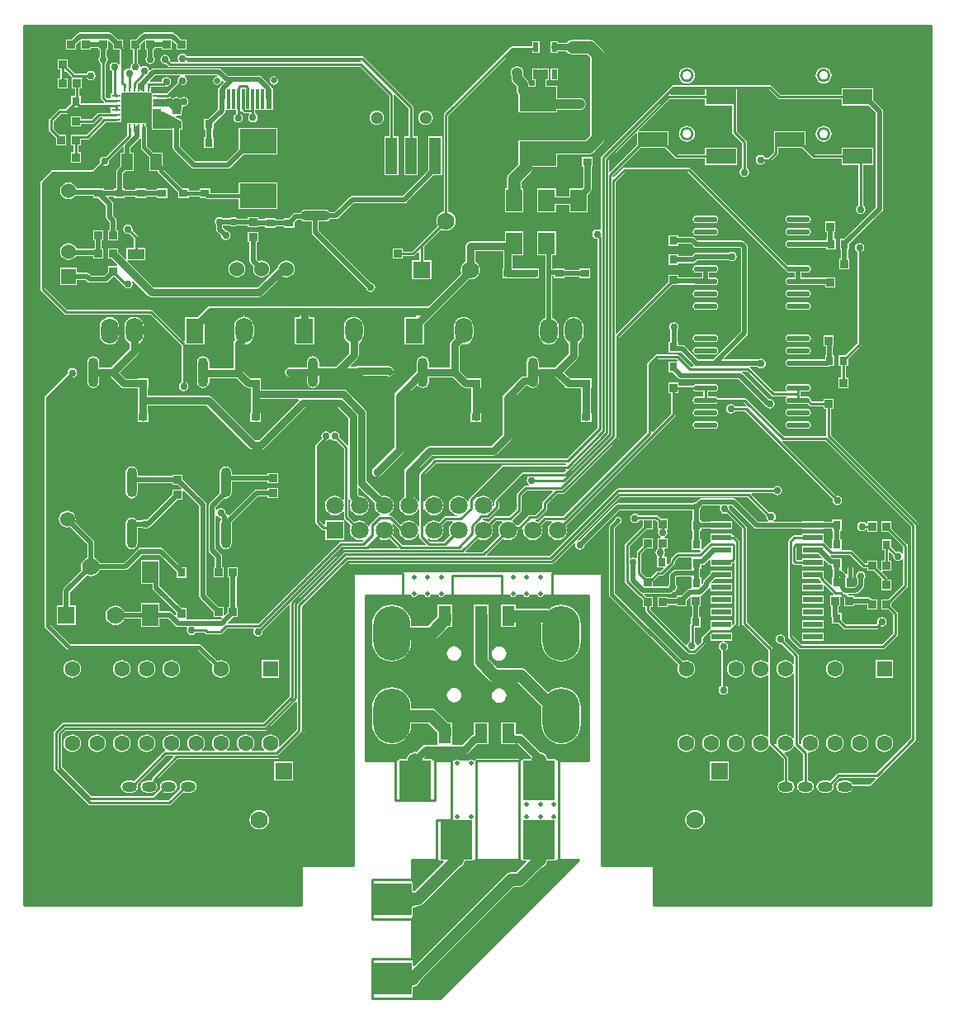
<source format=gtl>
G04*
G04 #@! TF.GenerationSoftware,Altium Limited,Altium Designer,20.2.6 (244)*
G04*
G04 Layer_Physical_Order=1*
G04 Layer_Color=255*
%FSLAX24Y24*%
%MOIN*%
G70*
G04*
G04 #@! TF.SameCoordinates,939C5B67-7932-4E13-932B-422522EE1AF6*
G04*
G04*
G04 #@! TF.FilePolarity,Positive*
G04*
G01*
G75*
%ADD10C,0.0100*%
%ADD17C,0.0300*%
%ADD19R,0.1200X0.0600*%
%ADD20R,0.0500X0.0800*%
%ADD21R,0.0475X0.0670*%
%ADD22R,0.0354X0.0315*%
%ADD23R,0.0315X0.0354*%
%ADD24R,0.0318X0.0340*%
%ADD25O,0.0945X0.0226*%
%ADD26R,0.0472X0.1496*%
%ADD27R,0.1181X0.2087*%
%ADD28R,0.0320X0.0320*%
%ADD29R,0.0669X0.0860*%
%ADD30O,0.0400X0.1200*%
%ADD31R,0.1004X0.1004*%
%ADD32R,0.0110X0.0350*%
%ADD33R,0.0350X0.0110*%
%ADD34R,0.0340X0.0318*%
%ADD35R,0.1496X0.0984*%
%ADD36R,0.0236X0.0800*%
%ADD37R,0.0118X0.0800*%
%ADD38O,0.1200X0.0400*%
%ADD39R,0.0700X0.0400*%
%ADD40R,0.0217X0.0394*%
%ADD41R,0.1500X0.1701*%
%ADD42R,0.0787X0.0236*%
%ADD88C,0.0500*%
%ADD89C,0.0400*%
%ADD90C,0.0200*%
%ADD91C,0.0150*%
%ADD92C,0.0250*%
%ADD93R,0.1300X0.1600*%
%ADD94R,0.1600X0.1300*%
%ADD95C,0.0600*%
%ADD96O,0.1500X0.2200*%
%ADD97R,0.0709X0.1024*%
%ADD98O,0.0709X0.1024*%
%ADD99R,0.0709X0.0709*%
%ADD100C,0.0709*%
%ADD101C,0.0512*%
%ADD102R,0.0600X0.0600*%
%ADD103R,0.0630X0.0630*%
%ADD104C,0.0630*%
%ADD105R,0.0600X0.0600*%
%ADD106O,0.0600X0.0400*%
%ADD107R,0.0600X0.0400*%
%ADD108O,0.0600X0.1000*%
%ADD109C,0.0700*%
%ADD110R,0.0700X0.0700*%
%ADD111C,0.0256*%
%ADD112O,0.0394X0.0827*%
%ADD113O,0.0394X0.0709*%
%ADD114C,0.0200*%
%ADD115C,0.0300*%
G36*
X45300Y23450D02*
X44003D01*
Y23460D01*
X43991Y23491D01*
X43960Y23503D01*
X43647D01*
X43641Y23549D01*
X43607Y23631D01*
X43552Y23702D01*
X43481Y23757D01*
X43399Y23791D01*
X43324Y23801D01*
X42656Y24469D01*
X42593Y24511D01*
X42519Y24526D01*
X42350D01*
Y25000D01*
X41770D01*
Y24120D01*
X42350D01*
Y24139D01*
X42439D01*
X42993Y23584D01*
X42979Y23549D01*
X42973Y23503D01*
X42660D01*
X42629Y23491D01*
X42617Y23460D01*
Y23450D01*
X42553D01*
Y23460D01*
X42541Y23491D01*
X42510Y23503D01*
X40770D01*
X40739Y23491D01*
X40727Y23460D01*
Y23450D01*
X40652D01*
X40651Y23451D01*
X40605Y23482D01*
X40550Y23493D01*
X40495Y23482D01*
X40449Y23451D01*
X40448Y23450D01*
X40102D01*
X40101Y23451D01*
X40055Y23482D01*
X40000Y23493D01*
X39945Y23482D01*
X39899Y23451D01*
X39898Y23450D01*
X39003D01*
Y23460D01*
X38991Y23491D01*
X38960Y23503D01*
X38668D01*
X38653Y23553D01*
X38806Y23706D01*
X40300D01*
X40374Y23721D01*
X40437Y23763D01*
X40790Y24116D01*
X40860D01*
X40879Y24120D01*
X41250D01*
Y25000D01*
X40670D01*
Y24496D01*
X40636Y24489D01*
X40573Y24447D01*
X40220Y24094D01*
X39829D01*
X39790Y24120D01*
X39790Y24144D01*
Y24541D01*
X39792Y24560D01*
Y24710D01*
X39790Y24729D01*
Y25000D01*
X39624D01*
X39157Y25467D01*
X39096Y25513D01*
X39026Y25543D01*
X38950Y25552D01*
X38144D01*
Y25610D01*
X38129Y25765D01*
X38083Y25914D01*
X38010Y26051D01*
X37911Y26171D01*
X37791Y26270D01*
X37654Y26343D01*
X37505Y26389D01*
X37350Y26404D01*
X37195Y26389D01*
X37046Y26343D01*
X36909Y26270D01*
X36789Y26171D01*
X36690Y26051D01*
X36617Y25914D01*
X36571Y25765D01*
X36556Y25610D01*
Y24910D01*
X36571Y24755D01*
X36617Y24606D01*
X36690Y24469D01*
X36789Y24349D01*
X36909Y24250D01*
X37046Y24177D01*
X37195Y24131D01*
X37350Y24116D01*
X37505Y24131D01*
X37654Y24177D01*
X37791Y24250D01*
X37911Y24349D01*
X38010Y24469D01*
X38083Y24606D01*
X38129Y24755D01*
X38144Y24910D01*
Y24968D01*
X38829D01*
X39207Y24589D01*
Y24560D01*
X39210Y24541D01*
Y24144D01*
X39210Y24120D01*
X39171Y24094D01*
X38726D01*
X38652Y24079D01*
X38589Y24037D01*
X38349Y23798D01*
X38310Y23803D01*
X38221Y23791D01*
X38139Y23757D01*
X38068Y23702D01*
X38013Y23631D01*
X37979Y23549D01*
X37973Y23503D01*
X37660D01*
X37629Y23491D01*
X37617Y23460D01*
Y23450D01*
X36300D01*
Y30150D01*
X38117D01*
X38118Y30145D01*
X38149Y30099D01*
X38195Y30068D01*
X38250Y30057D01*
X38305Y30068D01*
X38351Y30099D01*
X38382Y30145D01*
X38383Y30150D01*
X38667D01*
X38668Y30145D01*
X38699Y30099D01*
X38745Y30068D01*
X38800Y30057D01*
X38855Y30068D01*
X38901Y30099D01*
X38932Y30145D01*
X38933Y30150D01*
X39217D01*
X39218Y30145D01*
X39249Y30099D01*
X39295Y30068D01*
X39350Y30057D01*
X39405Y30068D01*
X39451Y30099D01*
X39482Y30145D01*
X39483Y30150D01*
X39757D01*
Y30130D01*
X39769Y30099D01*
X39800Y30087D01*
X41800D01*
X41831Y30099D01*
X41843Y30130D01*
Y30150D01*
X42117D01*
X42118Y30145D01*
X42149Y30099D01*
X42195Y30068D01*
X42250Y30057D01*
X42305Y30068D01*
X42351Y30099D01*
X42382Y30145D01*
X42383Y30150D01*
X42667D01*
X42668Y30145D01*
X42699Y30099D01*
X42745Y30068D01*
X42800Y30057D01*
X42855Y30068D01*
X42901Y30099D01*
X42932Y30145D01*
X42933Y30150D01*
X43217D01*
X43218Y30145D01*
X43249Y30099D01*
X43295Y30068D01*
X43350Y30057D01*
X43405Y30068D01*
X43451Y30099D01*
X43482Y30145D01*
X43483Y30150D01*
X45300D01*
Y23450D01*
D02*
G37*
G36*
X42629Y19429D02*
X42660Y19417D01*
X42788D01*
X42807Y19371D01*
X42379Y18943D01*
X42167D01*
X42091Y18933D01*
X42020Y18903D01*
X41960Y18857D01*
X38259Y15157D01*
X38213Y15176D01*
Y15303D01*
X38201Y15334D01*
X38187Y15340D01*
X38170Y17160D01*
X38201Y17173D01*
X38213Y17203D01*
Y17516D01*
X38259Y17522D01*
X38341Y17556D01*
X38372Y17580D01*
X38383D01*
X38458Y17590D01*
X38529Y17619D01*
X38589Y17666D01*
X40051Y19128D01*
X40059Y19129D01*
X40141Y19163D01*
X40212Y19218D01*
X40267Y19289D01*
X40301Y19371D01*
X40307Y19417D01*
X40620D01*
X40651Y19429D01*
X40659Y19450D01*
X40731D01*
X40739Y19429D01*
X40770Y19417D01*
X42510D01*
X42541Y19429D01*
X42549Y19450D01*
X42621D01*
X42629Y19429D01*
D02*
G37*
G36*
X39289D02*
X39320Y19417D01*
X39448D01*
X39467Y19371D01*
X38275Y18178D01*
X38259Y18185D01*
X38213Y18191D01*
Y18503D01*
X38201Y18534D01*
X38170Y18547D01*
X38158D01*
X38150Y19414D01*
X38186Y19450D01*
X39281D01*
X39289Y19429D01*
D02*
G37*
G36*
X59100Y17600D02*
X47900D01*
Y19200D01*
X45800D01*
Y31050D01*
X35800D01*
Y19200D01*
X33700D01*
Y17600D01*
X22500D01*
Y53100D01*
X59100D01*
Y17600D01*
D02*
G37*
G36*
X44804Y19404D02*
X39250Y13850D01*
X38200D01*
X38199Y13972D01*
X38201Y13973D01*
X38213Y14003D01*
Y14316D01*
X38259Y14322D01*
X38341Y14356D01*
X38412Y14411D01*
X38467Y14482D01*
X38501Y14565D01*
X38502Y14572D01*
X42288Y18357D01*
X42500D01*
X42576Y18367D01*
X42646Y18397D01*
X42707Y18443D01*
X43391Y19128D01*
X43399Y19129D01*
X43481Y19163D01*
X43552Y19218D01*
X43607Y19289D01*
X43641Y19371D01*
X43647Y19417D01*
X43960D01*
X43991Y19429D01*
X43999Y19450D01*
X44785D01*
X44804Y19404D01*
D02*
G37*
%LPC*%
G36*
X44200Y29744D02*
X44045Y29729D01*
X43896Y29683D01*
X43759Y29610D01*
X43702Y29563D01*
X43655Y29583D01*
X43579Y29592D01*
X42350D01*
Y29740D01*
X41770D01*
Y29319D01*
X41768Y29300D01*
X41770Y29281D01*
Y28860D01*
X42350D01*
Y29007D01*
X43375D01*
X43408Y28970D01*
X43406Y28950D01*
Y28250D01*
X43421Y28095D01*
X43467Y27946D01*
X43540Y27809D01*
X43639Y27689D01*
X43759Y27590D01*
X43896Y27517D01*
X44045Y27471D01*
X44200Y27456D01*
X44355Y27471D01*
X44504Y27517D01*
X44641Y27590D01*
X44761Y27689D01*
X44860Y27809D01*
X44933Y27946D01*
X44979Y28095D01*
X44994Y28250D01*
Y28950D01*
X44979Y29105D01*
X44933Y29254D01*
X44860Y29391D01*
X44761Y29511D01*
X44641Y29610D01*
X44504Y29683D01*
X44355Y29729D01*
X44200Y29744D01*
D02*
G37*
G36*
X39870Y28073D02*
X39794Y28063D01*
X39724Y28033D01*
X39663Y27987D01*
X39617Y27926D01*
X39587Y27856D01*
X39578Y27780D01*
X39587Y27704D01*
X39617Y27634D01*
X39663Y27573D01*
X39724Y27527D01*
X39794Y27497D01*
X39870Y27487D01*
X39946Y27497D01*
X40016Y27527D01*
X40077Y27573D01*
X40123Y27634D01*
X40153Y27704D01*
X40163Y27780D01*
X40153Y27856D01*
X40123Y27926D01*
X40077Y27987D01*
X40016Y28033D01*
X39946Y28063D01*
X39870Y28073D01*
D02*
G37*
G36*
X41690Y28063D02*
X41614Y28053D01*
X41544Y28023D01*
X41483Y27977D01*
X41437Y27916D01*
X41407Y27846D01*
X41398Y27770D01*
X41407Y27694D01*
X41437Y27624D01*
X41483Y27563D01*
X41544Y27517D01*
X41614Y27487D01*
X41690Y27478D01*
X41766Y27487D01*
X41836Y27517D01*
X41897Y27563D01*
X41943Y27624D01*
X41973Y27694D01*
X41982Y27770D01*
X41973Y27846D01*
X41943Y27916D01*
X41897Y27977D01*
X41836Y28023D01*
X41766Y28053D01*
X41690Y28063D01*
D02*
G37*
G36*
X37350Y29744D02*
X37195Y29729D01*
X37046Y29683D01*
X36909Y29610D01*
X36789Y29511D01*
X36690Y29391D01*
X36617Y29254D01*
X36571Y29105D01*
X36556Y28950D01*
Y28250D01*
X36571Y28095D01*
X36617Y27946D01*
X36690Y27809D01*
X36789Y27689D01*
X36909Y27590D01*
X37046Y27517D01*
X37195Y27471D01*
X37350Y27456D01*
X37505Y27471D01*
X37654Y27517D01*
X37791Y27590D01*
X37911Y27689D01*
X38010Y27809D01*
X38083Y27946D01*
X38129Y28095D01*
X38144Y28250D01*
Y28307D01*
X38950D01*
X39026Y28317D01*
X39096Y28347D01*
X39157Y28393D01*
X39624Y28860D01*
X39790D01*
Y29131D01*
X39792Y29150D01*
Y29300D01*
X39790Y29319D01*
Y29740D01*
X39210D01*
Y29319D01*
X39207Y29300D01*
Y29271D01*
X38829Y28893D01*
X38144D01*
Y28950D01*
X38129Y29105D01*
X38083Y29254D01*
X38010Y29391D01*
X37911Y29511D01*
X37791Y29610D01*
X37654Y29683D01*
X37505Y29729D01*
X37350Y29744D01*
D02*
G37*
G36*
X39870Y26383D02*
X39794Y26373D01*
X39724Y26343D01*
X39663Y26297D01*
X39617Y26236D01*
X39587Y26166D01*
X39578Y26090D01*
X39587Y26014D01*
X39617Y25944D01*
X39663Y25883D01*
X39724Y25837D01*
X39794Y25807D01*
X39870Y25798D01*
X39946Y25807D01*
X40016Y25837D01*
X40077Y25883D01*
X40123Y25944D01*
X40153Y26014D01*
X40163Y26090D01*
X40153Y26166D01*
X40123Y26236D01*
X40077Y26297D01*
X40016Y26343D01*
X39946Y26373D01*
X39870Y26383D01*
D02*
G37*
G36*
X41690Y26372D02*
X41614Y26363D01*
X41544Y26333D01*
X41483Y26287D01*
X41437Y26226D01*
X41407Y26156D01*
X41398Y26080D01*
X41407Y26004D01*
X41437Y25934D01*
X41483Y25873D01*
X41544Y25827D01*
X41614Y25797D01*
X41690Y25787D01*
X41766Y25797D01*
X41836Y25827D01*
X41897Y25873D01*
X41943Y25934D01*
X41973Y26004D01*
X41982Y26080D01*
X41973Y26156D01*
X41943Y26226D01*
X41897Y26287D01*
X41836Y26333D01*
X41766Y26363D01*
X41690Y26372D01*
D02*
G37*
G36*
X41250Y29740D02*
X40670D01*
Y29319D01*
X40668Y29300D01*
Y27440D01*
X40677Y27364D01*
X40707Y27294D01*
X40753Y27233D01*
X41293Y26693D01*
X41354Y26647D01*
X41424Y26617D01*
X41500Y26607D01*
X42439D01*
X43409Y25637D01*
X43406Y25610D01*
Y24910D01*
X43421Y24755D01*
X43467Y24606D01*
X43540Y24469D01*
X43639Y24349D01*
X43759Y24250D01*
X43896Y24177D01*
X44045Y24131D01*
X44200Y24116D01*
X44355Y24131D01*
X44504Y24177D01*
X44641Y24250D01*
X44761Y24349D01*
X44860Y24469D01*
X44933Y24606D01*
X44979Y24755D01*
X44994Y24910D01*
Y25610D01*
X44979Y25765D01*
X44933Y25914D01*
X44860Y26051D01*
X44761Y26171D01*
X44641Y26270D01*
X44504Y26343D01*
X44355Y26389D01*
X44200Y26404D01*
X44045Y26389D01*
X43896Y26343D01*
X43759Y26270D01*
X43674Y26200D01*
X42767Y27107D01*
X42706Y27153D01*
X42636Y27183D01*
X42560Y27192D01*
X41621D01*
X41252Y27561D01*
Y29300D01*
X41250Y29319D01*
Y29740D01*
D02*
G37*
G36*
X28500Y52843D02*
X28500Y52843D01*
X27350D01*
X27350Y52843D01*
X27295Y52832D01*
X27249Y52801D01*
X27249Y52801D01*
X26998Y52550D01*
X26800D01*
Y52150D01*
X26908D01*
Y51617D01*
X26863Y51587D01*
X26821Y51524D01*
X26806Y51450D01*
X26811Y51424D01*
X26776Y51389D01*
X26750Y51394D01*
X26676Y51379D01*
X26613Y51337D01*
X26592Y51305D01*
X26542Y51320D01*
Y52200D01*
X26535Y52235D01*
X26515Y52265D01*
X26500Y52280D01*
Y52550D01*
X26302D01*
X26051Y52801D01*
X26005Y52832D01*
X25950Y52843D01*
X25950Y52843D01*
X24750D01*
X24750Y52843D01*
X24695Y52832D01*
X24649Y52801D01*
X24649Y52801D01*
X24398Y52550D01*
X24200D01*
Y52150D01*
X24600D01*
Y52348D01*
X24754Y52502D01*
X24800Y52483D01*
Y52150D01*
X25200D01*
Y52207D01*
X25500D01*
Y52150D01*
X25557D01*
Y51878D01*
X25521Y51824D01*
X25506Y51750D01*
X25521Y51676D01*
X25563Y51613D01*
X25608Y51583D01*
Y50209D01*
X25615Y50173D01*
X25635Y50144D01*
X25739Y50040D01*
X25728Y50002D01*
X25720Y49990D01*
X24795D01*
Y50269D01*
X24738D01*
Y50570D01*
X24845D01*
X24845Y50990D01*
X24888Y51008D01*
X25033D01*
X25063Y50963D01*
X25126Y50921D01*
X25200Y50906D01*
X25274Y50921D01*
X25337Y50963D01*
X25379Y51026D01*
X25394Y51100D01*
X25379Y51174D01*
X25337Y51237D01*
X25274Y51279D01*
X25200Y51294D01*
X25126Y51279D01*
X25063Y51237D01*
X25033Y51192D01*
X24530D01*
X24252Y51470D01*
Y51760D01*
X23855D01*
Y51340D01*
X23962D01*
Y50990D01*
X23855D01*
Y50570D01*
X24252D01*
Y50990D01*
X24145D01*
Y51252D01*
X24191Y51271D01*
X24427Y51035D01*
X24431Y51033D01*
X24448Y50990D01*
X24448Y50966D01*
Y50570D01*
X24555D01*
Y50269D01*
X24400D01*
Y49964D01*
X24178Y49742D01*
X23947D01*
X23912Y49735D01*
X23882Y49715D01*
X23535Y49368D01*
X23515Y49338D01*
X23508Y49303D01*
Y48915D01*
X23515Y48880D01*
X23535Y48850D01*
X23805Y48580D01*
Y48290D01*
X24202D01*
Y48710D01*
X23934D01*
X23692Y48953D01*
Y49265D01*
X23985Y49558D01*
X24216D01*
X24251Y49565D01*
X24280Y49585D01*
X24530Y49834D01*
X24665D01*
X24666Y49834D01*
X24696Y49814D01*
X24731Y49807D01*
X25958D01*
X26004Y49797D01*
X26004Y49606D01*
X25958Y49596D01*
X25530D01*
X25494Y49590D01*
X25465Y49570D01*
X25237Y49342D01*
X24795D01*
Y49460D01*
X24398D01*
Y49040D01*
X24795D01*
Y49158D01*
X25275D01*
X25310Y49165D01*
X25340Y49185D01*
X25568Y49413D01*
X25650D01*
X25658Y49401D01*
X25669Y49363D01*
X25018Y48712D01*
X24705D01*
X24696Y48710D01*
X24398D01*
Y48290D01*
X24501D01*
Y48010D01*
X24394D01*
Y47590D01*
X24792D01*
Y48010D01*
X24685D01*
Y48290D01*
X24795D01*
Y48528D01*
X25056D01*
X25091Y48535D01*
X25121Y48555D01*
X25782Y49216D01*
X26004D01*
Y49213D01*
X26434D01*
X26434Y49403D01*
X26434Y49453D01*
X26434Y49600D01*
X26434Y49650D01*
Y49797D01*
X26434D01*
Y49803D01*
X26434Y49803D01*
X26434Y49994D01*
X26434Y50044D01*
X26434Y50190D01*
X26434Y50240D01*
X26434Y50347D01*
X26434Y50361D01*
X26437Y50370D01*
X26447Y50395D01*
X26450Y50400D01*
X26455Y50403D01*
X26480Y50413D01*
X26489Y50416D01*
X26503Y50416D01*
X26653D01*
X26703Y50416D01*
X26850D01*
Y50416D01*
X26856D01*
Y50416D01*
X27003D01*
X27047Y50416D01*
Y50416D01*
X27053D01*
Y50416D01*
X27244D01*
X27244Y50416D01*
X27250D01*
Y50416D01*
X27294Y50416D01*
X27397D01*
X27440Y50416D01*
Y50416D01*
X27447D01*
Y50416D01*
X27597Y50416D01*
X27611Y50416D01*
X27620Y50413D01*
X27645Y50403D01*
X27650Y50400D01*
X27653Y50395D01*
X27663Y50370D01*
X27666Y50361D01*
X27666Y50347D01*
X27666Y50197D01*
X27666Y50197D01*
Y50190D01*
X27666D01*
X27666Y50117D01*
X27663Y50108D01*
X27664Y50107D01*
X27664Y50105D01*
X27666Y50091D01*
Y50044D01*
X27666Y50000D01*
X27666D01*
Y49994D01*
X27666D01*
Y49803D01*
X27666D01*
Y49797D01*
X27666D01*
Y49732D01*
X27664Y49727D01*
X27657Y49715D01*
X27658Y49712D01*
X27657Y49709D01*
Y48950D01*
X27669Y48919D01*
X27700Y48907D01*
X28507D01*
Y48200D01*
X28507Y48200D01*
X28518Y48145D01*
X28549Y48099D01*
X29249Y47399D01*
X29249Y47399D01*
X29295Y47368D01*
X29350Y47357D01*
X30742D01*
X30742Y47357D01*
X30796Y47368D01*
X30843Y47399D01*
X31364Y47920D01*
X32738D01*
Y48984D01*
X31162D01*
Y48122D01*
X30683Y47643D01*
X29409D01*
X28793Y48259D01*
Y48907D01*
X28850D01*
X28881Y48919D01*
X28893Y48950D01*
Y49250D01*
X28881Y49281D01*
X28867Y49294D01*
Y49322D01*
X28839D01*
X28831Y49331D01*
X28824Y49333D01*
X28819Y49339D01*
X28638Y49429D01*
X28649Y49478D01*
X28867D01*
Y49664D01*
X28881Y49669D01*
X28893Y49700D01*
Y49828D01*
X28932Y49860D01*
X28950Y49856D01*
X29024Y49871D01*
X29087Y49913D01*
X29129Y49976D01*
X29144Y50050D01*
X29129Y50124D01*
X29087Y50187D01*
X29024Y50229D01*
X28950Y50244D01*
X28876Y50229D01*
X28822Y50193D01*
X28778D01*
X28724Y50229D01*
X28650Y50244D01*
X28576Y50229D01*
X28522Y50193D01*
X28478D01*
X28427Y50227D01*
X28420Y50236D01*
X28407Y50277D01*
X28847Y50717D01*
X28900Y50706D01*
X28974Y50721D01*
X29037Y50763D01*
X29079Y50826D01*
X29094Y50900D01*
X29079Y50974D01*
X29037Y51037D01*
X28994Y51066D01*
X29009Y51116D01*
X30286D01*
X30291Y51066D01*
X30243Y51056D01*
X30187Y51019D01*
X30150Y50963D01*
X30137Y50898D01*
X30150Y50832D01*
X30187Y50777D01*
X30243Y50740D01*
X30308Y50727D01*
X30374Y50740D01*
X30429Y50777D01*
X30466Y50832D01*
X30474Y50870D01*
X30523Y50892D01*
X30528Y50889D01*
X30552Y50865D01*
X30553Y50812D01*
X30422Y50681D01*
X30391Y50635D01*
X30385Y50601D01*
X30347D01*
Y50157D01*
X30344Y50143D01*
X30344Y50143D01*
Y49740D01*
X29971Y49367D01*
X29778D01*
Y48933D01*
X29833D01*
Y48617D01*
X29778D01*
Y48183D01*
X30173D01*
Y48617D01*
X30118D01*
Y48933D01*
X30173D01*
Y49165D01*
X30588Y49580D01*
X30588Y49580D01*
X30619Y49627D01*
X30630Y49681D01*
X30659Y49721D01*
X31063D01*
Y49562D01*
X31018Y49532D01*
X30976Y49469D01*
X30961Y49395D01*
X30976Y49321D01*
X31018Y49258D01*
X31081Y49216D01*
X31155Y49202D01*
X31229Y49216D01*
X31292Y49258D01*
X31334Y49321D01*
X31348Y49395D01*
X31334Y49469D01*
X31292Y49532D01*
X31246Y49562D01*
Y49649D01*
X31293Y49664D01*
X31296Y49664D01*
X31354Y49606D01*
X31384Y49586D01*
X31419Y49579D01*
X31578D01*
X31585Y49571D01*
X31600Y49529D01*
X31566Y49479D01*
X31552Y49405D01*
X31566Y49331D01*
X31608Y49268D01*
X31671Y49226D01*
X31745Y49211D01*
X31819Y49226D01*
X31882Y49268D01*
X31924Y49331D01*
X31939Y49405D01*
X31924Y49479D01*
X31882Y49542D01*
X31837Y49572D01*
Y49721D01*
X32553D01*
Y50601D01*
X32515D01*
X32509Y50635D01*
X32478Y50681D01*
X32478Y50681D01*
X32108Y51051D01*
X32062Y51082D01*
X32007Y51093D01*
X32007Y51093D01*
X30743D01*
X30477Y51359D01*
X30430Y51390D01*
X30376Y51401D01*
X30376Y51401D01*
X27741D01*
X27741Y51401D01*
X27687Y51390D01*
X27640Y51359D01*
X27640Y51359D01*
X27592Y51311D01*
X27538Y51328D01*
X27529Y51374D01*
X27487Y51437D01*
X27424Y51479D01*
X27350Y51494D01*
X27276Y51479D01*
X27242Y51456D01*
X27188Y51480D01*
X27179Y51524D01*
X27137Y51587D01*
X27092Y51617D01*
Y52150D01*
X27200D01*
Y52348D01*
X27354Y52502D01*
X27400Y52483D01*
Y52150D01*
X27457D01*
Y51878D01*
X27421Y51824D01*
X27406Y51750D01*
X27421Y51676D01*
X27463Y51613D01*
X27526Y51571D01*
X27600Y51556D01*
X27674Y51571D01*
X27737Y51613D01*
X27779Y51676D01*
X27794Y51750D01*
X27779Y51824D01*
X27743Y51878D01*
Y52150D01*
X27800D01*
Y52207D01*
X28050D01*
Y52150D01*
X28450D01*
Y52483D01*
X28496Y52502D01*
X28650Y52348D01*
Y52150D01*
X29050D01*
Y52550D01*
X28852D01*
X28601Y52801D01*
X28555Y52832D01*
X28500Y52843D01*
D02*
G37*
G36*
X45357Y52544D02*
X44649D01*
X44573Y52534D01*
X44503Y52505D01*
X44442Y52458D01*
X44412Y52419D01*
X44072D01*
Y52488D01*
X43776D01*
Y52326D01*
X43769Y52316D01*
X43756Y52251D01*
X43769Y52187D01*
X43776Y52176D01*
Y52014D01*
X44072D01*
Y52083D01*
X44412D01*
X44442Y52044D01*
X44503Y51998D01*
X44573Y51969D01*
X44649Y51959D01*
X45236D01*
X45357Y51837D01*
Y48697D01*
X45161Y48501D01*
X43510D01*
X43435Y48491D01*
X43409Y48480D01*
X42462D01*
Y47724D01*
X42459Y47705D01*
Y47523D01*
X42093Y47157D01*
X42047Y47096D01*
X42017Y47026D01*
X42007Y46950D01*
Y46536D01*
X41925D01*
Y45596D01*
X42675D01*
Y46536D01*
X42593D01*
Y46829D01*
X42959Y47195D01*
X43005Y47256D01*
X43035Y47326D01*
X43044Y47402D01*
Y47415D01*
X44038D01*
Y47916D01*
X45302D01*
X45378Y47926D01*
X45448Y47955D01*
X45509Y48001D01*
X45555Y48062D01*
X45559Y48071D01*
X45857Y48369D01*
X45903Y48429D01*
X45933Y48500D01*
X45943Y48576D01*
Y51958D01*
X45933Y52034D01*
X45903Y52105D01*
X45857Y52165D01*
X45564Y52458D01*
X45503Y52505D01*
X45433Y52534D01*
X45357Y52544D01*
D02*
G37*
G36*
X43324Y52488D02*
X43028D01*
Y52292D01*
X42238D01*
X42202Y52285D01*
X42173Y52265D01*
X39480Y49572D01*
X39460Y49543D01*
X39453Y49507D01*
Y45616D01*
X39443Y45615D01*
X39348Y45576D01*
X39267Y45513D01*
X39204Y45432D01*
X39165Y45337D01*
X39152Y45235D01*
X39165Y45133D01*
X39204Y45038D01*
X39211Y45030D01*
X38500Y44320D01*
X38175Y43995D01*
X37810D01*
Y44102D01*
X37390D01*
Y43705D01*
X37810D01*
Y43812D01*
X38213D01*
X38249Y43819D01*
X38278Y43839D01*
X38427Y43987D01*
X38473Y43968D01*
Y43655D01*
X38175D01*
Y42875D01*
X38955D01*
Y43655D01*
X38657D01*
Y44217D01*
X39340Y44901D01*
X39348Y44894D01*
X39443Y44855D01*
X39545Y44842D01*
X39647Y44855D01*
X39742Y44894D01*
X39823Y44957D01*
X39886Y45038D01*
X39925Y45133D01*
X39938Y45235D01*
X39925Y45337D01*
X39886Y45432D01*
X39823Y45513D01*
X39742Y45576D01*
X39647Y45615D01*
X39637Y45616D01*
Y49469D01*
X42276Y52108D01*
X43028D01*
Y52014D01*
X43324D01*
Y52488D01*
D02*
G37*
G36*
X28900Y51994D02*
X28826Y51979D01*
X28763Y51937D01*
X28721Y51874D01*
X28706Y51800D01*
X28721Y51726D01*
X28744Y51692D01*
X28717Y51642D01*
X28438D01*
X28383Y51697D01*
X28394Y51750D01*
X28379Y51824D01*
X28337Y51887D01*
X28274Y51929D01*
X28200Y51944D01*
X28126Y51929D01*
X28063Y51887D01*
X28021Y51824D01*
X28006Y51750D01*
X28021Y51676D01*
X28063Y51613D01*
X28126Y51571D01*
X28200Y51556D01*
X28253Y51567D01*
X28335Y51485D01*
X28365Y51465D01*
X28400Y51458D01*
X36062D01*
X37250Y50270D01*
Y48653D01*
X37066D01*
Y47076D01*
X37618D01*
Y48653D01*
X37434D01*
Y50308D01*
X37432Y50318D01*
X37478Y50342D01*
X38038Y49782D01*
Y48653D01*
X37854D01*
Y47076D01*
X38406D01*
Y48653D01*
X38222D01*
Y49820D01*
X38215Y49855D01*
X38195Y49885D01*
X36215Y51865D01*
X36185Y51885D01*
X36150Y51892D01*
X29067D01*
X29037Y51937D01*
X28974Y51979D01*
X28900Y51994D01*
D02*
G37*
G36*
X44072Y51386D02*
X43776D01*
Y50912D01*
X44072D01*
Y51386D01*
D02*
G37*
G36*
X54800Y51433D02*
X54716Y51422D01*
X54639Y51390D01*
X54572Y51338D01*
X54520Y51271D01*
X54488Y51194D01*
X54477Y51110D01*
X54488Y51026D01*
X54520Y50949D01*
X54572Y50882D01*
X54639Y50830D01*
X54716Y50798D01*
X54800Y50787D01*
X54884Y50798D01*
X54961Y50830D01*
X55028Y50882D01*
X55080Y50949D01*
X55112Y51026D01*
X55123Y51110D01*
X55112Y51194D01*
X55080Y51271D01*
X55028Y51338D01*
X54961Y51390D01*
X54884Y51422D01*
X54800Y51433D01*
D02*
G37*
G36*
X49275D02*
X49191Y51422D01*
X49114Y51390D01*
X49047Y51338D01*
X48995Y51271D01*
X48963Y51194D01*
X48952Y51110D01*
X48963Y51026D01*
X48995Y50949D01*
X49047Y50882D01*
X49114Y50830D01*
X49191Y50798D01*
X49275Y50787D01*
X49359Y50798D01*
X49436Y50830D01*
X49503Y50882D01*
X49555Y50949D01*
X49587Y51026D01*
X49598Y51110D01*
X49587Y51194D01*
X49555Y51271D01*
X49503Y51338D01*
X49436Y51390D01*
X49359Y51422D01*
X49275Y51433D01*
D02*
G37*
G36*
X32592Y51073D02*
X32526Y51060D01*
X32471Y51023D01*
X32433Y50967D01*
X32420Y50902D01*
X32433Y50836D01*
X32471Y50781D01*
X32526Y50744D01*
X32592Y50731D01*
X32657Y50744D01*
X32713Y50781D01*
X32750Y50836D01*
X32763Y50902D01*
X32750Y50967D01*
X32713Y51023D01*
X32657Y51060D01*
X32592Y51073D01*
D02*
G37*
G36*
X42420Y51469D02*
X42400D01*
X42306Y51451D01*
X42264Y51422D01*
X42183D01*
Y51331D01*
X42174Y51318D01*
X42155Y51224D01*
X42174Y51131D01*
X42182Y51118D01*
Y50975D01*
X42201Y50881D01*
X42254Y50802D01*
X42407Y50649D01*
Y50494D01*
X42426Y50401D01*
X42462Y50347D01*
Y49620D01*
X44038D01*
Y49705D01*
X44950D01*
X45044Y49724D01*
X45123Y49777D01*
X45176Y49856D01*
X45195Y49950D01*
X45176Y50044D01*
X45123Y50123D01*
X45044Y50176D01*
X44950Y50195D01*
X44038D01*
Y50684D01*
X43608D01*
Y50912D01*
X43698D01*
Y51386D01*
X43402D01*
X43363Y51393D01*
X43324Y51386D01*
X43028D01*
Y50912D01*
X43118D01*
Y50684D01*
X42897D01*
Y50750D01*
X42878Y50844D01*
X42825Y50923D01*
X42672Y51076D01*
Y51217D01*
X42653Y51311D01*
X42617Y51365D01*
Y51422D01*
X42556D01*
X42513Y51451D01*
X42498Y51454D01*
X42420Y51469D01*
D02*
G37*
G36*
X38719Y49698D02*
X38641Y49688D01*
X38569Y49658D01*
X38507Y49611D01*
X38460Y49549D01*
X38430Y49477D01*
X38420Y49400D01*
X38430Y49323D01*
X38460Y49251D01*
X38507Y49189D01*
X38569Y49142D01*
X38641Y49112D01*
X38719Y49102D01*
X38796Y49112D01*
X38868Y49142D01*
X38930Y49189D01*
X38977Y49251D01*
X39007Y49323D01*
X39017Y49400D01*
X39007Y49477D01*
X38977Y49549D01*
X38930Y49611D01*
X38868Y49658D01*
X38796Y49688D01*
X38719Y49698D01*
D02*
G37*
G36*
X36750D02*
X36673Y49688D01*
X36601Y49658D01*
X36539Y49611D01*
X36492Y49549D01*
X36462Y49477D01*
X36452Y49400D01*
X36462Y49323D01*
X36492Y49251D01*
X36539Y49189D01*
X36601Y49142D01*
X36673Y49112D01*
X36750Y49102D01*
X36827Y49112D01*
X36899Y49142D01*
X36961Y49189D01*
X37008Y49251D01*
X37038Y49323D01*
X37048Y49400D01*
X37038Y49477D01*
X37008Y49549D01*
X36961Y49611D01*
X36899Y49658D01*
X36827Y49688D01*
X36750Y49698D01*
D02*
G37*
G36*
X54800Y49073D02*
X54716Y49062D01*
X54639Y49030D01*
X54572Y48978D01*
X54520Y48911D01*
X54488Y48834D01*
X54477Y48750D01*
X54488Y48666D01*
X54520Y48589D01*
X54572Y48522D01*
X54639Y48470D01*
X54716Y48438D01*
X54800Y48427D01*
X54884Y48438D01*
X54961Y48470D01*
X55028Y48522D01*
X55080Y48589D01*
X55112Y48666D01*
X55123Y48750D01*
X55112Y48834D01*
X55080Y48911D01*
X55028Y48978D01*
X54961Y49030D01*
X54884Y49062D01*
X54800Y49073D01*
D02*
G37*
G36*
X49275D02*
X49191Y49062D01*
X49114Y49030D01*
X49047Y48978D01*
X48995Y48911D01*
X48963Y48834D01*
X48952Y48750D01*
X48963Y48666D01*
X48995Y48589D01*
X49047Y48522D01*
X49114Y48470D01*
X49191Y48438D01*
X49275Y48427D01*
X49359Y48438D01*
X49436Y48470D01*
X49503Y48522D01*
X49555Y48589D01*
X49587Y48666D01*
X49598Y48750D01*
X49587Y48834D01*
X49555Y48911D01*
X49503Y48978D01*
X49436Y49030D01*
X49359Y49062D01*
X49275Y49073D01*
D02*
G37*
G36*
X39390Y48653D02*
X38838D01*
Y47278D01*
X37802Y46243D01*
X35750D01*
X35750Y46243D01*
X35695Y46232D01*
X35649Y46201D01*
X35649Y46201D01*
X35041Y45593D01*
X34863D01*
X34843Y45623D01*
X34764Y45676D01*
X34670Y45695D01*
X33870D01*
X33776Y45676D01*
X33697Y45623D01*
X33651Y45554D01*
X33481D01*
X33427Y45544D01*
X33380Y45513D01*
X33380Y45513D01*
X33215Y45347D01*
X32983D01*
Y45293D01*
X32667D01*
Y45347D01*
X32233D01*
Y45303D01*
X31960D01*
Y45370D01*
X31540D01*
Y45328D01*
X31093D01*
X31087Y45337D01*
X31024Y45379D01*
X30950Y45394D01*
X30876Y45379D01*
X30822Y45343D01*
X30528D01*
X30474Y45379D01*
X30400Y45394D01*
X30326Y45379D01*
X30263Y45337D01*
X30221Y45274D01*
X30206Y45200D01*
X30221Y45126D01*
X30257Y45072D01*
Y44900D01*
X30257Y44900D01*
X30268Y44845D01*
X30299Y44799D01*
X30458Y44640D01*
X30471Y44576D01*
X30513Y44513D01*
X30576Y44471D01*
X30650Y44456D01*
X30724Y44471D01*
X30787Y44513D01*
X30829Y44576D01*
X30844Y44650D01*
X30829Y44724D01*
X30787Y44787D01*
X30724Y44829D01*
X30660Y44842D01*
X30543Y44959D01*
Y45057D01*
X30822D01*
X30876Y45021D01*
X30950Y45006D01*
X31024Y45021D01*
X31057Y45043D01*
X31540D01*
Y44972D01*
X31960D01*
Y45018D01*
X32233D01*
Y44953D01*
X32667D01*
Y45007D01*
X32983D01*
Y44953D01*
X33417D01*
Y45146D01*
X33541Y45269D01*
X33709D01*
X33776Y45224D01*
X33870Y45205D01*
X34127D01*
Y44780D01*
X34127Y44780D01*
X34138Y44725D01*
X34169Y44679D01*
X36308Y42540D01*
X36321Y42476D01*
X36363Y42413D01*
X36426Y42371D01*
X36500Y42356D01*
X36574Y42371D01*
X36637Y42413D01*
X36679Y42476D01*
X36694Y42550D01*
X36679Y42624D01*
X36637Y42687D01*
X36574Y42729D01*
X36510Y42742D01*
X34413Y44839D01*
Y45205D01*
X34670D01*
X34764Y45224D01*
X34843Y45277D01*
X34863Y45307D01*
X35100D01*
X35100Y45307D01*
X35155Y45318D01*
X35201Y45349D01*
X35809Y45957D01*
X37861D01*
X37861Y45957D01*
X37916Y45968D01*
X37962Y45999D01*
X39040Y47076D01*
X39390D01*
Y48653D01*
D02*
G37*
G36*
X45467Y47822D02*
X45033D01*
Y47427D01*
X45082D01*
Y46581D01*
X45037Y46536D01*
X44525D01*
Y46234D01*
X43982D01*
Y46536D01*
X43233D01*
Y45596D01*
X43982D01*
Y45898D01*
X44525D01*
Y45596D01*
X45275D01*
Y46298D01*
X45369Y46393D01*
X45405Y46447D01*
X45418Y46512D01*
X45418Y46512D01*
Y47427D01*
X45467D01*
Y47822D01*
D02*
G37*
G36*
X54065Y48850D02*
X52785D01*
Y48269D01*
X52783Y48260D01*
Y48025D01*
X52550Y47792D01*
X52417D01*
X52387Y47837D01*
X52324Y47879D01*
X52250Y47894D01*
X52176Y47879D01*
X52113Y47837D01*
X52071Y47774D01*
X52056Y47700D01*
X52071Y47626D01*
X52113Y47563D01*
X52176Y47521D01*
X52250Y47506D01*
X52324Y47521D01*
X52387Y47563D01*
X52417Y47608D01*
X52588D01*
X52623Y47615D01*
X52653Y47635D01*
X52940Y47922D01*
X52960Y47952D01*
X52967Y47987D01*
Y48170D01*
X53935D01*
X54330Y47775D01*
X54360Y47755D01*
X54395Y47748D01*
X55535D01*
Y47500D01*
X56208D01*
Y45867D01*
X56163Y45837D01*
X56121Y45774D01*
X56106Y45700D01*
X56121Y45626D01*
X56163Y45563D01*
X56226Y45521D01*
X56300Y45506D01*
X56374Y45521D01*
X56437Y45563D01*
X56479Y45626D01*
X56494Y45700D01*
X56479Y45774D01*
X56437Y45837D01*
X56392Y45867D01*
Y47500D01*
X56815D01*
Y48180D01*
X55535D01*
Y47932D01*
X54433D01*
X54065Y48300D01*
Y48850D01*
D02*
G37*
G36*
X54130Y45456D02*
X53411D01*
X53351Y45444D01*
X53300Y45410D01*
X53267Y45360D01*
X53255Y45300D01*
X53267Y45240D01*
X53300Y45190D01*
X53351Y45156D01*
X53411Y45144D01*
X54130D01*
X54189Y45156D01*
X54240Y45190D01*
X54274Y45240D01*
X54286Y45300D01*
X54274Y45360D01*
X54240Y45410D01*
X54189Y45444D01*
X54130Y45456D01*
D02*
G37*
G36*
X50389D02*
X49670D01*
X49611Y45444D01*
X49560Y45410D01*
X49526Y45360D01*
X49514Y45300D01*
X49526Y45240D01*
X49560Y45190D01*
X49611Y45156D01*
X49670Y45144D01*
X50389D01*
X50449Y45156D01*
X50500Y45190D01*
X50533Y45240D01*
X50545Y45300D01*
X50533Y45360D01*
X50500Y45410D01*
X50449Y45444D01*
X50389Y45456D01*
D02*
G37*
G36*
X54130Y44956D02*
X53411D01*
X53351Y44944D01*
X53300Y44910D01*
X53267Y44860D01*
X53255Y44800D01*
X53267Y44740D01*
X53300Y44690D01*
X53351Y44656D01*
X53411Y44644D01*
X54130D01*
X54189Y44656D01*
X54240Y44690D01*
X54274Y44740D01*
X54286Y44800D01*
X54274Y44860D01*
X54240Y44910D01*
X54189Y44944D01*
X54130Y44956D01*
D02*
G37*
G36*
X50389D02*
X49670D01*
X49611Y44944D01*
X49560Y44910D01*
X49526Y44860D01*
X49514Y44800D01*
X49526Y44740D01*
X49560Y44690D01*
X49611Y44656D01*
X49670Y44644D01*
X50389D01*
X50449Y44656D01*
X50500Y44690D01*
X50533Y44740D01*
X50545Y44800D01*
X50533Y44860D01*
X50500Y44910D01*
X50449Y44944D01*
X50389Y44956D01*
D02*
G37*
G36*
X55252Y45210D02*
X54855D01*
Y44790D01*
X54932D01*
Y44509D01*
X54899D01*
Y44439D01*
X54198D01*
X54189Y44444D01*
X54130Y44456D01*
X53411D01*
X53351Y44444D01*
X53300Y44410D01*
X53267Y44360D01*
X53255Y44300D01*
X53267Y44240D01*
X53300Y44190D01*
X53351Y44156D01*
X53411Y44144D01*
X54130D01*
X54175Y44153D01*
X54899D01*
Y44074D01*
X55294D01*
Y44509D01*
X55218D01*
Y44790D01*
X55252D01*
Y45210D01*
D02*
G37*
G36*
X25699Y44860D02*
X25301D01*
Y44440D01*
X25357D01*
Y44135D01*
X25301D01*
Y44105D01*
X24624D01*
X24597Y44171D01*
X24542Y44242D01*
X24471Y44297D01*
X24389Y44331D01*
X24300Y44343D01*
X24211Y44331D01*
X24129Y44297D01*
X24058Y44242D01*
X24003Y44171D01*
X23969Y44089D01*
X23957Y44000D01*
X23969Y43911D01*
X24003Y43829D01*
X24058Y43758D01*
X24129Y43703D01*
X24211Y43669D01*
X24300Y43657D01*
X24389Y43669D01*
X24471Y43703D01*
X24542Y43758D01*
X24590Y43820D01*
X25301D01*
Y43715D01*
X25699D01*
Y44135D01*
X25643D01*
Y44440D01*
X25699D01*
Y44860D01*
D02*
G37*
G36*
X51100Y43994D02*
X51026Y43979D01*
X50972Y43943D01*
X50451D01*
X50449Y43944D01*
X50389Y43956D01*
X49670D01*
X49611Y43944D01*
X49560Y43910D01*
X49536Y43875D01*
X49476Y43815D01*
X48917D01*
Y43889D01*
X48522D01*
Y43455D01*
X48917D01*
Y43529D01*
X49535D01*
X49535Y43529D01*
X49590Y43540D01*
X49636Y43571D01*
X49709Y43644D01*
X50389D01*
X50449Y43656D01*
X50451Y43657D01*
X50972D01*
X51026Y43621D01*
X51100Y43606D01*
X51174Y43621D01*
X51237Y43663D01*
X51279Y43726D01*
X51294Y43800D01*
X51279Y43874D01*
X51237Y43937D01*
X51174Y43979D01*
X51100Y43994D01*
D02*
G37*
G36*
X26700Y45094D02*
X26626Y45079D01*
X26563Y45037D01*
X26521Y44974D01*
X26506Y44900D01*
X26521Y44826D01*
X26563Y44763D01*
X26626Y44721D01*
X26700Y44706D01*
X26753Y44717D01*
X26930Y44540D01*
Y44140D01*
X26632D01*
Y43719D01*
X26582Y43699D01*
X26292Y43989D01*
Y44135D01*
X25894D01*
Y43715D01*
X26018D01*
X26273Y43460D01*
X26252Y43410D01*
X25894D01*
Y43192D01*
X25735Y43033D01*
X25223D01*
X25154Y43101D01*
X25108Y43132D01*
X25053Y43143D01*
X25053Y43143D01*
X24640D01*
Y43340D01*
X23960D01*
Y42660D01*
X24640D01*
Y42857D01*
X24994D01*
X25062Y42789D01*
X25062Y42789D01*
X25109Y42758D01*
X25163Y42747D01*
X25163Y42747D01*
X25794D01*
X25794Y42747D01*
X25849Y42758D01*
X25895Y42789D01*
X26096Y42990D01*
X26162D01*
X26517Y42635D01*
X26520Y42633D01*
X26521Y42626D01*
X26563Y42563D01*
X26626Y42521D01*
X26700Y42506D01*
X26774Y42521D01*
X26837Y42563D01*
X26879Y42626D01*
X26894Y42700D01*
X26879Y42774D01*
X26861Y42801D01*
X26900Y42833D01*
X27513Y42220D01*
X27576Y42178D01*
X27650Y42163D01*
X30316D01*
X30350Y42156D01*
X32000D01*
X32074Y42171D01*
X32137Y42213D01*
X32928Y43004D01*
X32929Y43003D01*
X33011Y42969D01*
X33100Y42957D01*
X33189Y42969D01*
X33271Y43003D01*
X33342Y43058D01*
X33397Y43129D01*
X33431Y43211D01*
X33443Y43300D01*
X33431Y43389D01*
X33397Y43471D01*
X33342Y43542D01*
X33271Y43597D01*
X33189Y43631D01*
X33100Y43643D01*
X33011Y43631D01*
X32929Y43597D01*
X32858Y43542D01*
X32803Y43471D01*
X32772Y43396D01*
X31920Y42544D01*
X30377D01*
X30343Y42551D01*
X27730D01*
X26671Y43610D01*
X26691Y43660D01*
X27412D01*
Y44140D01*
X27114D01*
Y44578D01*
X27107Y44613D01*
X27087Y44643D01*
X26883Y44847D01*
X26894Y44900D01*
X26879Y44974D01*
X26837Y45037D01*
X26774Y45079D01*
X26700Y45094D01*
D02*
G37*
G36*
X52624Y50722D02*
X48730D01*
X48695Y50715D01*
X48665Y50695D01*
X45825Y47855D01*
X45805Y47825D01*
X45798Y47790D01*
Y44890D01*
X45748Y44863D01*
X45724Y44879D01*
X45650Y44894D01*
X45576Y44879D01*
X45513Y44837D01*
X45471Y44774D01*
X45456Y44700D01*
X45471Y44626D01*
X45513Y44563D01*
X45576Y44521D01*
X45650Y44506D01*
X45658Y44458D01*
Y36878D01*
X44422Y35642D01*
X39100D01*
X39065Y35635D01*
X39035Y35615D01*
X38485Y35065D01*
X38465Y35035D01*
X38458Y35000D01*
Y33926D01*
X38408Y33916D01*
X38394Y33949D01*
X38331Y34031D01*
X38249Y34094D01*
X38244Y34097D01*
Y35020D01*
X38980Y35756D01*
X41450D01*
X41524Y35771D01*
X41587Y35813D01*
X42155Y36381D01*
X42197Y36444D01*
X42212Y36518D01*
Y38018D01*
X42771Y38577D01*
X42864D01*
X42877Y38557D01*
X42956Y38504D01*
X43050Y38485D01*
X43144Y38504D01*
X43223Y38557D01*
X43276Y38636D01*
X43295Y38730D01*
Y38936D01*
X43950D01*
X44346Y38540D01*
X44409Y38498D01*
X44483Y38483D01*
X44983D01*
Y38480D01*
X45006D01*
Y37500D01*
X44983D01*
Y37105D01*
X45417D01*
Y37500D01*
X45394D01*
Y38480D01*
X45417D01*
Y38875D01*
X44983D01*
Y38871D01*
X44563D01*
X44304Y39130D01*
X44837Y39663D01*
X44879Y39726D01*
X44894Y39800D01*
Y40298D01*
X44899Y40300D01*
X44981Y40363D01*
X45044Y40446D01*
X45084Y40542D01*
X45098Y40644D01*
Y40959D01*
X45084Y41062D01*
X45044Y41158D01*
X44981Y41241D01*
X44899Y41304D01*
X44803Y41344D01*
X44700Y41357D01*
X44597Y41344D01*
X44501Y41304D01*
X44419Y41241D01*
X44356Y41158D01*
X44316Y41062D01*
X44302Y40959D01*
Y40644D01*
X44316Y40542D01*
X44356Y40446D01*
X44419Y40363D01*
X44501Y40300D01*
X44506Y40298D01*
Y39880D01*
X43950Y39324D01*
X43295D01*
Y39530D01*
X43276Y39624D01*
X43223Y39703D01*
X43144Y39756D01*
X43050Y39775D01*
X42956Y39756D01*
X42877Y39703D01*
X42824Y39624D01*
X42805Y39530D01*
Y38964D01*
X42690D01*
X42616Y38949D01*
X42553Y38907D01*
X41881Y38235D01*
X41839Y38173D01*
X41825Y38098D01*
Y36599D01*
X41370Y36144D01*
X38900D01*
X38826Y36129D01*
X38763Y36087D01*
X37913Y35237D01*
X37871Y35174D01*
X37856Y35100D01*
Y34097D01*
X37851Y34094D01*
X37769Y34031D01*
X37706Y33949D01*
X37666Y33853D01*
X37652Y33750D01*
X37666Y33647D01*
X37706Y33551D01*
X37769Y33469D01*
X37851Y33406D01*
X37947Y33366D01*
X38050Y33352D01*
X38153Y33366D01*
X38249Y33406D01*
X38331Y33469D01*
X38394Y33551D01*
X38408Y33584D01*
X38458Y33574D01*
Y32926D01*
X38408Y32916D01*
X38394Y32949D01*
X38331Y33031D01*
X38249Y33094D01*
X38153Y33134D01*
X38050Y33148D01*
X37947Y33134D01*
X37851Y33094D01*
X37769Y33031D01*
X37740Y32993D01*
X37690Y32990D01*
X37365Y33315D01*
X37335Y33335D01*
X37300Y33342D01*
X37226D01*
X37216Y33392D01*
X37249Y33406D01*
X37331Y33469D01*
X37394Y33551D01*
X37434Y33647D01*
X37448Y33750D01*
X37434Y33853D01*
X37394Y33949D01*
X37331Y34031D01*
X37249Y34094D01*
X37153Y34134D01*
X37050Y34148D01*
X36947Y34134D01*
X36942Y34132D01*
X36334Y34740D01*
Y37491D01*
X36319Y37565D01*
X36277Y37628D01*
X35528Y38377D01*
X35465Y38419D01*
X35391Y38434D01*
X32077D01*
X32067Y38480D01*
X32067D01*
Y38875D01*
X31861D01*
X31843Y38878D01*
X31646D01*
X31344Y39180D01*
Y40213D01*
X31381Y40248D01*
X31388Y40247D01*
X31490Y40260D01*
X31586Y40300D01*
X31669Y40363D01*
X31732Y40446D01*
X31772Y40542D01*
X31785Y40644D01*
Y40959D01*
X31772Y41062D01*
X31732Y41158D01*
X31669Y41241D01*
X31586Y41304D01*
X31490Y41344D01*
X31428Y41352D01*
X31394Y41356D01*
X31398Y41406D01*
X33631D01*
Y41350D01*
X33431D01*
Y40246D01*
X34219D01*
Y41350D01*
X34019D01*
Y41406D01*
X35815D01*
X35818Y41356D01*
X35785Y41352D01*
X35722Y41344D01*
X35626Y41304D01*
X35544Y41241D01*
X35481Y41158D01*
X35441Y41062D01*
X35427Y40959D01*
Y40644D01*
X35441Y40542D01*
X35481Y40446D01*
X35544Y40363D01*
X35626Y40300D01*
X35631Y40298D01*
Y39896D01*
X35098Y39362D01*
X34420D01*
Y39530D01*
X34401Y39624D01*
X34348Y39703D01*
X34269Y39756D01*
X34175Y39775D01*
X34081Y39756D01*
X34002Y39703D01*
X33949Y39624D01*
X33930Y39530D01*
Y39324D01*
X33230D01*
X33156Y39309D01*
X33093Y39267D01*
X33051Y39204D01*
X33036Y39130D01*
X33051Y39056D01*
X33093Y38993D01*
X33156Y38951D01*
X33230Y38936D01*
X33930D01*
Y38730D01*
X33949Y38636D01*
X34002Y38557D01*
X34081Y38504D01*
X34175Y38485D01*
X34269Y38504D01*
X34348Y38557D01*
X34401Y38636D01*
X34420Y38730D01*
Y38974D01*
X36143D01*
X36161Y38978D01*
X36367D01*
Y38982D01*
X37160D01*
X37176Y38971D01*
X37250Y38956D01*
X37324Y38971D01*
X37387Y39013D01*
X37429Y39076D01*
X37444Y39150D01*
X37429Y39224D01*
X37387Y39287D01*
X37361Y39313D01*
X37299Y39355D01*
X37224Y39369D01*
X36367D01*
Y39373D01*
X35933D01*
Y39362D01*
X35711D01*
X35692Y39408D01*
X35962Y39678D01*
X36004Y39741D01*
X36019Y39815D01*
Y40298D01*
X36024Y40300D01*
X36106Y40363D01*
X36169Y40446D01*
X36209Y40542D01*
X36223Y40644D01*
Y40959D01*
X36209Y41062D01*
X36169Y41158D01*
X36106Y41241D01*
X36024Y41304D01*
X35928Y41344D01*
X35865Y41352D01*
X35832Y41356D01*
X35835Y41406D01*
X38321D01*
X38348Y41356D01*
X38343Y41350D01*
X37868D01*
Y40246D01*
X38657D01*
Y41076D01*
X39044Y41463D01*
X39326Y41745D01*
X39326Y41745D01*
X40462Y42881D01*
X40535Y42872D01*
X40637Y42885D01*
X40732Y42924D01*
X40813Y42987D01*
X40876Y43068D01*
X40915Y43163D01*
X40928Y43265D01*
X40915Y43367D01*
X40876Y43462D01*
X40813Y43543D01*
X40732Y43606D01*
X40729Y43607D01*
Y44021D01*
X41854D01*
Y43323D01*
X41831D01*
Y42928D01*
X42265D01*
Y42932D01*
X42867D01*
Y42928D01*
X43301D01*
Y43323D01*
X42867D01*
Y43319D01*
X42265D01*
Y43323D01*
X42242D01*
Y43864D01*
X42675D01*
Y44804D01*
X41925D01*
Y44409D01*
X40535D01*
X40461Y44394D01*
X40398Y44352D01*
X40356Y44289D01*
X40341Y44215D01*
Y43607D01*
X40338Y43606D01*
X40257Y43543D01*
X40194Y43462D01*
X40155Y43367D01*
X40142Y43265D01*
X40155Y43163D01*
X40167Y43134D01*
X39052Y42019D01*
X39052Y42019D01*
X38827Y41794D01*
X30032D01*
X29958Y41779D01*
X29895Y41737D01*
X29508Y41350D01*
X28993D01*
Y40394D01*
X28947Y40375D01*
X27707Y41615D01*
X27677Y41635D01*
X27642Y41642D01*
X24238D01*
X23342Y42538D01*
Y46762D01*
X23689Y47109D01*
X25311D01*
X25346Y47116D01*
X25376Y47136D01*
X25697Y47456D01*
X25750Y47446D01*
X25824Y47460D01*
X25887Y47502D01*
X25929Y47565D01*
X25944Y47639D01*
X25933Y47693D01*
X26475Y48235D01*
X26525Y48214D01*
Y47998D01*
X26390D01*
Y47450D01*
X26259Y47319D01*
X26228Y47273D01*
X26217Y47218D01*
X26217Y47218D01*
Y46547D01*
X26143D01*
Y46493D01*
X25717D01*
Y46547D01*
X25283D01*
Y46543D01*
X24630D01*
X24597Y46621D01*
X24542Y46692D01*
X24471Y46747D01*
X24389Y46781D01*
X24300Y46793D01*
X24211Y46781D01*
X24129Y46747D01*
X24058Y46692D01*
X24003Y46621D01*
X23969Y46539D01*
X23957Y46450D01*
X23969Y46361D01*
X24003Y46279D01*
X24058Y46208D01*
X24129Y46153D01*
X24211Y46119D01*
X24300Y46107D01*
X24389Y46119D01*
X24471Y46153D01*
X24542Y46208D01*
X24581Y46257D01*
X25283D01*
Y46153D01*
X25515D01*
X25807Y45861D01*
Y45391D01*
X25807Y45391D01*
X25818Y45337D01*
X25849Y45290D01*
X25950Y45189D01*
Y44860D01*
X25894D01*
Y44440D01*
X26292D01*
Y44860D01*
X26236D01*
Y45248D01*
X26236Y45248D01*
X26225Y45303D01*
X26194Y45349D01*
X26093Y45451D01*
Y45920D01*
X26082Y45974D01*
X26051Y46021D01*
X26051Y46021D01*
X25910Y46161D01*
X25930Y46207D01*
X26143D01*
Y46153D01*
X26577D01*
Y46207D01*
X27003D01*
Y46153D01*
X27437D01*
Y46207D01*
X27863D01*
Y46153D01*
X28297D01*
Y46547D01*
X27863D01*
Y46493D01*
X27437D01*
Y46547D01*
X27003D01*
Y46493D01*
X26577D01*
Y46547D01*
X26503D01*
Y47159D01*
X26592Y47248D01*
X26946D01*
Y47998D01*
X26811D01*
Y48199D01*
X27151Y48539D01*
X27151Y48539D01*
X27151Y48540D01*
X27218Y48550D01*
X27228Y48542D01*
Y48207D01*
X27237Y48162D01*
X27262Y48124D01*
X27554Y47832D01*
Y47248D01*
X27903D01*
X27912Y47206D01*
X27937Y47168D01*
X28723Y46382D01*
Y46153D01*
X29157D01*
Y46233D01*
X29583D01*
Y46153D01*
X29838D01*
X29858Y46139D01*
X29902Y46130D01*
X31162D01*
Y45715D01*
X32738D01*
Y46780D01*
X31162D01*
Y46365D01*
X30017D01*
Y46547D01*
X29583D01*
Y46467D01*
X29157D01*
Y46547D01*
X28889D01*
X28137Y47299D01*
Y47435D01*
X28128Y47480D01*
X28110Y47508D01*
Y47998D01*
X27720D01*
X27463Y48256D01*
Y48969D01*
X27454Y49014D01*
X27440Y49034D01*
Y49184D01*
X27294D01*
X27250Y49184D01*
Y49184D01*
X27244D01*
Y49184D01*
X27053D01*
Y49184D01*
X27047D01*
Y49184D01*
X26856D01*
Y49184D01*
X26850D01*
Y49184D01*
X26660D01*
Y48754D01*
X26663D01*
Y48682D01*
X25803Y47822D01*
X25750Y47833D01*
X25676Y47818D01*
X25613Y47776D01*
X25571Y47713D01*
X25556Y47639D01*
X25567Y47586D01*
X25273Y47292D01*
X23651D01*
X23615Y47285D01*
X23586Y47265D01*
X23185Y46865D01*
X23165Y46835D01*
X23158Y46800D01*
Y42500D01*
X23165Y42465D01*
X23185Y42435D01*
X24135Y41485D01*
X24165Y41465D01*
X24200Y41458D01*
X27604D01*
X28858Y40204D01*
Y38717D01*
X28813Y38687D01*
X28771Y38624D01*
X28756Y38550D01*
X28771Y38476D01*
X28813Y38413D01*
X28876Y38371D01*
X28950Y38356D01*
X29024Y38371D01*
X29087Y38413D01*
X29129Y38476D01*
X29144Y38550D01*
X29129Y38624D01*
X29087Y38687D01*
X29042Y38717D01*
Y40242D01*
X29045Y40246D01*
X29782D01*
Y41076D01*
X30112Y41406D01*
X31377D01*
X31381Y41356D01*
X31347Y41352D01*
X31285Y41344D01*
X31189Y41304D01*
X31106Y41241D01*
X31043Y41158D01*
X31003Y41062D01*
X30990Y40959D01*
Y40644D01*
X31003Y40542D01*
X31038Y40458D01*
X31013Y40433D01*
X30971Y40371D01*
X30956Y40296D01*
Y39281D01*
X29982D01*
Y39530D01*
X29964Y39624D01*
X29911Y39703D01*
X29831Y39756D01*
X29738Y39775D01*
X29644Y39756D01*
X29564Y39703D01*
X29511Y39624D01*
X29493Y39530D01*
Y38730D01*
X29511Y38636D01*
X29564Y38557D01*
X29644Y38504D01*
X29738Y38485D01*
X29831Y38504D01*
X29911Y38557D01*
X29964Y38636D01*
X29982Y38730D01*
Y38894D01*
X31082D01*
X31428Y38548D01*
X31491Y38506D01*
X31565Y38491D01*
X31633D01*
Y38480D01*
X31656D01*
Y38240D01*
Y37500D01*
X31633D01*
Y37105D01*
X32067D01*
Y37500D01*
X32044D01*
Y38046D01*
X33577D01*
X33598Y37996D01*
X31995Y36394D01*
X31830D01*
X30098Y38126D01*
X30036Y38168D01*
X29961Y38182D01*
X27494D01*
Y38477D01*
X27517D01*
Y38872D01*
X27083D01*
Y38868D01*
X26621D01*
X26359Y39130D01*
X27087Y39858D01*
X27129Y39920D01*
X27144Y39995D01*
Y40298D01*
X27149Y40300D01*
X27231Y40363D01*
X27294Y40446D01*
X27334Y40542D01*
X27348Y40644D01*
Y40959D01*
X27334Y41062D01*
X27294Y41158D01*
X27231Y41241D01*
X27149Y41304D01*
X27053Y41344D01*
X26950Y41357D01*
X26847Y41344D01*
X26751Y41304D01*
X26669Y41241D01*
X26606Y41158D01*
X26566Y41062D01*
X26552Y40959D01*
Y40644D01*
X26566Y40542D01*
X26606Y40446D01*
X26669Y40363D01*
X26751Y40300D01*
X26756Y40298D01*
Y40075D01*
X26005Y39324D01*
X25545D01*
Y39530D01*
X25526Y39624D01*
X25473Y39703D01*
X25394Y39756D01*
X25300Y39775D01*
X25206Y39756D01*
X25127Y39703D01*
X25074Y39624D01*
X25055Y39530D01*
Y38730D01*
X25074Y38636D01*
X25127Y38557D01*
X25206Y38504D01*
X25300Y38485D01*
X25394Y38504D01*
X25473Y38557D01*
X25526Y38636D01*
X25545Y38730D01*
Y38936D01*
X26005D01*
X26404Y38537D01*
X26467Y38495D01*
X26541Y38481D01*
X27083D01*
Y38477D01*
X27106D01*
Y37989D01*
Y37500D01*
X27083D01*
Y37105D01*
X27517D01*
Y37500D01*
X27494D01*
Y37795D01*
X29881D01*
X31613Y36063D01*
X31676Y36021D01*
X31750Y36006D01*
X32076D01*
X32150Y36021D01*
X32213Y36063D01*
X33856Y37706D01*
X35170D01*
X35606Y37270D01*
Y36194D01*
X35556Y36173D01*
X35233Y36497D01*
X35244Y36550D01*
X35229Y36624D01*
X35187Y36687D01*
X35124Y36729D01*
X35050Y36744D01*
X34976Y36729D01*
X34913Y36687D01*
X34900Y36667D01*
X34850D01*
X34837Y36687D01*
X34774Y36729D01*
X34700Y36744D01*
X34626Y36729D01*
X34563Y36687D01*
X34521Y36624D01*
X34506Y36550D01*
X34521Y36476D01*
X34533Y36458D01*
X34285Y36211D01*
X34265Y36181D01*
X34258Y36146D01*
Y33100D01*
X34265Y33065D01*
X34285Y33035D01*
X34539Y32781D01*
X34569Y32761D01*
X34604Y32754D01*
X34656D01*
Y32356D01*
X35444D01*
Y33144D01*
X34656D01*
Y32995D01*
X34606Y32974D01*
X34442Y33138D01*
Y36108D01*
X34692Y36358D01*
X34700Y36356D01*
X34774Y36371D01*
X34837Y36413D01*
X34850Y36432D01*
X34900D01*
X34913Y36413D01*
X34976Y36371D01*
X35050Y36356D01*
X35103Y36367D01*
X35419Y36051D01*
Y33999D01*
X35369Y33982D01*
X35331Y34031D01*
X35249Y34094D01*
X35153Y34134D01*
X35050Y34148D01*
X34947Y34134D01*
X34851Y34094D01*
X34769Y34031D01*
X34706Y33949D01*
X34666Y33853D01*
X34652Y33750D01*
X34666Y33647D01*
X34706Y33551D01*
X34769Y33469D01*
X34851Y33406D01*
X34947Y33366D01*
X35050Y33352D01*
X35153Y33366D01*
X35249Y33406D01*
X35331Y33469D01*
X35369Y33518D01*
X35419Y33501D01*
Y33289D01*
X35426Y33254D01*
X35446Y33224D01*
X35712Y32958D01*
X35706Y32949D01*
X35666Y32853D01*
X35652Y32750D01*
X35666Y32647D01*
X35706Y32551D01*
X35769Y32469D01*
X35851Y32406D01*
X35947Y32366D01*
X36050Y32352D01*
X36153Y32366D01*
X36174Y32375D01*
X36202Y32332D01*
X36162Y32292D01*
X35300D01*
X35265Y32285D01*
X35235Y32265D01*
X31950Y28980D01*
X30755D01*
X30736Y29026D01*
X30950Y29240D01*
X31145D01*
Y29660D01*
X31089D01*
Y30840D01*
X31145D01*
Y31260D01*
X30748D01*
Y30840D01*
X30804D01*
Y29660D01*
X30748D01*
Y29442D01*
X30598Y29292D01*
X30552Y29312D01*
Y29660D01*
X30357D01*
X29866Y30151D01*
Y33781D01*
X29866Y33781D01*
X29855Y33836D01*
X29824Y33882D01*
X29824Y33882D01*
X28910Y34796D01*
Y34992D01*
X28490D01*
Y34936D01*
X27095D01*
Y35080D01*
X27076Y35174D01*
X27023Y35253D01*
X26944Y35306D01*
X26850Y35325D01*
X26756Y35306D01*
X26677Y35253D01*
X26624Y35174D01*
X26605Y35080D01*
Y34280D01*
X26624Y34186D01*
X26677Y34107D01*
X26756Y34054D01*
X26850Y34035D01*
X26944Y34054D01*
X27023Y34107D01*
X27076Y34186D01*
X27095Y34280D01*
Y34650D01*
X28490D01*
Y34594D01*
X28708D01*
X28858Y34445D01*
X28838Y34399D01*
X28490D01*
Y34203D01*
X27467Y33180D01*
X27400Y33194D01*
X27326Y33179D01*
X27272Y33143D01*
X27057D01*
X27023Y33193D01*
X26944Y33246D01*
X26850Y33265D01*
X26756Y33246D01*
X26677Y33193D01*
X26624Y33114D01*
X26605Y33020D01*
Y32220D01*
X26624Y32126D01*
X26677Y32047D01*
X26756Y31994D01*
X26850Y31975D01*
X26944Y31994D01*
X27023Y32047D01*
X27076Y32126D01*
X27095Y32220D01*
Y32857D01*
X27272D01*
X27326Y32821D01*
X27400Y32806D01*
X27474Y32821D01*
X27537Y32863D01*
X27540Y32867D01*
X27543Y32868D01*
X27590Y32899D01*
X28692Y34001D01*
X28910D01*
Y34327D01*
X28956Y34346D01*
X29580Y33722D01*
Y30092D01*
X29580Y30092D01*
X29591Y30037D01*
X29622Y29991D01*
X30155Y29458D01*
Y29240D01*
X30481D01*
X30500Y29194D01*
X30449Y29143D01*
X29059D01*
X29052Y29190D01*
X29052D01*
Y29610D01*
X28857D01*
X27977Y30489D01*
Y30831D01*
X27977Y30832D01*
X27975Y30845D01*
Y31536D01*
X27225D01*
Y30596D01*
X27692D01*
Y30430D01*
X27692Y30430D01*
X27703Y30375D01*
X27734Y30329D01*
X28655Y29408D01*
Y29339D01*
X28609Y29320D01*
X28494Y29435D01*
X28447Y29466D01*
X28393Y29477D01*
X28393Y29477D01*
X27975D01*
Y29804D01*
X27225D01*
Y29458D01*
X26548D01*
X26526Y29512D01*
X26463Y29593D01*
X26382Y29656D01*
X26287Y29695D01*
X26185Y29708D01*
X26083Y29695D01*
X25988Y29656D01*
X25907Y29593D01*
X25844Y29512D01*
X25805Y29417D01*
X25792Y29315D01*
X25805Y29213D01*
X25844Y29118D01*
X25907Y29037D01*
X25988Y28974D01*
X26083Y28935D01*
X26185Y28922D01*
X26287Y28935D01*
X26382Y28974D01*
X26463Y29037D01*
X26526Y29118D01*
X26548Y29172D01*
X27225D01*
Y28864D01*
X27975D01*
Y29191D01*
X28334D01*
X28626Y28899D01*
X28626Y28899D01*
X28672Y28868D01*
X28727Y28857D01*
X28727Y28857D01*
X29075D01*
X29101Y28807D01*
X29086Y28784D01*
X29071Y28710D01*
X29086Y28636D01*
X29128Y28573D01*
X29191Y28531D01*
X29265Y28516D01*
X29339Y28531D01*
X29402Y28573D01*
X29432Y28618D01*
X29805D01*
X29838Y28585D01*
X29868Y28565D01*
X29903Y28558D01*
X30427D01*
X30462Y28565D01*
X30492Y28585D01*
X30703Y28796D01*
X31760D01*
X31787Y28746D01*
X31771Y28722D01*
X31756Y28648D01*
X31771Y28574D01*
X31813Y28511D01*
X31876Y28469D01*
X31950Y28454D01*
X32024Y28469D01*
X32087Y28511D01*
X32129Y28574D01*
X32144Y28648D01*
X32133Y28701D01*
X33192Y29760D01*
X33238Y29741D01*
Y26068D01*
X32162Y24992D01*
X24100D01*
X24065Y24985D01*
X24035Y24965D01*
X23735Y24665D01*
X23715Y24635D01*
X23708Y24600D01*
Y23102D01*
X23715Y23067D01*
X23735Y23037D01*
X25087Y21685D01*
X25117Y21665D01*
X25152Y21658D01*
X28380D01*
X28415Y21665D01*
X28445Y21685D01*
X28935Y22175D01*
X28936Y22174D01*
X29030Y22155D01*
X29230D01*
X29324Y22174D01*
X29403Y22227D01*
X29456Y22306D01*
X29475Y22400D01*
X29456Y22494D01*
X29403Y22573D01*
X29324Y22626D01*
X29230Y22645D01*
X29030D01*
X28936Y22626D01*
X28857Y22573D01*
X28804Y22494D01*
X28785Y22400D01*
X28804Y22306D01*
X28805Y22305D01*
X28342Y21842D01*
X27882D01*
X27862Y21892D01*
X28145Y22175D01*
X28146Y22174D01*
X28240Y22155D01*
X28440D01*
X28534Y22174D01*
X28613Y22227D01*
X28666Y22306D01*
X28685Y22400D01*
X28666Y22494D01*
X28613Y22573D01*
X28534Y22626D01*
X28440Y22645D01*
X28240D01*
X28146Y22626D01*
X28067Y22573D01*
X28014Y22494D01*
X27995Y22400D01*
X28014Y22306D01*
X28015Y22305D01*
X27722Y22012D01*
X25218D01*
X24032Y23198D01*
Y24504D01*
X24196Y24668D01*
X32258D01*
X32293Y24675D01*
X32323Y24695D01*
X33472Y25844D01*
X33518Y25825D01*
Y24702D01*
X32833Y24017D01*
X32791Y24045D01*
X32796Y24057D01*
X32808Y24150D01*
X32796Y24243D01*
X32760Y24329D01*
X32703Y24403D01*
X32629Y24460D01*
X32543Y24496D01*
X32450Y24508D01*
X32357Y24496D01*
X32271Y24460D01*
X32197Y24403D01*
X32140Y24329D01*
X32104Y24243D01*
X32092Y24150D01*
X32104Y24057D01*
X32140Y23971D01*
X32197Y23897D01*
X32210Y23887D01*
X32193Y23837D01*
X31707D01*
X31690Y23887D01*
X31703Y23897D01*
X31760Y23971D01*
X31796Y24057D01*
X31808Y24150D01*
X31796Y24243D01*
X31760Y24329D01*
X31703Y24403D01*
X31629Y24460D01*
X31543Y24496D01*
X31450Y24508D01*
X31357Y24496D01*
X31271Y24460D01*
X31197Y24403D01*
X31140Y24329D01*
X31104Y24243D01*
X31092Y24150D01*
X31104Y24057D01*
X31140Y23971D01*
X31197Y23897D01*
X31210Y23887D01*
X31193Y23837D01*
X30707D01*
X30690Y23887D01*
X30703Y23897D01*
X30760Y23971D01*
X30796Y24057D01*
X30808Y24150D01*
X30796Y24243D01*
X30760Y24329D01*
X30703Y24403D01*
X30629Y24460D01*
X30543Y24496D01*
X30450Y24508D01*
X30357Y24496D01*
X30271Y24460D01*
X30197Y24403D01*
X30140Y24329D01*
X30104Y24243D01*
X30092Y24150D01*
X30104Y24057D01*
X30140Y23971D01*
X30197Y23897D01*
X30210Y23887D01*
X30193Y23837D01*
X29707D01*
X29690Y23887D01*
X29703Y23897D01*
X29760Y23971D01*
X29796Y24057D01*
X29808Y24150D01*
X29796Y24243D01*
X29760Y24329D01*
X29703Y24403D01*
X29629Y24460D01*
X29543Y24496D01*
X29450Y24508D01*
X29357Y24496D01*
X29271Y24460D01*
X29197Y24403D01*
X29140Y24329D01*
X29104Y24243D01*
X29092Y24150D01*
X29104Y24057D01*
X29140Y23971D01*
X29197Y23897D01*
X29210Y23887D01*
X29193Y23837D01*
X28707D01*
X28690Y23887D01*
X28703Y23897D01*
X28760Y23971D01*
X28796Y24057D01*
X28808Y24150D01*
X28796Y24243D01*
X28760Y24329D01*
X28703Y24403D01*
X28629Y24460D01*
X28543Y24496D01*
X28450Y24508D01*
X28357Y24496D01*
X28271Y24460D01*
X28197Y24403D01*
X28140Y24329D01*
X28104Y24243D01*
X28092Y24150D01*
X28104Y24057D01*
X28140Y23971D01*
X28197Y23897D01*
X28210Y23887D01*
X28207Y23861D01*
X28195Y23835D01*
X28170Y23830D01*
X28140Y23810D01*
X26955Y22625D01*
X26954Y22626D01*
X26860Y22645D01*
X26660D01*
X26566Y22626D01*
X26487Y22573D01*
X26434Y22494D01*
X26415Y22400D01*
X26434Y22306D01*
X26487Y22227D01*
X26566Y22174D01*
X26660Y22155D01*
X26860D01*
X26954Y22174D01*
X27033Y22227D01*
X27086Y22306D01*
X27105Y22400D01*
X27086Y22494D01*
X27085Y22495D01*
X28243Y23653D01*
X28517D01*
X28536Y23607D01*
X27685Y22756D01*
X27665Y22727D01*
X27665Y22726D01*
X27658Y22691D01*
X27658Y22691D01*
X27646Y22648D01*
X27608Y22645D01*
X27450D01*
X27356Y22626D01*
X27277Y22573D01*
X27224Y22494D01*
X27205Y22400D01*
X27224Y22306D01*
X27277Y22227D01*
X27356Y22174D01*
X27450Y22155D01*
X27650D01*
X27744Y22174D01*
X27823Y22227D01*
X27876Y22306D01*
X27895Y22400D01*
X27876Y22494D01*
X27832Y22560D01*
X27835Y22565D01*
X27842Y22600D01*
Y22653D01*
X28702Y23513D01*
X32749D01*
X32784Y23520D01*
X32814Y23540D01*
X33815Y24541D01*
X33835Y24571D01*
X33842Y24606D01*
Y29618D01*
X35622Y31398D01*
X43840D01*
X43875Y31405D01*
X43905Y31425D01*
X44713Y32233D01*
X44768Y32222D01*
X44770Y32220D01*
X44756Y32150D01*
X44771Y32076D01*
X44813Y32013D01*
X44876Y31971D01*
X44950Y31956D01*
X45024Y31971D01*
X45087Y32013D01*
X45129Y32076D01*
X45142Y32140D01*
X46559Y33557D01*
X49511D01*
Y33167D01*
X49456D01*
Y32733D01*
X49511D01*
Y32395D01*
X49456D01*
Y31961D01*
X49811D01*
X49831Y31911D01*
X49762Y31842D01*
X48900D01*
X48865Y31835D01*
X48835Y31815D01*
X48646Y31625D01*
X48626Y31596D01*
X48619Y31560D01*
Y31478D01*
X48519Y31378D01*
X48473Y31397D01*
Y31684D01*
X48376D01*
X48351Y31734D01*
X48379Y31776D01*
X48394Y31850D01*
X48379Y31924D01*
X48360Y31952D01*
X48387Y32002D01*
X48495D01*
Y32423D01*
X48393D01*
X48376Y32469D01*
X48376Y32473D01*
X48437Y32513D01*
X48479Y32576D01*
X48494Y32650D01*
X48479Y32724D01*
X48468Y32740D01*
X48495Y32790D01*
X48495D01*
Y33210D01*
X48228D01*
X48113Y33325D01*
X48083Y33345D01*
X48048Y33352D01*
X47327D01*
X47317Y33367D01*
X47254Y33409D01*
X47180Y33424D01*
X47106Y33409D01*
X47043Y33367D01*
X47001Y33304D01*
X46986Y33230D01*
X47001Y33156D01*
X47043Y33093D01*
X47106Y33051D01*
X47180Y33036D01*
X47254Y33051D01*
X47317Y33093D01*
X47359Y33156D01*
X47361Y33168D01*
X47505D01*
Y32920D01*
X46795Y32210D01*
X46775Y32180D01*
X46768Y32145D01*
Y30685D01*
X46775Y30650D01*
X46795Y30621D01*
X47343Y30073D01*
X47373Y30053D01*
X47385Y30050D01*
X47505Y29930D01*
Y29640D01*
X47612D01*
Y29518D01*
X47619Y29483D01*
X47639Y29453D01*
X49261Y27831D01*
X49261Y27831D01*
X49316Y27775D01*
X49346Y27756D01*
X49381Y27749D01*
X49580D01*
X49615Y27756D01*
X49645Y27775D01*
X50015Y28146D01*
X50035Y28175D01*
X50042Y28211D01*
Y28362D01*
X50170Y28490D01*
X50216Y28471D01*
Y28292D01*
X50737D01*
X50742Y28242D01*
X50676Y28229D01*
X50613Y28187D01*
X50571Y28124D01*
X50556Y28050D01*
X50571Y27976D01*
X50613Y27913D01*
X50658Y27883D01*
Y26467D01*
X50613Y26437D01*
X50571Y26374D01*
X50556Y26300D01*
X50571Y26226D01*
X50613Y26163D01*
X50676Y26121D01*
X50750Y26106D01*
X50824Y26121D01*
X50887Y26163D01*
X50929Y26226D01*
X50944Y26300D01*
X50929Y26374D01*
X50887Y26437D01*
X50842Y26467D01*
Y27883D01*
X50887Y27913D01*
X50929Y27976D01*
X50944Y28050D01*
X50929Y28124D01*
X50887Y28187D01*
X50824Y28229D01*
X50758Y28242D01*
X50763Y28292D01*
X51083D01*
Y28608D01*
X51114Y28646D01*
X51365Y28897D01*
X51385Y28926D01*
X51392Y28961D01*
Y32300D01*
X51385Y32335D01*
X51365Y32365D01*
X51215Y32515D01*
X51185Y32535D01*
X51150Y32542D01*
X51083D01*
Y32608D01*
X50216D01*
Y32292D01*
X50185Y32265D01*
X49901Y31981D01*
X49851Y32002D01*
Y32395D01*
X49796D01*
Y32733D01*
X49851D01*
Y32807D01*
X50216D01*
Y32792D01*
X51083D01*
Y33108D01*
X50216D01*
Y33093D01*
X49851D01*
Y33167D01*
X49796D01*
Y33577D01*
X49829Y33626D01*
X49842Y33690D01*
X49909Y33757D01*
X50610D01*
X50636Y33707D01*
X50621Y33684D01*
X50606Y33610D01*
X50621Y33536D01*
X50663Y33473D01*
X50726Y33431D01*
X50800Y33416D01*
X50874Y33431D01*
X50883Y33437D01*
X51508Y32812D01*
Y29000D01*
X51515Y28965D01*
X51535Y28935D01*
X52563Y27907D01*
Y27407D01*
X52513Y27390D01*
X52503Y27403D01*
X52429Y27460D01*
X52343Y27496D01*
X52250Y27508D01*
X52157Y27496D01*
X52071Y27460D01*
X51997Y27403D01*
X51940Y27329D01*
X51904Y27243D01*
X51892Y27150D01*
X51904Y27057D01*
X51940Y26971D01*
X51997Y26897D01*
X52071Y26840D01*
X52157Y26804D01*
X52250Y26792D01*
X52343Y26804D01*
X52429Y26840D01*
X52503Y26897D01*
X52513Y26910D01*
X52563Y26893D01*
Y24407D01*
X52513Y24390D01*
X52503Y24403D01*
X52429Y24460D01*
X52343Y24496D01*
X52250Y24508D01*
X52157Y24496D01*
X52071Y24460D01*
X51997Y24403D01*
X51940Y24329D01*
X51904Y24243D01*
X51892Y24150D01*
X51904Y24057D01*
X51940Y23971D01*
X51997Y23897D01*
X52071Y23840D01*
X52157Y23804D01*
X52250Y23792D01*
X52343Y23804D01*
X52429Y23840D01*
X52503Y23897D01*
X52560Y23971D01*
X52588Y24039D01*
X52642Y24056D01*
X53188Y23509D01*
Y22645D01*
X53180D01*
X53086Y22626D01*
X53007Y22573D01*
X52954Y22494D01*
X52935Y22400D01*
X52954Y22306D01*
X53007Y22227D01*
X53086Y22174D01*
X53180Y22155D01*
X53380D01*
X53474Y22174D01*
X53553Y22227D01*
X53606Y22306D01*
X53625Y22400D01*
X53606Y22494D01*
X53553Y22573D01*
X53474Y22626D01*
X53380Y22645D01*
X53372D01*
Y23547D01*
X53365Y23582D01*
X53345Y23612D01*
X53210Y23747D01*
X53234Y23794D01*
X53250Y23792D01*
X53343Y23804D01*
X53429Y23840D01*
X53503Y23897D01*
X53560Y23971D01*
X53589Y24041D01*
X53607Y24050D01*
X53631Y24054D01*
X53646Y24052D01*
X53978Y23719D01*
Y22645D01*
X53970D01*
X53876Y22626D01*
X53797Y22573D01*
X53744Y22494D01*
X53725Y22400D01*
X53744Y22306D01*
X53797Y22227D01*
X53876Y22174D01*
X53970Y22155D01*
X54170D01*
X54264Y22174D01*
X54343Y22227D01*
X54396Y22306D01*
X54415Y22400D01*
X54396Y22494D01*
X54343Y22573D01*
X54264Y22626D01*
X54170Y22645D01*
X54162D01*
Y23753D01*
X54163Y23759D01*
X54205Y23798D01*
X54250Y23792D01*
X54343Y23804D01*
X54429Y23840D01*
X54503Y23897D01*
X54560Y23971D01*
X54596Y24057D01*
X54608Y24150D01*
X54596Y24243D01*
X54560Y24329D01*
X54503Y24403D01*
X54429Y24460D01*
X54343Y24496D01*
X54250Y24508D01*
X54157Y24496D01*
X54071Y24460D01*
X53997Y24403D01*
X53940Y24329D01*
X53904Y24243D01*
X53892Y24150D01*
X53894Y24134D01*
X53847Y24110D01*
X53792Y24165D01*
Y27700D01*
X53785Y27735D01*
X53765Y27765D01*
X53233Y28297D01*
X53244Y28350D01*
X53229Y28424D01*
X53187Y28487D01*
X53124Y28529D01*
X53050Y28544D01*
X52976Y28529D01*
X52913Y28487D01*
X52871Y28424D01*
X52856Y28350D01*
X52871Y28276D01*
X52913Y28213D01*
X52976Y28171D01*
X53050Y28156D01*
X53103Y28167D01*
X53608Y27662D01*
Y27350D01*
X53563Y27331D01*
X53558Y27331D01*
X53503Y27403D01*
X53429Y27460D01*
X53343Y27496D01*
X53250Y27508D01*
X53157Y27496D01*
X53071Y27460D01*
X52997Y27403D01*
X52940Y27329D01*
X52904Y27243D01*
X52892Y27150D01*
X52904Y27057D01*
X52940Y26971D01*
X52997Y26897D01*
X53071Y26840D01*
X53157Y26804D01*
X53250Y26792D01*
X53343Y26804D01*
X53429Y26840D01*
X53503Y26897D01*
X53558Y26969D01*
X53563Y26969D01*
X53608Y26950D01*
Y24350D01*
X53563Y24331D01*
X53558Y24331D01*
X53503Y24403D01*
X53429Y24460D01*
X53343Y24496D01*
X53250Y24508D01*
X53157Y24496D01*
X53071Y24460D01*
X52997Y24403D01*
X52940Y24329D01*
X52904Y24243D01*
X52892Y24150D01*
X52894Y24134D01*
X52847Y24110D01*
X52747Y24210D01*
Y27945D01*
X52740Y27980D01*
X52720Y28010D01*
X51692Y29038D01*
Y32850D01*
X51685Y32885D01*
X51665Y32915D01*
X50990Y33590D01*
X50994Y33610D01*
X50979Y33684D01*
X50964Y33707D01*
X50990Y33757D01*
X51091D01*
X51999Y32849D01*
X51999Y32849D01*
X52045Y32818D01*
X52100Y32807D01*
X52100Y32807D01*
X53917D01*
Y32792D01*
X54784D01*
Y32808D01*
X55124D01*
Y32735D01*
X55179D01*
Y32398D01*
X55124D01*
Y32026D01*
X55074Y32006D01*
X54815Y32265D01*
X54784Y32292D01*
Y32608D01*
X53917D01*
Y32542D01*
X53600D01*
X53565Y32535D01*
X53535Y32515D01*
X53385Y32365D01*
X53365Y32335D01*
X53358Y32300D01*
Y28450D01*
X53365Y28415D01*
X53385Y28385D01*
X53785Y27985D01*
X53815Y27965D01*
X53850Y27958D01*
X57189D01*
X57225Y27965D01*
X57254Y27985D01*
X57765Y28496D01*
X57785Y28525D01*
X57792Y28561D01*
Y29397D01*
X57785Y29432D01*
X57765Y29461D01*
X57545Y29681D01*
Y29830D01*
X58165Y30450D01*
X58185Y30480D01*
X58192Y30515D01*
Y32135D01*
X58185Y32170D01*
X58165Y32200D01*
X57545Y32820D01*
Y33110D01*
X57148D01*
Y32690D01*
X57416D01*
X58008Y32097D01*
Y31820D01*
X57958Y31805D01*
X57937Y31837D01*
X57874Y31879D01*
X57800Y31894D01*
X57732Y31880D01*
X57545Y32067D01*
Y32371D01*
X57150D01*
Y31937D01*
X57255D01*
Y31535D01*
X57148D01*
Y31165D01*
X57148Y31157D01*
X57101Y31111D01*
X57085Y31112D01*
X56952Y31245D01*
Y31535D01*
X56555D01*
Y31417D01*
X56456D01*
X55958Y31915D01*
X55928Y31935D01*
X55893Y31942D01*
X55560D01*
X55519Y31963D01*
X55519Y31992D01*
Y32398D01*
X55464D01*
Y32735D01*
X55519D01*
Y33169D01*
X55124D01*
Y33094D01*
X54784D01*
Y33108D01*
X53917D01*
Y33093D01*
X52792D01*
X52777Y33143D01*
X52807Y33163D01*
X52849Y33226D01*
X52864Y33300D01*
X52849Y33374D01*
X52807Y33437D01*
X52744Y33479D01*
X52670Y33494D01*
X52596Y33479D01*
X52593Y33477D01*
X51862Y34208D01*
X51882Y34258D01*
X52763D01*
X52793Y34213D01*
X52856Y34171D01*
X52930Y34156D01*
X53004Y34171D01*
X53067Y34213D01*
X53109Y34276D01*
X53124Y34350D01*
X53109Y34424D01*
X53067Y34487D01*
X53004Y34529D01*
X52930Y34544D01*
X52856Y34529D01*
X52793Y34487D01*
X52763Y34442D01*
X46500D01*
X46465Y34435D01*
X46435Y34415D01*
X43742Y31722D01*
X41217D01*
X41198Y31768D01*
X41842Y32412D01*
X41851Y32406D01*
X41947Y32366D01*
X42050Y32352D01*
X42153Y32366D01*
X42249Y32406D01*
X42331Y32469D01*
X42394Y32551D01*
X42434Y32647D01*
X42448Y32750D01*
X42469Y32775D01*
X42538D01*
X42573Y32782D01*
X42603Y32802D01*
X42609Y32808D01*
X42657Y32785D01*
X42652Y32750D01*
X42666Y32647D01*
X42706Y32551D01*
X42769Y32469D01*
X42851Y32406D01*
X42947Y32366D01*
X43050Y32352D01*
X43153Y32366D01*
X43249Y32406D01*
X43331Y32469D01*
X43394Y32551D01*
X43434Y32647D01*
X43448Y32750D01*
X43434Y32853D01*
X43394Y32949D01*
X43388Y32958D01*
X43554Y33124D01*
X43808D01*
X43825Y33074D01*
X43769Y33031D01*
X43706Y32949D01*
X43666Y32853D01*
X43652Y32750D01*
X43666Y32647D01*
X43706Y32551D01*
X43769Y32469D01*
X43851Y32406D01*
X43947Y32366D01*
X44050Y32352D01*
X44153Y32366D01*
X44249Y32406D01*
X44331Y32469D01*
X44394Y32551D01*
X44434Y32647D01*
X44448Y32750D01*
X44434Y32853D01*
X44394Y32949D01*
X44388Y32958D01*
X48783Y37354D01*
X48803Y37383D01*
X48810Y37419D01*
Y38290D01*
X48917D01*
Y38408D01*
X49548D01*
X49560Y38390D01*
X49611Y38356D01*
X49670Y38344D01*
X49938D01*
Y38156D01*
X49670D01*
X49611Y38144D01*
X49560Y38110D01*
X49526Y38060D01*
X49514Y38000D01*
X49526Y37940D01*
X49560Y37890D01*
X49611Y37856D01*
X49670Y37844D01*
X50389D01*
X50449Y37856D01*
X50500Y37890D01*
X50512Y37908D01*
X51561D01*
X51683Y37786D01*
X51658Y37740D01*
X51650Y37742D01*
X51217D01*
X51187Y37787D01*
X51124Y37829D01*
X51050Y37844D01*
X50976Y37829D01*
X50913Y37787D01*
X50871Y37724D01*
X50856Y37650D01*
X50871Y37576D01*
X50913Y37513D01*
X50976Y37471D01*
X51050Y37456D01*
X51124Y37471D01*
X51187Y37513D01*
X51217Y37558D01*
X51612D01*
X55167Y34003D01*
X55156Y33950D01*
X55171Y33876D01*
X55213Y33813D01*
X55276Y33771D01*
X55350Y33756D01*
X55424Y33771D01*
X55487Y33813D01*
X55529Y33876D01*
X55544Y33950D01*
X55529Y34024D01*
X55487Y34087D01*
X55424Y34129D01*
X55350Y34144D01*
X55297Y34133D01*
X53116Y36314D01*
X53141Y36360D01*
X53149Y36358D01*
X54864D01*
X58318Y32904D01*
Y24346D01*
X56914Y22942D01*
X55410D01*
X55375Y22935D01*
X55345Y22915D01*
X55055Y22625D01*
X55054Y22626D01*
X54960Y22645D01*
X54760D01*
X54666Y22626D01*
X54587Y22573D01*
X54534Y22494D01*
X54515Y22400D01*
X54534Y22306D01*
X54587Y22227D01*
X54666Y22174D01*
X54760Y22155D01*
X54960D01*
X55054Y22174D01*
X55133Y22227D01*
X55186Y22306D01*
X55205Y22400D01*
X55186Y22494D01*
X55185Y22495D01*
X55448Y22758D01*
X56863D01*
X56882Y22712D01*
X56662Y22492D01*
X55976D01*
X55976Y22494D01*
X55923Y22573D01*
X55844Y22626D01*
X55750Y22645D01*
X55550D01*
X55456Y22626D01*
X55377Y22573D01*
X55324Y22494D01*
X55305Y22400D01*
X55324Y22306D01*
X55377Y22227D01*
X55456Y22174D01*
X55550Y22155D01*
X55750D01*
X55844Y22174D01*
X55923Y22227D01*
X55976Y22306D01*
X55976Y22308D01*
X56700D01*
X56735Y22315D01*
X56765Y22335D01*
X58615Y24185D01*
X58635Y24215D01*
X58642Y24250D01*
Y33000D01*
X58635Y33035D01*
X58615Y33065D01*
X55099Y36581D01*
Y37640D01*
X55206D01*
Y38060D01*
X54808D01*
Y37942D01*
X54325D01*
X54283Y37984D01*
X54286Y38000D01*
X54274Y38060D01*
X54240Y38110D01*
X54189Y38144D01*
X54130Y38156D01*
X53862D01*
Y38344D01*
X54130D01*
X54189Y38356D01*
X54240Y38390D01*
X54274Y38440D01*
X54286Y38500D01*
X54274Y38560D01*
X54240Y38610D01*
X54189Y38644D01*
X54130Y38656D01*
X53411D01*
X53351Y38644D01*
X53300Y38610D01*
X53267Y38560D01*
X53255Y38500D01*
X53267Y38440D01*
X53299Y38392D01*
X53297Y38380D01*
X53282Y38342D01*
X52788D01*
X51823Y39307D01*
X51843Y39357D01*
X52125D01*
X52138Y39338D01*
X52201Y39296D01*
X52275Y39281D01*
X52349Y39296D01*
X52412Y39338D01*
X52454Y39401D01*
X52469Y39475D01*
X52454Y39549D01*
X52412Y39612D01*
X52349Y39654D01*
X52275Y39669D01*
X52201Y39654D01*
X52184Y39643D01*
X50799D01*
X50780Y39689D01*
X51701Y40610D01*
X51701Y40610D01*
X51732Y40656D01*
X51743Y40711D01*
Y44183D01*
X51732Y44237D01*
X51701Y44284D01*
X51701Y44284D01*
X51584Y44401D01*
X51537Y44432D01*
X51483Y44443D01*
X51483Y44443D01*
X50451D01*
X50449Y44444D01*
X50389Y44456D01*
X49709D01*
X49614Y44551D01*
X49568Y44582D01*
X49513Y44593D01*
X49513Y44593D01*
X48923D01*
Y44667D01*
X48528D01*
Y44233D01*
X48923D01*
Y44307D01*
X49454D01*
X49536Y44225D01*
X49560Y44190D01*
X49611Y44156D01*
X49670Y44144D01*
X50389D01*
X50449Y44156D01*
X50451Y44157D01*
X51424D01*
X51457Y44124D01*
Y40770D01*
X50343Y39656D01*
X49716D01*
X49198Y40174D01*
X49152Y40205D01*
X49097Y40216D01*
X49097Y40216D01*
X48923D01*
Y40367D01*
X48893D01*
Y40822D01*
X48929Y40876D01*
X48944Y40950D01*
X48929Y41024D01*
X48887Y41087D01*
X48824Y41129D01*
X48750Y41144D01*
X48676Y41129D01*
X48613Y41087D01*
X48571Y41024D01*
X48556Y40950D01*
X48571Y40876D01*
X48607Y40822D01*
Y40367D01*
X48528D01*
Y39933D01*
X48769D01*
X48783Y39930D01*
X48783Y39930D01*
X49038D01*
X49526Y39443D01*
X49526Y39440D01*
X49552Y39402D01*
X49537Y39361D01*
X49530Y39352D01*
X49428D01*
X48965Y39815D01*
X48935Y39835D01*
X48900Y39842D01*
X48050D01*
X48015Y39835D01*
X47985Y39815D01*
X47685Y39515D01*
X47665Y39485D01*
X47658Y39450D01*
Y36688D01*
X44278Y33308D01*
X43516D01*
X43481Y33301D01*
X43451Y33281D01*
X43258Y33088D01*
X43249Y33094D01*
X43163Y33130D01*
X43173Y33180D01*
X43200D01*
X43235Y33187D01*
X43265Y33207D01*
X43598Y33540D01*
X43618Y33570D01*
X43625Y33605D01*
Y33823D01*
X44020Y34218D01*
X44260D01*
X44295Y34225D01*
X44325Y34245D01*
X46515Y36435D01*
X46535Y36465D01*
X46542Y36500D01*
Y40532D01*
X48650Y42640D01*
X48917D01*
Y42662D01*
X49601D01*
X49611Y42656D01*
X49670Y42644D01*
X50389D01*
X50449Y42656D01*
X50500Y42690D01*
X50533Y42740D01*
X50545Y42800D01*
X50533Y42860D01*
X50500Y42910D01*
X50449Y42944D01*
X50389Y42956D01*
X50173D01*
Y43144D01*
X50389D01*
X50449Y43156D01*
X50500Y43190D01*
X50533Y43240D01*
X50545Y43300D01*
X50533Y43360D01*
X50500Y43410D01*
X50449Y43444D01*
X50389Y43456D01*
X49670D01*
X49611Y43444D01*
X49560Y43410D01*
X49526Y43360D01*
X49514Y43300D01*
X49526Y43240D01*
X49560Y43190D01*
X49611Y43156D01*
X49670Y43144D01*
X49887D01*
Y42956D01*
X49670D01*
X49629Y42948D01*
X48917D01*
Y43060D01*
X48520D01*
Y42770D01*
X46448Y40698D01*
X46402Y40717D01*
Y46822D01*
X46788Y47208D01*
X49312D01*
X53229Y43291D01*
X53259Y43271D01*
X53260Y43271D01*
X53267Y43240D01*
X53300Y43190D01*
X53351Y43156D01*
X53411Y43144D01*
X53627D01*
Y42956D01*
X53411D01*
X53351Y42944D01*
X53300Y42910D01*
X53267Y42860D01*
X53255Y42800D01*
X53267Y42740D01*
X53300Y42690D01*
X53351Y42656D01*
X53411Y42644D01*
X54130D01*
X54171Y42652D01*
X54855D01*
Y42540D01*
X55252D01*
Y42960D01*
X54855D01*
Y42938D01*
X54199D01*
X54189Y42944D01*
X54130Y42956D01*
X53913D01*
Y43144D01*
X54130D01*
X54189Y43156D01*
X54240Y43190D01*
X54274Y43240D01*
X54286Y43300D01*
X54274Y43360D01*
X54240Y43410D01*
X54189Y43444D01*
X54130Y43456D01*
X53411D01*
X53351Y43444D01*
X53348Y43442D01*
X53335Y43445D01*
X49415Y47365D01*
X49385Y47385D01*
X49350Y47392D01*
X46750D01*
X46715Y47385D01*
X46685Y47365D01*
X46329Y47009D01*
X46276Y47027D01*
X46273Y47053D01*
X47390Y48170D01*
X48410D01*
X48805Y47775D01*
X48835Y47755D01*
X48870Y47748D01*
X50010D01*
Y47500D01*
X51290D01*
Y48180D01*
X50010D01*
Y47932D01*
X48908D01*
X48540Y48300D01*
Y48850D01*
X47345D01*
X47326Y48896D01*
X48578Y50148D01*
X50010D01*
Y49900D01*
X51108D01*
Y48822D01*
X51115Y48787D01*
X51135Y48757D01*
X51508Y48384D01*
Y47367D01*
X51463Y47337D01*
X51421Y47274D01*
X51406Y47200D01*
X51421Y47126D01*
X51463Y47063D01*
X51526Y47021D01*
X51600Y47006D01*
X51674Y47021D01*
X51737Y47063D01*
X51779Y47126D01*
X51794Y47200D01*
X51779Y47274D01*
X51737Y47337D01*
X51692Y47367D01*
Y48422D01*
X51685Y48457D01*
X51665Y48487D01*
X51292Y48860D01*
Y49990D01*
X51290Y49999D01*
Y50538D01*
X52586D01*
X52949Y50175D01*
X52979Y50155D01*
X53014Y50148D01*
X55535D01*
Y49900D01*
X56613D01*
X56907Y49606D01*
Y45773D01*
X55643Y44509D01*
X55450D01*
Y44074D01*
X55504D01*
Y43710D01*
X55448D01*
Y43290D01*
X55845D01*
Y43710D01*
X55790D01*
Y44074D01*
X55845D01*
Y44307D01*
X57151Y45613D01*
X57151Y45613D01*
X57182Y45659D01*
X57193Y45714D01*
X57193Y45714D01*
Y49665D01*
X57193Y49665D01*
X57182Y49720D01*
X57151Y49766D01*
X57151Y49766D01*
X56815Y50102D01*
Y50580D01*
X55535D01*
Y50332D01*
X53052D01*
X52689Y50695D01*
X52659Y50715D01*
X52624Y50722D01*
D02*
G37*
G36*
X31960Y44777D02*
X31540D01*
Y44379D01*
X31607D01*
Y43608D01*
X31607Y43608D01*
X31618Y43554D01*
X31649Y43507D01*
X31769Y43388D01*
X31757Y43300D01*
X31769Y43211D01*
X31803Y43129D01*
X31858Y43058D01*
X31929Y43003D01*
X32011Y42969D01*
X32100Y42957D01*
X32189Y42969D01*
X32271Y43003D01*
X32342Y43058D01*
X32397Y43129D01*
X32431Y43211D01*
X32443Y43300D01*
X32431Y43389D01*
X32397Y43471D01*
X32342Y43542D01*
X32271Y43597D01*
X32189Y43631D01*
X32100Y43643D01*
X32011Y43631D01*
X31953Y43607D01*
X31893Y43667D01*
Y44379D01*
X31960D01*
Y44777D01*
D02*
G37*
G36*
X31100Y43643D02*
X31011Y43631D01*
X30929Y43597D01*
X30858Y43542D01*
X30803Y43471D01*
X30769Y43389D01*
X30757Y43300D01*
X30769Y43211D01*
X30803Y43129D01*
X30858Y43058D01*
X30929Y43003D01*
X31011Y42969D01*
X31100Y42957D01*
X31189Y42969D01*
X31271Y43003D01*
X31342Y43058D01*
X31397Y43129D01*
X31431Y43211D01*
X31443Y43300D01*
X31431Y43389D01*
X31397Y43471D01*
X31342Y43542D01*
X31271Y43597D01*
X31189Y43631D01*
X31100Y43643D01*
D02*
G37*
G36*
X43982Y44804D02*
X43233D01*
Y43864D01*
X43557D01*
Y43150D01*
Y41323D01*
X43501Y41300D01*
X43419Y41237D01*
X43356Y41154D01*
X43316Y41058D01*
X43302Y40956D01*
Y40641D01*
X43316Y40538D01*
X43356Y40442D01*
X43419Y40359D01*
X43501Y40296D01*
X43597Y40256D01*
X43700Y40243D01*
X43803Y40256D01*
X43899Y40296D01*
X43981Y40359D01*
X44044Y40442D01*
X44084Y40538D01*
X44098Y40641D01*
Y40956D01*
X44084Y41058D01*
X44044Y41154D01*
X43981Y41237D01*
X43899Y41300D01*
X43843Y41323D01*
Y43007D01*
X43904D01*
Y42928D01*
X44338D01*
Y42983D01*
X44940D01*
Y42928D01*
X45374D01*
Y43323D01*
X44940D01*
Y43268D01*
X44338D01*
Y43323D01*
X43904D01*
Y43293D01*
X43843D01*
Y43864D01*
X43982D01*
Y44804D01*
D02*
G37*
G36*
X54130Y42456D02*
X53411D01*
X53351Y42444D01*
X53300Y42410D01*
X53267Y42360D01*
X53255Y42300D01*
X53267Y42240D01*
X53300Y42190D01*
X53351Y42156D01*
X53411Y42144D01*
X54130D01*
X54189Y42156D01*
X54240Y42190D01*
X54274Y42240D01*
X54286Y42300D01*
X54274Y42360D01*
X54240Y42410D01*
X54189Y42444D01*
X54130Y42456D01*
D02*
G37*
G36*
X50389D02*
X49670D01*
X49611Y42444D01*
X49560Y42410D01*
X49526Y42360D01*
X49514Y42300D01*
X49526Y42240D01*
X49560Y42190D01*
X49611Y42156D01*
X49670Y42144D01*
X50389D01*
X50449Y42156D01*
X50500Y42190D01*
X50533Y42240D01*
X50545Y42300D01*
X50533Y42360D01*
X50500Y42410D01*
X50449Y42444D01*
X50389Y42456D01*
D02*
G37*
G36*
X54130Y41956D02*
X53411D01*
X53351Y41944D01*
X53300Y41910D01*
X53267Y41860D01*
X53255Y41800D01*
X53267Y41740D01*
X53300Y41690D01*
X53351Y41656D01*
X53411Y41644D01*
X54130D01*
X54189Y41656D01*
X54240Y41690D01*
X54274Y41740D01*
X54286Y41800D01*
X54274Y41860D01*
X54240Y41910D01*
X54189Y41944D01*
X54130Y41956D01*
D02*
G37*
G36*
X50389D02*
X49670D01*
X49611Y41944D01*
X49560Y41910D01*
X49526Y41860D01*
X49514Y41800D01*
X49526Y41740D01*
X49560Y41690D01*
X49611Y41656D01*
X49670Y41644D01*
X50389D01*
X50449Y41656D01*
X50500Y41690D01*
X50533Y41740D01*
X50545Y41800D01*
X50533Y41860D01*
X50500Y41910D01*
X50449Y41944D01*
X50389Y41956D01*
D02*
G37*
G36*
X54130Y40656D02*
X53411D01*
X53351Y40644D01*
X53300Y40610D01*
X53267Y40560D01*
X53255Y40500D01*
X53267Y40440D01*
X53300Y40390D01*
X53351Y40356D01*
X53411Y40344D01*
X54130D01*
X54189Y40356D01*
X54240Y40390D01*
X54274Y40440D01*
X54286Y40500D01*
X54274Y40560D01*
X54240Y40610D01*
X54189Y40644D01*
X54130Y40656D01*
D02*
G37*
G36*
X50389D02*
X49670D01*
X49611Y40644D01*
X49560Y40610D01*
X49526Y40560D01*
X49514Y40500D01*
X49526Y40440D01*
X49560Y40390D01*
X49611Y40356D01*
X49670Y40344D01*
X50389D01*
X50449Y40356D01*
X50500Y40390D01*
X50533Y40440D01*
X50545Y40500D01*
X50533Y40560D01*
X50500Y40610D01*
X50449Y40644D01*
X50389Y40656D01*
D02*
G37*
G36*
X40262Y41357D02*
X40160Y41344D01*
X40064Y41304D01*
X39981Y41241D01*
X39918Y41158D01*
X39878Y41062D01*
X39865Y40959D01*
Y40644D01*
X39878Y40542D01*
X39886Y40524D01*
X39763Y40401D01*
X39721Y40339D01*
X39706Y40264D01*
Y39306D01*
X38857D01*
Y39530D01*
X38839Y39624D01*
X38786Y39703D01*
X38706Y39756D01*
X38612Y39775D01*
X38519Y39756D01*
X38439Y39703D01*
X38386Y39624D01*
X38368Y39530D01*
Y39159D01*
X37513Y38304D01*
X37471Y38242D01*
X37456Y38168D01*
Y36080D01*
X36613Y35237D01*
X36571Y35174D01*
X36556Y35100D01*
X36571Y35026D01*
X36613Y34963D01*
X36676Y34921D01*
X36750Y34906D01*
X36824Y34921D01*
X36887Y34963D01*
X37787Y35863D01*
X37829Y35926D01*
X37844Y36000D01*
Y38087D01*
X38361Y38605D01*
X38411Y38600D01*
X38439Y38557D01*
X38519Y38504D01*
X38612Y38485D01*
X38706Y38504D01*
X38786Y38557D01*
X38839Y38636D01*
X38857Y38730D01*
Y38919D01*
X39820D01*
X40191Y38548D01*
X40254Y38506D01*
X40328Y38491D01*
X40533D01*
Y38480D01*
X40556D01*
Y37500D01*
X40533D01*
Y37105D01*
X40967D01*
Y37500D01*
X40944D01*
Y38480D01*
X40967D01*
Y38875D01*
X40761D01*
X40743Y38878D01*
X40408D01*
X40094Y39193D01*
Y40184D01*
X40169Y40259D01*
X40262Y40247D01*
X40365Y40260D01*
X40461Y40300D01*
X40544Y40363D01*
X40607Y40446D01*
X40647Y40542D01*
X40660Y40644D01*
Y40959D01*
X40647Y41062D01*
X40607Y41158D01*
X40544Y41241D01*
X40461Y41304D01*
X40365Y41344D01*
X40262Y41357D01*
D02*
G37*
G36*
X25950Y41353D02*
X25847Y41340D01*
X25751Y41300D01*
X25669Y41237D01*
X25606Y41154D01*
X25566Y41058D01*
X25552Y40956D01*
Y40641D01*
X25566Y40538D01*
X25606Y40442D01*
X25669Y40359D01*
X25751Y40296D01*
X25847Y40256D01*
X25950Y40243D01*
X26053Y40256D01*
X26149Y40296D01*
X26231Y40359D01*
X26294Y40442D01*
X26334Y40538D01*
X26348Y40641D01*
Y40956D01*
X26334Y41058D01*
X26294Y41154D01*
X26231Y41237D01*
X26149Y41300D01*
X26053Y41340D01*
X25950Y41353D01*
D02*
G37*
G36*
X54130Y40156D02*
X53411D01*
X53351Y40144D01*
X53300Y40110D01*
X53267Y40060D01*
X53255Y40000D01*
X53267Y39940D01*
X53300Y39890D01*
X53351Y39856D01*
X53411Y39844D01*
X54130D01*
X54189Y39856D01*
X54240Y39890D01*
X54274Y39940D01*
X54286Y40000D01*
X54274Y40060D01*
X54240Y40110D01*
X54189Y40144D01*
X54130Y40156D01*
D02*
G37*
G36*
X50389D02*
X49670D01*
X49611Y40144D01*
X49560Y40110D01*
X49526Y40060D01*
X49514Y40000D01*
X49526Y39940D01*
X49560Y39890D01*
X49611Y39856D01*
X49670Y39844D01*
X50389D01*
X50449Y39856D01*
X50500Y39890D01*
X50533Y39940D01*
X50545Y40000D01*
X50533Y40060D01*
X50500Y40110D01*
X50449Y40144D01*
X50389Y40156D01*
D02*
G37*
G36*
X55202Y40610D02*
X54805D01*
Y40190D01*
X54882D01*
Y39809D01*
X54849D01*
Y39643D01*
X54191D01*
X54189Y39644D01*
X54130Y39656D01*
X53411D01*
X53351Y39644D01*
X53300Y39610D01*
X53267Y39560D01*
X53255Y39500D01*
X53267Y39440D01*
X53300Y39390D01*
X53351Y39356D01*
X53411Y39344D01*
X54130D01*
X54189Y39356D01*
X54191Y39357D01*
X54974D01*
X54974Y39357D01*
X55029Y39368D01*
X55039Y39374D01*
X55244D01*
Y39809D01*
X55168D01*
Y40190D01*
X55202D01*
Y40610D01*
D02*
G37*
G36*
X24450Y39294D02*
X24376Y39279D01*
X24313Y39237D01*
X24271Y39174D01*
X24256Y39100D01*
X24261Y39077D01*
X23367Y38183D01*
X23342Y38145D01*
X23333Y38100D01*
Y28900D01*
X23342Y28855D01*
X23367Y28817D01*
X24246Y27938D01*
X24284Y27913D01*
X24329Y27904D01*
X29531D01*
X30130Y27304D01*
X30104Y27243D01*
X30092Y27150D01*
X30104Y27057D01*
X30140Y26971D01*
X30197Y26897D01*
X30271Y26840D01*
X30357Y26804D01*
X30450Y26792D01*
X30543Y26804D01*
X30629Y26840D01*
X30703Y26897D01*
X30760Y26971D01*
X30796Y27057D01*
X30808Y27150D01*
X30796Y27243D01*
X30760Y27329D01*
X30703Y27403D01*
X30629Y27460D01*
X30543Y27496D01*
X30450Y27508D01*
X30357Y27496D01*
X30296Y27470D01*
X29662Y28104D01*
X29624Y28129D01*
X29579Y28138D01*
X24378D01*
X23567Y28949D01*
Y38051D01*
X24427Y38911D01*
X24450Y38906D01*
X24524Y38921D01*
X24587Y38963D01*
X24629Y39026D01*
X24644Y39100D01*
X24629Y39174D01*
X24587Y39237D01*
X24524Y39279D01*
X24450Y39294D01*
D02*
G37*
G36*
X56250Y44344D02*
X56176Y44329D01*
X56113Y44287D01*
X56071Y44224D01*
X56056Y44150D01*
X56071Y44076D01*
X56113Y44013D01*
X56158Y43983D01*
Y40302D01*
X55665Y39809D01*
X55400D01*
Y39374D01*
X55506D01*
Y38910D01*
X55398D01*
Y38490D01*
X55795D01*
Y38910D01*
X55689D01*
Y39374D01*
X55795D01*
Y39679D01*
X56315Y40199D01*
X56335Y40229D01*
X56342Y40264D01*
Y43983D01*
X56387Y44013D01*
X56429Y44076D01*
X56444Y44150D01*
X56429Y44224D01*
X56387Y44287D01*
X56324Y44329D01*
X56250Y44344D01*
D02*
G37*
G36*
X50389Y37656D02*
X49670D01*
X49611Y37644D01*
X49560Y37610D01*
X49526Y37560D01*
X49514Y37500D01*
X49526Y37440D01*
X49560Y37390D01*
X49611Y37356D01*
X49670Y37344D01*
X50389D01*
X50449Y37356D01*
X50500Y37390D01*
X50533Y37440D01*
X50545Y37500D01*
X50533Y37560D01*
X50500Y37610D01*
X50449Y37644D01*
X50389Y37656D01*
D02*
G37*
G36*
Y37156D02*
X49670D01*
X49611Y37144D01*
X49560Y37110D01*
X49526Y37060D01*
X49514Y37000D01*
X49526Y36940D01*
X49560Y36890D01*
X49611Y36856D01*
X49670Y36844D01*
X50389D01*
X50449Y36856D01*
X50500Y36890D01*
X50533Y36940D01*
X50545Y37000D01*
X50533Y37060D01*
X50500Y37110D01*
X50449Y37144D01*
X50389Y37156D01*
D02*
G37*
G36*
X30650Y35325D02*
X30556Y35306D01*
X30477Y35253D01*
X30424Y35174D01*
X30405Y35080D01*
Y34280D01*
X30412Y34244D01*
X29999Y33831D01*
X29968Y33785D01*
X29957Y33730D01*
X29957Y33730D01*
Y31950D01*
X29957Y31950D01*
X29968Y31895D01*
X29999Y31849D01*
X30211Y31637D01*
Y31260D01*
X30155D01*
Y30840D01*
X30552D01*
Y31260D01*
X30496D01*
Y31697D01*
X30485Y31751D01*
X30454Y31797D01*
X30454Y31797D01*
X30243Y32009D01*
Y33328D01*
X30293Y33343D01*
X30313Y33313D01*
X30376Y33271D01*
X30440Y33258D01*
X30469Y33229D01*
Y33181D01*
X30424Y33114D01*
X30405Y33020D01*
Y32220D01*
X30424Y32126D01*
X30477Y32047D01*
X30556Y31994D01*
X30650Y31975D01*
X30744Y31994D01*
X30823Y32047D01*
X30876Y32126D01*
X30895Y32220D01*
Y33020D01*
X30888Y33056D01*
X31943Y34111D01*
X32340D01*
Y34055D01*
X32760D01*
Y34452D01*
X32340D01*
Y34396D01*
X31883D01*
X31883Y34396D01*
X31829Y34385D01*
X31783Y34354D01*
X31783Y34354D01*
X30787Y33359D01*
X30726Y33369D01*
X30713Y33389D01*
X30642Y33460D01*
X30629Y33524D01*
X30587Y33587D01*
X30524Y33629D01*
X30450Y33644D01*
X30376Y33629D01*
X30313Y33587D01*
X30293Y33557D01*
X30243Y33572D01*
Y33671D01*
X30614Y34042D01*
X30650Y34035D01*
X30744Y34054D01*
X30823Y34107D01*
X30876Y34186D01*
X30895Y34280D01*
Y34704D01*
X32340D01*
Y34648D01*
X32760D01*
Y35045D01*
X32340D01*
Y34989D01*
X30895D01*
Y35080D01*
X30876Y35174D01*
X30823Y35253D01*
X30744Y35306D01*
X30650Y35325D01*
D02*
G37*
G36*
X56952Y33110D02*
X56555D01*
Y33026D01*
X56505Y33010D01*
X56487Y33037D01*
X56424Y33079D01*
X56350Y33094D01*
X56276Y33079D01*
X56213Y33037D01*
X56171Y32974D01*
X56156Y32900D01*
X56171Y32826D01*
X56213Y32763D01*
X56276Y32721D01*
X56350Y32706D01*
X56424Y32721D01*
X56487Y32763D01*
X56505Y32790D01*
X56555Y32774D01*
Y32690D01*
X56952D01*
Y33110D01*
D02*
G37*
G36*
X24250Y33543D02*
X24161Y33531D01*
X24079Y33497D01*
X24008Y33442D01*
X23953Y33371D01*
X23919Y33289D01*
X23907Y33200D01*
X23919Y33111D01*
X23953Y33029D01*
X24008Y32958D01*
X24079Y32903D01*
X24161Y32869D01*
X24250Y32857D01*
X24339Y32869D01*
X24367Y32881D01*
X25052Y32196D01*
Y31648D01*
X24998Y31626D01*
X24917Y31563D01*
X24854Y31482D01*
X24815Y31387D01*
X24802Y31285D01*
X24815Y31183D01*
X24837Y31129D01*
X24114Y30406D01*
X24083Y30360D01*
X24072Y30305D01*
X24072Y30305D01*
Y29705D01*
X23825D01*
Y28925D01*
X24605D01*
Y29705D01*
X24358D01*
Y30246D01*
X25039Y30927D01*
X25093Y30905D01*
X25195Y30892D01*
X25297Y30905D01*
X25392Y30944D01*
X25473Y31007D01*
X25536Y31088D01*
X25558Y31142D01*
X26583D01*
X26583Y31142D01*
X26637Y31153D01*
X26684Y31184D01*
X27257Y31757D01*
X27985D01*
X28677Y31065D01*
Y30833D01*
X29072D01*
Y31267D01*
X28879D01*
X28145Y32001D01*
X28099Y32032D01*
X28044Y32043D01*
X28044Y32043D01*
X27198D01*
X27143Y32032D01*
X27097Y32001D01*
X27097Y32001D01*
X26524Y31428D01*
X25558D01*
X25536Y31482D01*
X25473Y31563D01*
X25392Y31626D01*
X25338Y31648D01*
Y32255D01*
X25338Y32255D01*
X25327Y32310D01*
X25296Y32356D01*
X25296Y32356D01*
X24569Y33083D01*
X24581Y33111D01*
X24593Y33200D01*
X24581Y33289D01*
X24547Y33371D01*
X24492Y33442D01*
X24421Y33497D01*
X24339Y33531D01*
X24250Y33543D01*
D02*
G37*
G36*
X57605Y27505D02*
X56895D01*
Y26795D01*
X57605D01*
Y27505D01*
D02*
G37*
G36*
X32805D02*
X32095D01*
Y26795D01*
X32805D01*
Y27505D01*
D02*
G37*
G36*
X55250Y27508D02*
X55157Y27496D01*
X55071Y27460D01*
X54997Y27403D01*
X54940Y27329D01*
X54904Y27243D01*
X54892Y27150D01*
X54904Y27057D01*
X54940Y26971D01*
X54997Y26897D01*
X55071Y26840D01*
X55157Y26804D01*
X55250Y26792D01*
X55343Y26804D01*
X55429Y26840D01*
X55503Y26897D01*
X55560Y26971D01*
X55596Y27057D01*
X55608Y27150D01*
X55596Y27243D01*
X55560Y27329D01*
X55503Y27403D01*
X55429Y27460D01*
X55343Y27496D01*
X55250Y27508D01*
D02*
G37*
G36*
X51250D02*
X51157Y27496D01*
X51071Y27460D01*
X50997Y27403D01*
X50940Y27329D01*
X50904Y27243D01*
X50892Y27150D01*
X50904Y27057D01*
X50940Y26971D01*
X50997Y26897D01*
X51071Y26840D01*
X51157Y26804D01*
X51250Y26792D01*
X51343Y26804D01*
X51429Y26840D01*
X51503Y26897D01*
X51560Y26971D01*
X51596Y27057D01*
X51608Y27150D01*
X51596Y27243D01*
X51560Y27329D01*
X51503Y27403D01*
X51429Y27460D01*
X51343Y27496D01*
X51250Y27508D01*
D02*
G37*
G36*
X46500Y33293D02*
X46445Y33282D01*
X46399Y33251D01*
X46368Y33205D01*
X46363Y33179D01*
X46152Y32968D01*
X46127Y32930D01*
X46118Y32885D01*
Y30165D01*
X46127Y30120D01*
X46152Y30082D01*
X48930Y27304D01*
X48904Y27243D01*
X48892Y27150D01*
X48904Y27057D01*
X48940Y26971D01*
X48997Y26897D01*
X49071Y26840D01*
X49157Y26804D01*
X49250Y26792D01*
X49343Y26804D01*
X49429Y26840D01*
X49503Y26897D01*
X49560Y26971D01*
X49596Y27057D01*
X49608Y27150D01*
X49596Y27243D01*
X49560Y27329D01*
X49503Y27403D01*
X49429Y27460D01*
X49343Y27496D01*
X49250Y27508D01*
X49157Y27496D01*
X49096Y27470D01*
X46352Y30214D01*
Y32836D01*
X46529Y33013D01*
X46555Y33018D01*
X46601Y33049D01*
X46632Y33095D01*
X46643Y33150D01*
X46632Y33205D01*
X46601Y33251D01*
X46555Y33282D01*
X46500Y33293D01*
D02*
G37*
G36*
X28450Y27508D02*
X28357Y27496D01*
X28271Y27460D01*
X28197Y27403D01*
X28140Y27329D01*
X28104Y27243D01*
X28092Y27150D01*
X28104Y27057D01*
X28140Y26971D01*
X28197Y26897D01*
X28271Y26840D01*
X28357Y26804D01*
X28450Y26792D01*
X28543Y26804D01*
X28629Y26840D01*
X28703Y26897D01*
X28760Y26971D01*
X28796Y27057D01*
X28808Y27150D01*
X28796Y27243D01*
X28760Y27329D01*
X28703Y27403D01*
X28629Y27460D01*
X28543Y27496D01*
X28450Y27508D01*
D02*
G37*
G36*
X27450D02*
X27357Y27496D01*
X27271Y27460D01*
X27197Y27403D01*
X27140Y27329D01*
X27104Y27243D01*
X27092Y27150D01*
X27104Y27057D01*
X27140Y26971D01*
X27197Y26897D01*
X27271Y26840D01*
X27357Y26804D01*
X27450Y26792D01*
X27543Y26804D01*
X27629Y26840D01*
X27703Y26897D01*
X27760Y26971D01*
X27796Y27057D01*
X27808Y27150D01*
X27796Y27243D01*
X27760Y27329D01*
X27703Y27403D01*
X27629Y27460D01*
X27543Y27496D01*
X27450Y27508D01*
D02*
G37*
G36*
X26450D02*
X26357Y27496D01*
X26271Y27460D01*
X26197Y27403D01*
X26140Y27329D01*
X26104Y27243D01*
X26092Y27150D01*
X26104Y27057D01*
X26140Y26971D01*
X26197Y26897D01*
X26271Y26840D01*
X26357Y26804D01*
X26450Y26792D01*
X26543Y26804D01*
X26629Y26840D01*
X26703Y26897D01*
X26760Y26971D01*
X26796Y27057D01*
X26808Y27150D01*
X26796Y27243D01*
X26760Y27329D01*
X26703Y27403D01*
X26629Y27460D01*
X26543Y27496D01*
X26450Y27508D01*
D02*
G37*
G36*
X24450D02*
X24357Y27496D01*
X24271Y27460D01*
X24197Y27403D01*
X24140Y27329D01*
X24104Y27243D01*
X24092Y27150D01*
X24104Y27057D01*
X24140Y26971D01*
X24197Y26897D01*
X24271Y26840D01*
X24357Y26804D01*
X24450Y26792D01*
X24543Y26804D01*
X24629Y26840D01*
X24703Y26897D01*
X24760Y26971D01*
X24796Y27057D01*
X24808Y27150D01*
X24796Y27243D01*
X24760Y27329D01*
X24703Y27403D01*
X24629Y27460D01*
X24543Y27496D01*
X24450Y27508D01*
D02*
G37*
G36*
X57250Y24508D02*
X57157Y24496D01*
X57071Y24460D01*
X56997Y24403D01*
X56940Y24329D01*
X56904Y24243D01*
X56892Y24150D01*
X56904Y24057D01*
X56940Y23971D01*
X56997Y23897D01*
X57071Y23840D01*
X57157Y23804D01*
X57250Y23792D01*
X57343Y23804D01*
X57429Y23840D01*
X57503Y23897D01*
X57560Y23971D01*
X57596Y24057D01*
X57608Y24150D01*
X57596Y24243D01*
X57560Y24329D01*
X57503Y24403D01*
X57429Y24460D01*
X57343Y24496D01*
X57250Y24508D01*
D02*
G37*
G36*
X56250D02*
X56157Y24496D01*
X56071Y24460D01*
X55997Y24403D01*
X55940Y24329D01*
X55904Y24243D01*
X55892Y24150D01*
X55904Y24057D01*
X55940Y23971D01*
X55997Y23897D01*
X56071Y23840D01*
X56157Y23804D01*
X56250Y23792D01*
X56343Y23804D01*
X56429Y23840D01*
X56503Y23897D01*
X56560Y23971D01*
X56596Y24057D01*
X56608Y24150D01*
X56596Y24243D01*
X56560Y24329D01*
X56503Y24403D01*
X56429Y24460D01*
X56343Y24496D01*
X56250Y24508D01*
D02*
G37*
G36*
X55250D02*
X55157Y24496D01*
X55071Y24460D01*
X54997Y24403D01*
X54940Y24329D01*
X54904Y24243D01*
X54892Y24150D01*
X54904Y24057D01*
X54940Y23971D01*
X54997Y23897D01*
X55071Y23840D01*
X55157Y23804D01*
X55250Y23792D01*
X55343Y23804D01*
X55429Y23840D01*
X55503Y23897D01*
X55560Y23971D01*
X55596Y24057D01*
X55608Y24150D01*
X55596Y24243D01*
X55560Y24329D01*
X55503Y24403D01*
X55429Y24460D01*
X55343Y24496D01*
X55250Y24508D01*
D02*
G37*
G36*
X51250D02*
X51157Y24496D01*
X51071Y24460D01*
X50997Y24403D01*
X50940Y24329D01*
X50904Y24243D01*
X50892Y24150D01*
X50904Y24057D01*
X50940Y23971D01*
X50997Y23897D01*
X51071Y23840D01*
X51157Y23804D01*
X51250Y23792D01*
X51343Y23804D01*
X51429Y23840D01*
X51503Y23897D01*
X51560Y23971D01*
X51596Y24057D01*
X51608Y24150D01*
X51596Y24243D01*
X51560Y24329D01*
X51503Y24403D01*
X51429Y24460D01*
X51343Y24496D01*
X51250Y24508D01*
D02*
G37*
G36*
X50250D02*
X50157Y24496D01*
X50071Y24460D01*
X49997Y24403D01*
X49940Y24329D01*
X49904Y24243D01*
X49892Y24150D01*
X49904Y24057D01*
X49940Y23971D01*
X49997Y23897D01*
X50071Y23840D01*
X50157Y23804D01*
X50250Y23792D01*
X50343Y23804D01*
X50429Y23840D01*
X50503Y23897D01*
X50560Y23971D01*
X50596Y24057D01*
X50608Y24150D01*
X50596Y24243D01*
X50560Y24329D01*
X50503Y24403D01*
X50429Y24460D01*
X50343Y24496D01*
X50250Y24508D01*
D02*
G37*
G36*
X49250D02*
X49157Y24496D01*
X49071Y24460D01*
X48997Y24403D01*
X48940Y24329D01*
X48904Y24243D01*
X48892Y24150D01*
X48904Y24057D01*
X48940Y23971D01*
X48997Y23897D01*
X49071Y23840D01*
X49157Y23804D01*
X49250Y23792D01*
X49343Y23804D01*
X49429Y23840D01*
X49503Y23897D01*
X49560Y23971D01*
X49596Y24057D01*
X49608Y24150D01*
X49596Y24243D01*
X49560Y24329D01*
X49503Y24403D01*
X49429Y24460D01*
X49343Y24496D01*
X49250Y24508D01*
D02*
G37*
G36*
X27450D02*
X27357Y24496D01*
X27271Y24460D01*
X27197Y24403D01*
X27140Y24329D01*
X27104Y24243D01*
X27092Y24150D01*
X27104Y24057D01*
X27140Y23971D01*
X27197Y23897D01*
X27271Y23840D01*
X27357Y23804D01*
X27450Y23792D01*
X27543Y23804D01*
X27629Y23840D01*
X27703Y23897D01*
X27760Y23971D01*
X27796Y24057D01*
X27808Y24150D01*
X27796Y24243D01*
X27760Y24329D01*
X27703Y24403D01*
X27629Y24460D01*
X27543Y24496D01*
X27450Y24508D01*
D02*
G37*
G36*
X26450D02*
X26357Y24496D01*
X26271Y24460D01*
X26197Y24403D01*
X26140Y24329D01*
X26104Y24243D01*
X26092Y24150D01*
X26104Y24057D01*
X26140Y23971D01*
X26197Y23897D01*
X26271Y23840D01*
X26357Y23804D01*
X26450Y23792D01*
X26543Y23804D01*
X26629Y23840D01*
X26703Y23897D01*
X26760Y23971D01*
X26796Y24057D01*
X26808Y24150D01*
X26796Y24243D01*
X26760Y24329D01*
X26703Y24403D01*
X26629Y24460D01*
X26543Y24496D01*
X26450Y24508D01*
D02*
G37*
G36*
X25450D02*
X25357Y24496D01*
X25271Y24460D01*
X25197Y24403D01*
X25140Y24329D01*
X25104Y24243D01*
X25092Y24150D01*
X25104Y24057D01*
X25140Y23971D01*
X25197Y23897D01*
X25271Y23840D01*
X25357Y23804D01*
X25450Y23792D01*
X25543Y23804D01*
X25629Y23840D01*
X25703Y23897D01*
X25760Y23971D01*
X25796Y24057D01*
X25808Y24150D01*
X25796Y24243D01*
X25760Y24329D01*
X25703Y24403D01*
X25629Y24460D01*
X25543Y24496D01*
X25450Y24508D01*
D02*
G37*
G36*
X24450D02*
X24357Y24496D01*
X24271Y24460D01*
X24197Y24403D01*
X24140Y24329D01*
X24104Y24243D01*
X24092Y24150D01*
X24104Y24057D01*
X24140Y23971D01*
X24197Y23897D01*
X24271Y23840D01*
X24357Y23804D01*
X24450Y23792D01*
X24543Y23804D01*
X24629Y23840D01*
X24703Y23897D01*
X24760Y23971D01*
X24796Y24057D01*
X24808Y24150D01*
X24796Y24243D01*
X24760Y24329D01*
X24703Y24403D01*
X24629Y24460D01*
X24543Y24496D01*
X24450Y24508D01*
D02*
G37*
G36*
X50975Y23425D02*
X50195D01*
Y22645D01*
X50975D01*
Y23425D01*
D02*
G37*
G36*
X33375D02*
X32595D01*
Y22645D01*
X33375D01*
Y23425D01*
D02*
G37*
G36*
X49605Y21458D02*
X49503Y21445D01*
X49408Y21406D01*
X49327Y21343D01*
X49264Y21262D01*
X49225Y21167D01*
X49212Y21065D01*
X49225Y20963D01*
X49264Y20868D01*
X49327Y20787D01*
X49408Y20724D01*
X49503Y20685D01*
X49605Y20672D01*
X49707Y20685D01*
X49802Y20724D01*
X49883Y20787D01*
X49946Y20868D01*
X49985Y20963D01*
X49998Y21065D01*
X49985Y21167D01*
X49946Y21262D01*
X49883Y21343D01*
X49802Y21406D01*
X49707Y21445D01*
X49605Y21458D01*
D02*
G37*
G36*
X32005D02*
X31903Y21445D01*
X31808Y21406D01*
X31727Y21343D01*
X31664Y21262D01*
X31625Y21167D01*
X31612Y21065D01*
X31625Y20963D01*
X31664Y20868D01*
X31727Y20787D01*
X31808Y20724D01*
X31903Y20685D01*
X32005Y20672D01*
X32107Y20685D01*
X32202Y20724D01*
X32283Y20787D01*
X32346Y20868D01*
X32385Y20963D01*
X32398Y21065D01*
X32385Y21167D01*
X32346Y21262D01*
X32283Y21343D01*
X32202Y21406D01*
X32107Y21445D01*
X32005Y21458D01*
D02*
G37*
%LPD*%
G36*
X26100Y52348D02*
Y52150D01*
X26358D01*
Y51560D01*
X26308Y51545D01*
X26287Y51577D01*
X26224Y51619D01*
X26150Y51634D01*
X26076Y51619D01*
X26013Y51577D01*
X25971Y51514D01*
X25956Y51440D01*
X25971Y51366D01*
X26013Y51303D01*
X26058Y51273D01*
Y50387D01*
X26004D01*
X26004Y50197D01*
X25958Y50187D01*
X25851D01*
X25792Y50247D01*
Y51583D01*
X25837Y51613D01*
X25879Y51676D01*
X25894Y51750D01*
X25879Y51824D01*
X25843Y51878D01*
Y52150D01*
X25900D01*
Y52483D01*
X25946Y52502D01*
X26100Y52348D01*
D02*
G37*
G36*
X28806Y51066D02*
X28763Y51037D01*
X28721Y50974D01*
X28706Y50900D01*
X28717Y50847D01*
X28254Y50384D01*
X28096D01*
Y50387D01*
X27706Y50387D01*
X27693Y50388D01*
X27683Y50390D01*
X27658Y50400D01*
X27654Y50404D01*
X27650Y50408D01*
X27640Y50433D01*
X27638Y50443D01*
X27637Y50456D01*
X27637Y50664D01*
X28129D01*
X28164Y50671D01*
X28170Y50675D01*
X28176Y50671D01*
X28250Y50656D01*
X28324Y50671D01*
X28387Y50713D01*
X28429Y50776D01*
X28444Y50850D01*
X28429Y50924D01*
X28387Y50987D01*
X28324Y51029D01*
X28250Y51044D01*
X28176Y51029D01*
X28113Y50987D01*
X28071Y50924D01*
X28056Y50850D01*
X28054Y50848D01*
X27603D01*
X27583Y50898D01*
X27801Y51116D01*
X28791D01*
X28806Y51066D01*
D02*
G37*
G36*
X28850Y49700D02*
X28500D01*
X28350Y49850D01*
X27750D01*
X27706Y50112D01*
X27739Y50150D01*
X28850D01*
Y49700D01*
D02*
G37*
G36*
X28100Y49650D02*
X28433Y49484D01*
Y49478D01*
X28444D01*
X28800Y49300D01*
X28850Y49250D01*
Y48950D01*
X28793D01*
Y49124D01*
X28782Y49179D01*
X28751Y49225D01*
X28705Y49256D01*
X28650Y49267D01*
X28595Y49256D01*
X28549Y49225D01*
X28518Y49179D01*
X28507Y49124D01*
Y48950D01*
X27700D01*
Y49709D01*
X27739Y49740D01*
X28100Y49650D01*
D02*
G37*
G36*
X36101Y51691D02*
X36075Y51642D01*
X29123D01*
X29094Y51692D01*
X29104Y51708D01*
X36090D01*
X36101Y51691D01*
D02*
G37*
G36*
X50010Y50332D02*
X48627D01*
X48608Y50378D01*
X48768Y50538D01*
X50010D01*
Y50332D01*
D02*
G37*
G36*
X47260Y48765D02*
Y48300D01*
X46168Y47208D01*
X46122Y47227D01*
Y47692D01*
X47214Y48784D01*
X47260Y48765D01*
D02*
G37*
G36*
X48906Y39614D02*
X48885Y39564D01*
X48522D01*
Y39130D01*
X48715D01*
X48946Y38899D01*
X48946Y38899D01*
X48992Y38868D01*
X49047Y38857D01*
X49609D01*
X49611Y38856D01*
X49670Y38844D01*
X50389D01*
X50449Y38856D01*
X50451Y38857D01*
X51372D01*
X52463Y37766D01*
X52499Y37713D01*
X52561Y37671D01*
X52636Y37656D01*
X52710Y37671D01*
X52772Y37713D01*
X52814Y37776D01*
X52829Y37850D01*
X52814Y37924D01*
X52772Y37987D01*
X52710Y38029D01*
X52636Y38044D01*
X52597Y38036D01*
X51532Y39101D01*
X51506Y39118D01*
X51521Y39168D01*
X51702D01*
X52685Y38185D01*
X52715Y38165D01*
X52750Y38158D01*
X53282D01*
X53297Y38120D01*
X53299Y38108D01*
X53267Y38060D01*
X53255Y38000D01*
X53267Y37940D01*
X53300Y37890D01*
X53351Y37856D01*
X53411Y37844D01*
X54130D01*
X54157Y37850D01*
X54222Y37785D01*
X54252Y37765D01*
X54287Y37758D01*
X54808D01*
Y37640D01*
X54915D01*
Y36590D01*
X54902Y36543D01*
X54868Y36542D01*
X53187D01*
X51664Y38065D01*
X51634Y38085D01*
X51599Y38092D01*
X50512D01*
X50500Y38110D01*
X50449Y38144D01*
X50389Y38156D01*
X50122D01*
Y38344D01*
X50389D01*
X50449Y38356D01*
X50500Y38390D01*
X50533Y38440D01*
X50545Y38500D01*
X50533Y38560D01*
X50500Y38610D01*
X50449Y38644D01*
X50389Y38656D01*
X49670D01*
X49611Y38644D01*
X49560Y38610D01*
X49548Y38592D01*
X48917D01*
Y38710D01*
X48520D01*
Y38290D01*
X48627D01*
Y37457D01*
X47888Y36718D01*
X47842Y36737D01*
Y39412D01*
X48088Y39658D01*
X48862D01*
X48906Y39614D01*
D02*
G37*
G36*
X44393Y35408D02*
X44381Y35392D01*
X41850D01*
X41815Y35385D01*
X41785Y35365D01*
X40485Y34065D01*
X40465Y34035D01*
X40458Y34000D01*
Y33926D01*
X40408Y33916D01*
X40394Y33949D01*
X40331Y34031D01*
X40249Y34094D01*
X40153Y34134D01*
X40050Y34148D01*
X39947Y34134D01*
X39851Y34094D01*
X39769Y34031D01*
X39706Y33949D01*
X39666Y33853D01*
X39652Y33750D01*
X39666Y33647D01*
X39706Y33551D01*
X39769Y33469D01*
X39851Y33406D01*
X39947Y33366D01*
X40007Y33358D01*
X40003Y33308D01*
X39516D01*
X39481Y33301D01*
X39451Y33281D01*
X39258Y33088D01*
X39249Y33094D01*
X39153Y33134D01*
X39050Y33148D01*
X38947Y33134D01*
X38851Y33094D01*
X38769Y33031D01*
X38706Y32949D01*
X38692Y32916D01*
X38642Y32926D01*
Y33574D01*
X38692Y33584D01*
X38706Y33551D01*
X38769Y33469D01*
X38851Y33406D01*
X38947Y33366D01*
X39050Y33352D01*
X39153Y33366D01*
X39249Y33406D01*
X39331Y33469D01*
X39394Y33551D01*
X39434Y33647D01*
X39448Y33750D01*
X39434Y33853D01*
X39394Y33949D01*
X39331Y34031D01*
X39249Y34094D01*
X39153Y34134D01*
X39050Y34148D01*
X38947Y34134D01*
X38851Y34094D01*
X38769Y34031D01*
X38706Y33949D01*
X38692Y33916D01*
X38642Y33926D01*
Y34962D01*
X39138Y35458D01*
X44367D01*
X44393Y35408D01*
D02*
G37*
G36*
X44382Y35162D02*
X44312Y35092D01*
X42672D01*
X42637Y35085D01*
X42607Y35065D01*
X41541Y33999D01*
X41521Y33969D01*
X41514Y33934D01*
Y33735D01*
X41494Y33721D01*
X41448Y33749D01*
X41448Y33750D01*
X41434Y33853D01*
X41394Y33949D01*
X41331Y34031D01*
X41249Y34094D01*
X41153Y34134D01*
X41050Y34148D01*
X40947Y34134D01*
X40851Y34094D01*
X40824Y34074D01*
X40791Y34112D01*
X41888Y35208D01*
X44363D01*
X44382Y35162D01*
D02*
G37*
G36*
X36668Y33858D02*
X36666Y33853D01*
X36652Y33750D01*
X36666Y33647D01*
X36706Y33551D01*
X36769Y33469D01*
X36851Y33406D01*
X36884Y33392D01*
X36874Y33342D01*
X36850D01*
X36815Y33335D01*
X36785Y33315D01*
X36485Y33015D01*
X36465Y32985D01*
X36458Y32950D01*
Y32926D01*
X36408Y32916D01*
X36394Y32949D01*
X36331Y33031D01*
X36249Y33094D01*
X36153Y33134D01*
X36050Y33148D01*
X35947Y33134D01*
X35851Y33094D01*
X35842Y33088D01*
X35603Y33327D01*
Y33974D01*
X35653Y33989D01*
X35663Y33974D01*
X35700Y33936D01*
X35666Y33853D01*
X35652Y33750D01*
X35666Y33647D01*
X35706Y33551D01*
X35769Y33469D01*
X35851Y33406D01*
X35947Y33366D01*
X36050Y33352D01*
X36153Y33366D01*
X36249Y33406D01*
X36331Y33469D01*
X36394Y33551D01*
X36434Y33647D01*
X36448Y33750D01*
X36434Y33853D01*
X36394Y33949D01*
X36331Y34031D01*
X36249Y34094D01*
X36153Y34134D01*
X36050Y34148D01*
X36038Y34146D01*
X35994Y34191D01*
Y34462D01*
X36044Y34482D01*
X36668Y33858D01*
D02*
G37*
G36*
X52482Y33328D02*
X52476Y33300D01*
X52491Y33226D01*
X52533Y33163D01*
X52563Y33143D01*
X52548Y33093D01*
X52159D01*
X51251Y34001D01*
X51205Y34032D01*
X51150Y34043D01*
X51150Y34043D01*
X49850D01*
X49850Y34043D01*
X49795Y34032D01*
X49749Y34001D01*
X49749Y34001D01*
X49640Y33892D01*
X49576Y33879D01*
X49522Y33843D01*
X46500D01*
X46500Y33843D01*
X46445Y33832D01*
X46399Y33801D01*
X44940Y32342D01*
X44880Y32330D01*
X44878Y32332D01*
X44867Y32387D01*
X46578Y34098D01*
X51712D01*
X52482Y33328D01*
D02*
G37*
G36*
X42844Y34858D02*
X42821Y34824D01*
X42806Y34750D01*
X42821Y34676D01*
X42863Y34613D01*
X42895Y34592D01*
X42880Y34542D01*
X42750D01*
X42715Y34535D01*
X42685Y34515D01*
X42429Y34259D01*
X42410Y34229D01*
X42403Y34194D01*
Y33604D01*
X42107Y33308D01*
X41516D01*
X41481Y33301D01*
X41451Y33281D01*
X41258Y33088D01*
X41249Y33094D01*
X41153Y33134D01*
X41050Y33148D01*
X41049Y33148D01*
X41021Y33194D01*
X41035Y33214D01*
X41234D01*
X41269Y33221D01*
X41299Y33241D01*
X41671Y33612D01*
X41690Y33642D01*
X41697Y33677D01*
Y33896D01*
X42710Y34908D01*
X42817D01*
X42844Y34858D01*
D02*
G37*
G36*
X43854Y34312D02*
X43468Y33926D01*
X43448Y33897D01*
X43441Y33861D01*
Y33643D01*
X43162Y33364D01*
X42944D01*
X42908Y33357D01*
X42879Y33337D01*
X42500Y32958D01*
X42387D01*
X42331Y33031D01*
X42249Y33094D01*
X42228Y33103D01*
X42220Y33122D01*
X42219Y33161D01*
X42559Y33501D01*
X42579Y33531D01*
X42586Y33566D01*
Y34156D01*
X42788Y34358D01*
X43835D01*
X43854Y34312D01*
D02*
G37*
G36*
X41825Y33074D02*
X41769Y33031D01*
X41706Y32949D01*
X41666Y32853D01*
X41652Y32750D01*
X41666Y32647D01*
X41706Y32551D01*
X41712Y32542D01*
X41032Y31862D01*
X40357D01*
X40338Y31908D01*
X40842Y32412D01*
X40851Y32406D01*
X40947Y32366D01*
X41050Y32352D01*
X41153Y32366D01*
X41249Y32406D01*
X41331Y32469D01*
X41394Y32551D01*
X41434Y32647D01*
X41448Y32750D01*
X41434Y32853D01*
X41394Y32949D01*
X41388Y32958D01*
X41554Y33124D01*
X41808D01*
X41825Y33074D01*
D02*
G37*
G36*
X39825D02*
X39769Y33031D01*
X39706Y32949D01*
X39666Y32853D01*
X39652Y32750D01*
X39666Y32647D01*
X39706Y32551D01*
X39712Y32542D01*
X39462Y32292D01*
X38888D01*
X38791Y32388D01*
X38825Y32426D01*
X38851Y32406D01*
X38947Y32366D01*
X39050Y32352D01*
X39153Y32366D01*
X39249Y32406D01*
X39331Y32469D01*
X39394Y32551D01*
X39434Y32647D01*
X39448Y32750D01*
X39434Y32853D01*
X39394Y32949D01*
X39388Y32958D01*
X39554Y33124D01*
X39808D01*
X39825Y33074D01*
D02*
G37*
G36*
X37622Y32048D02*
X37603Y32002D01*
X36497D01*
X36478Y32048D01*
X36842Y32412D01*
X36851Y32406D01*
X36947Y32366D01*
X37050Y32352D01*
X37153Y32366D01*
X37249Y32406D01*
X37258Y32412D01*
X37622Y32048D01*
D02*
G37*
G36*
X37619Y32802D02*
X37648Y32782D01*
X37656Y32780D01*
X37652Y32750D01*
X37666Y32647D01*
X37706Y32551D01*
X37769Y32469D01*
X37851Y32406D01*
X37947Y32366D01*
X38050Y32352D01*
X38153Y32366D01*
X38249Y32406D01*
X38331Y32469D01*
X38394Y32551D01*
X38408Y32584D01*
X38458Y32574D01*
Y32500D01*
X38465Y32465D01*
X38485Y32435D01*
X38722Y32198D01*
X38703Y32152D01*
X37778D01*
X37388Y32542D01*
X37394Y32551D01*
X37434Y32647D01*
X37448Y32750D01*
X37434Y32853D01*
X37394Y32949D01*
X37374Y32976D01*
X37412Y33009D01*
X37619Y32802D01*
D02*
G37*
G36*
X53917Y32108D02*
Y31792D01*
X54582D01*
X54720Y31654D01*
X54701Y31608D01*
X53917D01*
Y31542D01*
X53697D01*
X53692Y31547D01*
Y32062D01*
X53738Y32108D01*
X53867D01*
X53917Y32108D01*
D02*
G37*
G36*
X50216Y31525D02*
Y31292D01*
X51083D01*
Y31426D01*
X51091D01*
X51127Y31433D01*
X51156Y31453D01*
X51162Y31459D01*
X51208Y31440D01*
Y28999D01*
X51129Y28921D01*
X51083Y28940D01*
Y29108D01*
X50216D01*
Y28792D01*
X50185Y28765D01*
X49885Y28465D01*
X49865Y28435D01*
X49858Y28400D01*
Y28249D01*
X49719Y28110D01*
X49665Y28126D01*
X49659Y28154D01*
X49617Y28217D01*
X49592Y28234D01*
Y28833D01*
X49823D01*
Y29267D01*
X49779D01*
Y29690D01*
X49845D01*
Y30088D01*
X49845Y30088D01*
X49845Y30088D01*
X49872Y30129D01*
X49884Y30138D01*
X49905Y30152D01*
X50160Y30406D01*
X50160Y30406D01*
X50166Y30416D01*
X50216Y30400D01*
Y30292D01*
X51083D01*
Y30608D01*
X50299D01*
X50280Y30654D01*
X50418Y30792D01*
X51083D01*
Y31108D01*
X50216D01*
Y30994D01*
X49958Y30736D01*
X49927Y30689D01*
X49916Y30635D01*
X49916Y30635D01*
Y30594D01*
X49901Y30583D01*
X49851Y30608D01*
Y30852D01*
X49796D01*
Y31189D01*
X49851D01*
Y31341D01*
X49908D01*
X49908Y31341D01*
X49962Y31352D01*
X50009Y31383D01*
X50170Y31544D01*
X50216Y31525D01*
D02*
G37*
G36*
X48098Y33080D02*
Y32790D01*
X48105D01*
X48132Y32740D01*
X48121Y32724D01*
X48106Y32650D01*
X48121Y32576D01*
X48163Y32513D01*
X48224Y32473D01*
X48224Y32469D01*
X48207Y32423D01*
X48098D01*
Y32010D01*
X48063Y31987D01*
X48021Y31924D01*
X48006Y31850D01*
X48021Y31776D01*
X48055Y31724D01*
X48078Y31684D01*
Y31249D01*
X48325D01*
X48344Y31203D01*
X48238Y31097D01*
X48105D01*
X48070Y31090D01*
X48040Y31070D01*
X47820Y30849D01*
X47812D01*
X47803Y30848D01*
X47634D01*
X47433Y31049D01*
Y31812D01*
X47623Y32002D01*
X47902D01*
Y32423D01*
X47505D01*
Y32144D01*
X47276Y31915D01*
X47256Y31885D01*
X47249Y31850D01*
Y31639D01*
X47199Y31612D01*
X47174Y31629D01*
X47100Y31644D01*
X47026Y31629D01*
X47002Y31613D01*
X46952Y31640D01*
Y32107D01*
X47634Y32790D01*
X47902D01*
Y33168D01*
X48010D01*
X48098Y33080D01*
D02*
G37*
G36*
X49456Y31624D02*
Y31189D01*
X49417Y31163D01*
X48817D01*
X48763Y31152D01*
X48716Y31122D01*
X48716Y31122D01*
X48599Y31004D01*
X48568Y30958D01*
X48557Y30903D01*
X48557Y30903D01*
Y30573D01*
X48521Y30519D01*
X48511Y30470D01*
X47902D01*
Y30679D01*
X47922Y30693D01*
X48143Y30913D01*
X48276D01*
X48311Y30920D01*
X48341Y30940D01*
X48775Y31375D01*
X48795Y31404D01*
X48802Y31440D01*
Y31522D01*
X48938Y31658D01*
X49420D01*
X49456Y31624D01*
D02*
G37*
G36*
Y30852D02*
Y30418D01*
X49415Y30396D01*
X49395D01*
X49395Y30396D01*
X49340Y30385D01*
X49294Y30354D01*
X49294Y30354D01*
X49050Y30110D01*
X48855D01*
Y30018D01*
X48495D01*
Y30060D01*
X48098D01*
Y29640D01*
X48495D01*
Y29732D01*
X48855D01*
Y29690D01*
X49252D01*
Y29908D01*
X49402Y30058D01*
X49448Y30038D01*
Y29690D01*
X49493D01*
Y29267D01*
X49428D01*
Y28979D01*
X49415Y28960D01*
X49408Y28924D01*
Y28260D01*
X49406Y28259D01*
X49343Y28217D01*
X49301Y28154D01*
X49296Y28126D01*
X49241Y28110D01*
X47795Y29556D01*
Y29640D01*
X47902D01*
Y30060D01*
X47634D01*
X47556Y30138D01*
X47575Y30185D01*
X48583D01*
X48583Y30185D01*
X48637Y30196D01*
X48684Y30226D01*
X48710Y30253D01*
X48774Y30266D01*
X48837Y30308D01*
X48879Y30370D01*
X48894Y30445D01*
X48879Y30519D01*
X48843Y30573D01*
Y30844D01*
X48876Y30878D01*
X49417D01*
X49456Y30852D01*
D02*
G37*
G36*
X57614Y31738D02*
X57606Y31700D01*
X57621Y31626D01*
X57663Y31563D01*
X57726Y31521D01*
X57800Y31506D01*
X57874Y31521D01*
X57937Y31563D01*
X57958Y31595D01*
X58008Y31580D01*
Y30553D01*
X57416Y29960D01*
X57148D01*
Y29540D01*
X57427D01*
X57608Y29359D01*
Y28599D01*
X57151Y28142D01*
X53888D01*
X53542Y28488D01*
Y31372D01*
X53588Y31391D01*
X53594Y31385D01*
X53623Y31365D01*
X53659Y31358D01*
X53917D01*
Y31292D01*
X54784D01*
Y31525D01*
X54830Y31544D01*
X54989Y31385D01*
X54989Y31385D01*
X55036Y31354D01*
X55090Y31343D01*
X55124Y31310D01*
Y31191D01*
X55179D01*
Y30854D01*
X55124D01*
Y30567D01*
X55078Y30548D01*
X54786Y30841D01*
Y30882D01*
X54784Y30891D01*
Y31108D01*
X53917D01*
Y30792D01*
X54604D01*
X54609Y30767D01*
X54629Y30738D01*
X54713Y30654D01*
X54693Y30608D01*
X53917D01*
Y30292D01*
X54784D01*
Y30517D01*
X54830Y30537D01*
X55207Y30160D01*
X55205Y30144D01*
X55190Y30110D01*
X55055D01*
Y29690D01*
X55107D01*
Y29294D01*
X55107Y29294D01*
X55118Y29240D01*
X55127Y29226D01*
Y28983D01*
X55392D01*
X55590Y28785D01*
X55620Y28765D01*
X55655Y28758D01*
X56950D01*
X56985Y28765D01*
X57015Y28785D01*
X57097Y28867D01*
X57150Y28856D01*
X57224Y28871D01*
X57287Y28913D01*
X57329Y28976D01*
X57344Y29050D01*
X57329Y29124D01*
X57287Y29187D01*
X57224Y29229D01*
X57150Y29244D01*
X57076Y29229D01*
X57013Y29187D01*
X56971Y29124D01*
X56956Y29050D01*
X56967Y28997D01*
X56912Y28942D01*
X55693D01*
X55522Y29113D01*
Y29417D01*
X55393D01*
Y29690D01*
X55452D01*
Y30056D01*
X55502Y30076D01*
X55514Y30065D01*
X55544Y30045D01*
X55579Y30038D01*
X55590D01*
X55648Y29980D01*
Y29690D01*
X56045D01*
Y29757D01*
X56555D01*
Y29540D01*
X56952D01*
Y29960D01*
X56757D01*
X56716Y30001D01*
X56669Y30032D01*
X56615Y30043D01*
X56615Y30043D01*
X56045D01*
Y30110D01*
X55802D01*
X55789Y30127D01*
X55814Y30177D01*
X56088D01*
X56088Y30177D01*
X56143Y30188D01*
X56189Y30219D01*
X56401Y30430D01*
X56401Y30430D01*
X56432Y30477D01*
X56443Y30531D01*
X56443Y30531D01*
Y30772D01*
X56479Y30826D01*
X56494Y30900D01*
X56479Y30974D01*
X56437Y31037D01*
X56374Y31079D01*
X56300Y31094D01*
X56226Y31079D01*
X56163Y31037D01*
X56121Y30974D01*
X56106Y30900D01*
X56121Y30826D01*
X56157Y30772D01*
Y30591D01*
X56029Y30462D01*
X55718D01*
Y30551D01*
X55727Y30558D01*
X55790Y30554D01*
X55828Y30529D01*
X55873Y30520D01*
X55918Y30529D01*
X55956Y30554D01*
X55981Y30592D01*
X55990Y30637D01*
Y31409D01*
X55981Y31453D01*
X55956Y31492D01*
X55918Y31517D01*
X55873Y31526D01*
X55828Y31517D01*
X55790Y31492D01*
X55764Y31453D01*
X55756Y31409D01*
Y30999D01*
X55706Y30984D01*
X55698Y30995D01*
X55698Y30995D01*
X55569Y31124D01*
X55536Y31146D01*
X55519Y31191D01*
X55519Y31191D01*
X55519Y31191D01*
Y31626D01*
X55278D01*
X55264Y31629D01*
X55264Y31628D01*
X55149D01*
X55063Y31715D01*
X55088Y31761D01*
X55100Y31758D01*
X55855D01*
X56353Y31260D01*
X56383Y31240D01*
X56418Y31233D01*
X56555D01*
Y31115D01*
X56822D01*
X57160Y30777D01*
X57148Y30748D01*
X57148D01*
Y30327D01*
X57545D01*
Y30748D01*
X57380D01*
Y30779D01*
X57373Y30814D01*
X57353Y30844D01*
X57144Y31052D01*
X57144Y31068D01*
X57190Y31115D01*
X57196Y31115D01*
X57545D01*
Y31535D01*
X57439D01*
Y31848D01*
X57485Y31867D01*
X57614Y31738D01*
D02*
G37*
%LPC*%
G36*
X54130Y37656D02*
X53411D01*
X53351Y37644D01*
X53300Y37610D01*
X53267Y37560D01*
X53255Y37500D01*
X53267Y37440D01*
X53300Y37390D01*
X53351Y37356D01*
X53411Y37344D01*
X54130D01*
X54189Y37356D01*
X54240Y37390D01*
X54274Y37440D01*
X54286Y37500D01*
X54274Y37560D01*
X54240Y37610D01*
X54189Y37644D01*
X54130Y37656D01*
D02*
G37*
G36*
Y37156D02*
X53411D01*
X53351Y37144D01*
X53300Y37110D01*
X53267Y37060D01*
X53255Y37000D01*
X53267Y36940D01*
X53300Y36890D01*
X53351Y36856D01*
X53411Y36844D01*
X54130D01*
X54189Y36856D01*
X54240Y36890D01*
X54274Y36940D01*
X54286Y37000D01*
X54274Y37060D01*
X54240Y37110D01*
X54189Y37144D01*
X54130Y37156D01*
D02*
G37*
G36*
X51083Y30108D02*
X50216D01*
Y29792D01*
X51083D01*
Y30108D01*
D02*
G37*
G36*
Y29608D02*
X50216D01*
Y29292D01*
X51083D01*
Y29608D01*
D02*
G37*
G36*
X54784Y30108D02*
X53917D01*
Y29792D01*
X54784D01*
Y30108D01*
D02*
G37*
G36*
Y29608D02*
X53917D01*
Y29292D01*
X54784D01*
Y29608D01*
D02*
G37*
G36*
Y29108D02*
X53917D01*
Y28792D01*
X54784D01*
Y29108D01*
D02*
G37*
G36*
Y28608D02*
X53917D01*
Y28292D01*
X54784D01*
Y28608D01*
D02*
G37*
%LPD*%
D10*
X55007Y36543D02*
Y37850D01*
Y36543D02*
X58550Y33000D01*
Y24250D02*
Y33000D01*
X58410Y24308D02*
Y32942D01*
X53149Y36450D02*
X54902D01*
X58410Y32942D01*
X38130Y47864D02*
Y49820D01*
X28900Y51800D02*
X36150D01*
X36100Y51550D02*
X37342Y50308D01*
X36150Y51800D02*
X38130Y49820D01*
X28200Y51750D02*
X28400Y51550D01*
X37342Y47864D02*
Y50308D01*
X28400Y51550D02*
X36100D01*
X38565Y44255D02*
X39545Y45235D01*
X37600Y43903D02*
X38213D01*
X38565Y44255D01*
Y43265D02*
Y44255D01*
X43125Y52200D02*
X43176Y52251D01*
X39545Y49507D02*
X42238Y52200D01*
X39545Y45235D02*
Y49507D01*
X42238Y52200D02*
X43125D01*
X55275Y30221D02*
X55487D01*
X55628Y30130D02*
X55847Y29911D01*
X55487Y30221D02*
X55579Y30130D01*
X55628D01*
X35511Y33289D02*
Y36089D01*
X35050Y36550D02*
X35511Y36089D01*
X34350Y33100D02*
Y36146D01*
X34954Y32846D02*
X35050Y32750D01*
X34604Y32846D02*
X34954D01*
X34350Y33100D02*
X34604Y32846D01*
X34350Y36146D02*
X34700Y36496D01*
Y36550D01*
X35511Y33289D02*
X36050Y32750D01*
X27642Y41550D02*
X28950Y40242D01*
X24200Y41550D02*
X27642D01*
X28950Y38550D02*
Y40242D01*
X31745Y49405D02*
Y50161D01*
X31155Y49395D02*
Y50161D01*
X31361Y49730D02*
X31419Y49671D01*
X31678D01*
X31361Y49730D02*
Y50152D01*
X35584Y31490D02*
X43840D01*
X46540Y34190D01*
X44316Y33216D02*
X47750Y36650D01*
X43050Y32750D02*
X43516Y33216D01*
X48719Y37419D02*
Y38500D01*
X46540Y34190D02*
X51750D01*
X35526Y31630D02*
X43780D01*
X43516Y33216D02*
X44316D01*
X44050Y32750D02*
X48719Y37419D01*
X47750Y36650D02*
Y39450D01*
X43780Y31630D02*
X46500Y34350D01*
X47210Y33260D02*
X48048D01*
X47180Y33230D02*
X47210Y33260D01*
X51750Y34190D02*
X52640Y33300D01*
X46500Y34350D02*
X52930D01*
X47341Y31011D02*
Y31850D01*
X46860Y30685D02*
Y32145D01*
Y30685D02*
X47408Y30137D01*
X46860Y32145D02*
X47703Y32989D01*
X47341Y31850D02*
X47583Y32092D01*
X47341Y31011D02*
X47703Y30649D01*
X29265Y28710D02*
X29843D01*
X29903Y28650D02*
X30427D01*
X29843Y28710D02*
X29903Y28650D01*
X40550Y33622D02*
Y34000D01*
X41850Y35300D01*
X44450D01*
X40145Y33216D02*
X40550Y33622D01*
X36550Y32950D02*
X36850Y33250D01*
X37300D02*
X37684Y32866D01*
X36850Y33250D02*
X37300D01*
X37684Y32866D02*
X37934D01*
X36550Y32550D02*
Y32950D01*
X36200Y32200D02*
X36550Y32550D01*
X31988Y28888D02*
X35300Y32200D01*
X36200D01*
X31950Y28648D02*
X35352Y32050D01*
X35468Y31770D02*
X41070D01*
X40210Y31910D02*
X41050Y32750D01*
X41070Y31770D02*
X42050Y32750D01*
X35352Y32050D02*
X36350D01*
X33750Y29656D02*
X35584Y31490D01*
X33470Y29772D02*
X35468Y31770D01*
X33330Y29830D02*
X35410Y31910D01*
X36350Y32050D02*
X37050Y32750D01*
X33610Y29714D02*
X35526Y31630D01*
X35410Y31910D02*
X40210D01*
X38850Y32200D02*
X39500D01*
X38550Y32500D02*
X38850Y32200D01*
X40060Y32060D02*
X40606Y32606D01*
X37050Y32750D02*
X37740Y32060D01*
X39500Y32200D02*
X40050Y32750D01*
X37740Y32060D02*
X40060D01*
X38550Y32500D02*
Y35000D01*
X39100Y35550D01*
X44460D01*
X45750Y36840D01*
X23250Y42500D02*
X24200Y41550D01*
X23250Y42500D02*
Y46800D01*
X23651Y47201D01*
X25311D02*
X25750Y47639D01*
X23651Y47201D02*
X25311D01*
X30427Y28650D02*
X30665Y28888D01*
X31988D01*
X47703Y29518D02*
Y29861D01*
X47427Y30137D02*
X47703Y29861D01*
X47408Y30137D02*
X47427D01*
X48048Y33260D02*
X48300Y33008D01*
X43982Y34310D02*
X44260D01*
X42750Y34450D02*
X44196D01*
X46310Y36564D01*
Y46860D01*
X44260Y34310D02*
X46450Y36500D01*
Y40570D01*
X48300Y32650D02*
Y33008D01*
X33610Y24664D02*
Y29714D01*
X33750Y24606D02*
Y29656D01*
X33470Y27215D02*
Y29772D01*
X33330Y26030D02*
Y29830D01*
X37934Y32866D02*
X38050Y32750D01*
X32258Y24760D02*
X33470Y25972D01*
X31015Y24760D02*
X32258D01*
X24100Y24900D02*
X32200D01*
X33330Y26030D01*
X33470Y25972D02*
Y27215D01*
X23800Y24600D02*
X24100Y24900D01*
X23940Y24542D02*
X24158Y24760D01*
X31015D01*
X32691Y23745D02*
X33610Y24664D01*
X32749Y23605D02*
X33750Y24606D01*
X28205Y23745D02*
X32691D01*
X28664Y23605D02*
X32749D01*
X23800Y23102D02*
Y24600D01*
X23940Y23160D02*
Y24542D01*
X23800Y23102D02*
X25152Y21750D01*
X23940Y23160D02*
X25180Y21920D01*
X25152Y21750D02*
X28380D01*
X25180Y21920D02*
X27760D01*
X41050Y32750D02*
X41516Y33216D01*
X28380Y21750D02*
X29030Y22400D01*
X27760Y21920D02*
X28240Y22400D01*
X28340D01*
X29030D02*
X29130D01*
X26860D02*
X28205Y23745D01*
X27750Y22691D02*
X28664Y23605D01*
X48050Y39750D02*
X48900D01*
X47750Y39450D02*
X48050Y39750D01*
X42944Y33272D02*
X43200D01*
X43533Y33605D01*
Y33861D01*
X42538Y32866D02*
X42944Y33272D01*
X43533Y33861D02*
X43982Y34310D01*
X42050Y32750D02*
X42166Y32866D01*
X42538D01*
X46450Y40570D02*
X48685Y42805D01*
X45650Y44646D02*
Y44700D01*
Y44646D02*
X45750Y44546D01*
Y36840D02*
Y44546D01*
X52640Y33300D02*
X52670D01*
X50800Y33610D02*
X50840D01*
X51600Y32850D01*
X47703Y32989D02*
Y33000D01*
X49326Y27896D02*
X49326D01*
X49381Y27840D01*
X47703Y29518D02*
X49326Y27896D01*
X50250Y28700D02*
X51039D01*
X49950Y28211D02*
Y28400D01*
X50250Y28700D01*
X49580Y27840D02*
X49950Y28211D01*
X49381Y27840D02*
X49580D01*
X49480Y28080D02*
X49500Y28100D01*
Y28924D01*
X51039Y28700D02*
X51300Y28961D01*
Y32300D01*
X51150Y32450D02*
X51300Y32300D01*
X50650Y32450D02*
X51150D01*
X50250Y32200D02*
X51091D01*
X51150Y31577D02*
Y32141D01*
X51091Y32200D02*
X51150Y32141D01*
X51600Y29000D02*
X52655Y27945D01*
X51600Y29000D02*
Y32850D01*
X50650Y31450D02*
X50718Y31518D01*
X51091D01*
X51150Y31577D01*
X44298Y34750D02*
X46170Y36622D01*
X44350Y35000D02*
X46030Y36680D01*
X45890Y36740D02*
Y47790D01*
X46170Y36622D02*
Y47080D01*
X43000Y34750D02*
X44298D01*
X42672Y35000D02*
X44350D01*
X46030Y36680D02*
Y47730D01*
X44450Y35300D02*
X45890Y36740D01*
X48900Y39750D02*
X49390Y39260D01*
X51740D01*
X52750Y38250D02*
X53770D01*
X51740Y39260D02*
X52750Y38250D01*
X53770D02*
Y38500D01*
Y38000D02*
Y38250D01*
X51599Y38000D02*
X53149Y36450D01*
X50030Y38000D02*
X51599D01*
X53850Y28050D02*
X57189D01*
X57700Y28561D01*
X53450Y28450D02*
X53850Y28050D01*
X57467Y29630D02*
X57700Y29397D01*
Y28561D02*
Y29397D01*
X57347Y29739D02*
X57455Y29630D01*
X57347Y29739D02*
Y29761D01*
X57455Y29630D02*
X57467D01*
X57347Y29761D02*
X58100Y30515D01*
Y32135D01*
X57347Y32889D02*
Y32900D01*
Y32889D02*
X58100Y32135D01*
X53050Y28350D02*
X53700Y27700D01*
Y24127D02*
Y27700D01*
Y24127D02*
X54070Y23757D01*
X53450Y28450D02*
Y32300D01*
X55324Y29180D02*
X55655Y28850D01*
X56950D02*
X57150Y29050D01*
X55655Y28850D02*
X56950D01*
X53450Y32300D02*
X53600Y32450D01*
X53600Y32100D02*
X53700Y32200D01*
X53600Y31509D02*
X53659Y31450D01*
X53600Y31509D02*
Y32100D01*
X53659Y31450D02*
X54350D01*
X53600Y32450D02*
X54350D01*
X50650Y50240D02*
X50950D01*
X51200Y49990D01*
Y48822D02*
Y49990D01*
Y48822D02*
X51600Y48422D01*
Y47200D02*
Y48422D01*
X51050Y37650D02*
X51650D01*
X55350Y33950D01*
X47595Y32092D02*
X47703Y32201D01*
Y32213D01*
X47583Y32092D02*
X47595D01*
X40606Y32606D02*
Y32934D01*
X55100Y31850D02*
X55893D01*
X56418Y31325D01*
X53700Y32200D02*
X54750D01*
X55100Y31850D01*
X56350Y32900D02*
X56753D01*
X49800Y31750D02*
X50250Y32200D01*
X48900Y31750D02*
X49800D01*
X52655Y24172D02*
Y27945D01*
Y24172D02*
X53280Y23547D01*
Y22400D02*
Y23547D01*
X54070Y22400D02*
Y23757D01*
X56700Y22400D02*
X58550Y24250D01*
X56952Y22850D02*
X58410Y24308D01*
X55650Y22400D02*
X56700D01*
X55410Y22850D02*
X56952D01*
X54960Y22400D02*
X55410Y22850D01*
X54860Y22400D02*
X54960D01*
X57782Y31700D02*
X57800D01*
X57347Y32135D02*
X57782Y31700D01*
X45890Y47790D02*
X48730Y50630D01*
X46030Y47730D02*
X48540Y50240D01*
X46170Y47080D02*
X47600Y48510D01*
X46310Y46860D02*
X46750Y47300D01*
X52588Y47700D02*
X52875Y47987D01*
X52250Y47700D02*
X52588D01*
X52875Y47987D02*
Y48260D01*
X53125Y48510D01*
X53425D01*
X56250Y40264D02*
Y44150D01*
X55597Y38689D02*
Y38700D01*
X55597Y39592D02*
Y39611D01*
Y38701D02*
Y39592D01*
X55597Y38700D02*
X55597Y38701D01*
X48200Y31542D02*
X48276Y31467D01*
X48200Y31542D02*
Y31850D01*
Y32116D01*
X49500Y28924D02*
X49626Y29050D01*
X50750Y26300D02*
Y28050D01*
X47858Y30758D02*
X48105Y31005D01*
X48276D01*
X47812Y30758D02*
X47858D01*
X48276Y31005D02*
X48710Y31440D01*
X42494Y34194D02*
X42750Y34450D01*
X41516Y33216D02*
X42145D01*
X42494Y33566D01*
Y34194D01*
X40977Y33306D02*
X41234D01*
X40606Y32934D02*
X40977Y33306D01*
X41606Y33677D02*
Y33934D01*
X42672Y35000D01*
X41234Y33306D02*
X41606Y33677D01*
X39050Y32750D02*
X39516Y33216D01*
X40145D01*
X46750Y47300D02*
X49350D01*
X53377Y43300D02*
X53770D01*
X53321Y43356D02*
X53377Y43300D01*
X53294Y43356D02*
X53321D01*
X49350Y47300D02*
X53294Y43356D01*
X48870Y47840D02*
X50650D01*
X48200Y48510D02*
X48870Y47840D01*
X47600Y48510D02*
X47900D01*
X48200D01*
X48730Y50630D02*
X52624D01*
X48540Y50240D02*
X50650D01*
X52624Y50630D02*
X53014Y50240D01*
X56175D01*
Y47840D02*
X56300Y47715D01*
Y45700D02*
Y47715D01*
X55597Y39611D02*
X56250Y40264D01*
X48685Y42805D02*
X48764D01*
X27750Y22600D02*
Y22691D01*
X27707Y22557D02*
X27750Y22600D01*
X27707Y22539D02*
Y22557D01*
X27550Y22400D02*
X27569D01*
X27707Y22539D01*
X48710Y31440D02*
Y31560D01*
X47703Y30638D02*
Y30649D01*
X26760Y22400D02*
X26860D01*
X48200Y32116D02*
X48297Y32213D01*
X54350Y31450D02*
X54350Y31450D01*
X48719Y38500D02*
X50030D01*
Y38000D02*
Y38500D01*
X47703Y30649D02*
X47812Y30758D01*
X48710Y31560D02*
X48900Y31750D01*
X55324Y29180D02*
Y29200D01*
X57347Y31325D02*
Y32135D01*
Y32154D01*
X54395Y47840D02*
X56175D01*
X53725Y48510D02*
X54395Y47840D01*
X53425Y48510D02*
X53725D01*
X54287Y37850D02*
X55007D01*
X54137Y38000D02*
X54287Y37850D01*
X53770Y38000D02*
X54137D01*
X55847Y29900D02*
Y29911D01*
X54694Y30803D02*
X55275Y30221D01*
X54694Y30803D02*
Y30882D01*
X54626Y30950D02*
X54694Y30882D01*
X54350Y30950D02*
X54626D01*
X56418Y31325D02*
X56753D01*
Y31314D02*
Y31325D01*
Y31314D02*
X57288Y30779D01*
Y30596D02*
Y30779D01*
Y30596D02*
X57347Y30538D01*
Y31325D02*
X57347Y31325D01*
Y32154D02*
X57347Y32154D01*
X27542Y50631D02*
Y50751D01*
X27547Y50756D01*
X28129D01*
X28223Y50850D01*
X28250D01*
X27881Y50292D02*
X28292D01*
X28900Y50900D01*
X26582Y42700D02*
X26700D01*
X26093Y43189D02*
X26582Y42700D01*
X26093Y43189D02*
Y43200D01*
X26952Y50631D02*
X26957Y50636D01*
X27312Y51262D02*
X27350Y51300D01*
X26957Y50636D02*
Y50797D01*
X27312Y51152D01*
Y51262D01*
X24053Y51539D02*
X24492Y51100D01*
X25200D01*
X26750Y51200D02*
X26755Y51195D01*
X26450Y50815D02*
Y52200D01*
X26755Y50631D02*
Y51195D01*
X26450Y50815D02*
X26509Y50756D01*
X26300Y52350D02*
X26450Y52200D01*
X26509Y50756D02*
X26553D01*
X26558Y50631D02*
Y50751D01*
X26553Y50756D02*
X26558Y50751D01*
X27022Y43900D02*
Y44578D01*
X26700Y44900D02*
X27022Y44578D01*
X26755Y48644D02*
Y48969D01*
X25750Y47639D02*
X26755Y48644D01*
X24731Y49898D02*
X26219D01*
X24598Y50032D02*
X24731Y49898D01*
X26150Y50361D02*
Y51440D01*
X27000Y51450D02*
Y52350D01*
X25744Y49308D02*
X26219D01*
X25056Y48620D02*
X25744Y49308D01*
X24705Y48620D02*
X25056D01*
X24597Y48511D02*
X24705Y48620D01*
X24597Y48500D02*
Y48511D01*
X25275Y49250D02*
X25530Y49505D01*
X24597Y49250D02*
X25275D01*
X25530Y49505D02*
X26219D01*
X24593Y47800D02*
Y48497D01*
X24597Y48500D01*
X24216Y49650D02*
X24598Y50032D01*
X23600Y49303D02*
X23947Y49650D01*
X24216D01*
X24003Y48500D02*
Y48511D01*
X23600Y48915D02*
X24003Y48511D01*
X23600Y48915D02*
Y49303D01*
X24598Y50032D02*
Y50052D01*
X26219Y49702D02*
Y49898D01*
X24647Y50101D02*
Y50780D01*
X24598Y50052D02*
X24647Y50101D01*
X24053Y51539D02*
Y51550D01*
Y50780D02*
Y51539D01*
X26150Y50361D02*
X26219Y50292D01*
X31155Y50161D02*
X31164Y50170D01*
Y50619D01*
X31539Y50170D02*
Y50619D01*
X31164D02*
X31222Y50677D01*
X31481D02*
X31539Y50619D01*
X31222Y50677D02*
X31481D01*
X31539Y50170D02*
X31548Y50161D01*
X31678Y49671D02*
X31736Y49730D01*
Y50152D01*
X31745Y50161D01*
X31352D02*
X31361Y50152D01*
X25700Y50209D02*
Y51750D01*
X25813Y50095D02*
X26219D01*
X25700Y50209D02*
X25813Y50095D01*
X55030Y51110D02*
G03*
X55030Y51110I-230J0D01*
G01*
Y48750D02*
G03*
X55030Y48750I-230J0D01*
G01*
X49505D02*
G03*
X49505Y48750I-230J0D01*
G01*
Y51110D02*
G03*
X49505Y51110I-230J0D01*
G01*
X38170Y13853D02*
X39303D01*
X38170Y19456D02*
X39170Y19460D01*
X39800Y30930D02*
X41800D01*
X39770Y21060D02*
Y23460D01*
X39110D02*
X39770D01*
X39170Y21060D02*
X39770D01*
X40770D02*
Y23460D01*
X44110Y21060D02*
Y21860D01*
X42510Y21060D02*
Y21860D01*
X40770Y23460D02*
X42510D01*
X43820Y30130D02*
Y31030D01*
X41800Y30130D02*
Y30930D01*
X39800Y30130D02*
Y30930D01*
X37800Y30130D02*
Y31030D01*
X36310Y30130D02*
X37800D01*
X43820Y31030D02*
X45820D01*
X43820Y30130D02*
X45310D01*
X39800D02*
X41800D01*
X35800Y31030D02*
X37800D01*
X39303Y13853D02*
X44910Y19460D01*
X36570Y13853D02*
X38170D01*
X36570D02*
Y15453D01*
Y17053D02*
Y18653D01*
Y15453D02*
X38170D01*
X36570Y17053D02*
X38170D01*
X36570Y18653D02*
X38170D01*
Y15453D02*
Y17053D01*
Y18653D02*
Y19453D01*
X39170Y19460D02*
Y21060D01*
X40770Y19460D02*
Y21060D01*
Y19460D02*
X42510D01*
X44110D02*
X44910D01*
X42510D02*
Y21060D01*
X44110Y19460D02*
Y21060D01*
X37510Y21860D02*
X39110D01*
X44110D02*
Y23460D01*
X42510Y21860D02*
Y23460D01*
X37510Y21860D02*
Y23460D01*
X39110Y21860D02*
Y23460D01*
X44110D02*
X45310D01*
X36310D02*
X37510D01*
X36310D02*
Y30130D01*
X45310Y23460D02*
Y30130D01*
X45820Y19220D02*
Y31030D01*
X35800Y19220D02*
Y31030D01*
X45820Y19220D02*
X47920D01*
X33700D02*
X35800D01*
X47920Y17620D02*
Y19220D01*
X33700Y17620D02*
Y19220D01*
X47920Y17620D02*
X59120D01*
X22500D02*
X33700D01*
X22500D02*
Y53120D01*
X59120D01*
Y17620D02*
Y53120D01*
D17*
X42519Y24332D02*
X43310Y23541D01*
X42160Y24332D02*
X42519D01*
X42160D02*
Y24460D01*
X42060Y24560D02*
X42160Y24460D01*
X43310Y23460D02*
Y23541D01*
X38726Y23900D02*
X40300D01*
X38310Y23460D02*
Y23484D01*
X38726Y23900D01*
X40960Y24410D02*
Y24560D01*
X40860Y24310D02*
X40960Y24410D01*
X40710Y24310D02*
X40860D01*
X40300Y23900D02*
X40710Y24310D01*
X29961Y37989D02*
X31750Y36200D01*
X32076D01*
X27300Y37989D02*
X29961D01*
X32076Y36200D02*
X33776Y37900D01*
X35250D01*
X31850Y38240D02*
X35391D01*
X35250Y37900D02*
X35800Y37350D01*
X35391Y38240D02*
X36140Y37491D01*
X35800Y34111D02*
Y37350D01*
X36140Y34660D02*
Y37491D01*
X31850Y38240D02*
Y38677D01*
Y37303D02*
Y38240D01*
X37650Y36000D02*
Y38168D01*
X36750Y35100D02*
X37650Y36000D01*
Y38168D02*
X38612Y39130D01*
X35800Y34111D02*
X36050Y33861D01*
Y33750D02*
Y33861D01*
X36140Y34660D02*
X37050Y33750D01*
X33230Y39130D02*
X34175D01*
X26093Y43914D02*
X27650Y42357D01*
X26093Y43914D02*
Y43925D01*
X27650Y42357D02*
X28843D01*
X30350Y42350D02*
X31750D01*
X36150Y39176D02*
X37224D01*
X37250Y39150D01*
X26541Y38674D02*
X27300D01*
Y37989D02*
Y38674D01*
X38050Y33750D02*
Y35100D01*
X38900Y35950D02*
X41450D01*
X38050Y35100D02*
X38900Y35950D01*
X40750Y37303D02*
Y38677D01*
X41450Y35950D02*
X42018Y36518D01*
X27300Y37303D02*
Y37989D01*
X42018Y36518D02*
Y38098D01*
X43050Y38817D02*
Y39130D01*
X43004Y38770D02*
X43050Y38817D01*
X42690Y38770D02*
X43004D01*
X42018Y38098D02*
X42690Y38770D01*
X45200Y37303D02*
Y38677D01*
X44483D02*
X45200D01*
X44030Y39130D02*
X44483Y38677D01*
X44700Y39800D02*
Y40802D01*
X44030Y39130D02*
X44700Y39800D01*
X43050Y39130D02*
X44030D01*
X39189Y41882D02*
Y41882D01*
X40535Y43228D02*
Y44215D01*
X39189Y41882D02*
X40535Y43228D01*
X38907Y41600D02*
X39189Y41882D01*
X33826Y41600D02*
X38907D01*
X33825Y41599D02*
X33826Y41600D01*
X38364Y41057D02*
X38907Y41600D01*
X29388Y40956D02*
X30032Y41600D01*
X38263Y40956D02*
X38364Y41057D01*
X30032Y41600D02*
X33826D01*
X29388Y40798D02*
Y40956D01*
X40328Y38685D02*
X40743D01*
X39900Y39112D02*
X40328Y38685D01*
X38630Y39112D02*
X39900D01*
X40262Y40627D02*
Y40802D01*
X39900Y40264D02*
X40262Y40627D01*
X39900Y39112D02*
Y40264D01*
X38612Y39130D02*
X38630Y39112D01*
X40743Y38685D02*
X40750Y38677D01*
X38263Y40798D02*
Y40956D01*
X33825Y40798D02*
Y41599D01*
X35178Y39168D02*
X36143D01*
X34213D02*
X35178D01*
X35825Y39815D02*
Y40802D01*
X35178Y39168D02*
X35825Y39815D01*
X34175Y39130D02*
X34213Y39168D01*
X36143D02*
X36150Y39176D01*
X31163Y39087D02*
X31565Y38685D01*
X31150Y39087D02*
X31163D01*
X31843Y38685D02*
X31850Y38677D01*
X31565Y38685D02*
X31843D01*
X29780Y39087D02*
X31150D01*
X31388Y40534D02*
Y40802D01*
X31150Y40296D02*
X31388Y40534D01*
X31150Y39087D02*
Y40296D01*
X29738Y39130D02*
X29780Y39087D01*
X26950Y39995D02*
Y40802D01*
X26085Y39130D02*
X26950Y39995D01*
X25300Y39130D02*
X26085D01*
X26541Y38674D01*
X28843Y42357D02*
X30343D01*
X30350Y42350D01*
X31750D02*
X32000D01*
X32950Y43300D01*
X42181Y44215D02*
X42300Y44334D01*
X42048Y44082D02*
X42181Y44215D01*
X42048Y43126D02*
Y44082D01*
Y43126D02*
X43084D01*
X40535Y44215D02*
X42181D01*
D19*
X56175Y51660D02*
D03*
X53425Y51260D02*
D03*
X56175Y50240D02*
D03*
Y47840D02*
D03*
X53425Y48510D02*
D03*
X47900D02*
D03*
X50650Y47840D02*
D03*
Y50240D02*
D03*
X47900Y51260D02*
D03*
X50650Y51660D02*
D03*
D20*
X42060Y29300D02*
D03*
X39500D02*
D03*
X40960D02*
D03*
X42060Y24560D02*
D03*
X39500D02*
D03*
X40960D02*
D03*
D21*
X27832Y47623D02*
D03*
X26668D02*
D03*
D22*
X28650Y49676D02*
D03*
Y49124D02*
D03*
X40750Y38677D02*
D03*
Y39228D02*
D03*
X27300Y38674D02*
D03*
Y39226D02*
D03*
X45200Y38677D02*
D03*
Y39228D02*
D03*
X42048Y43126D02*
D03*
Y42574D02*
D03*
X43084Y43126D02*
D03*
Y42574D02*
D03*
X36150Y39176D02*
D03*
Y38624D02*
D03*
X27220Y46350D02*
D03*
Y45799D02*
D03*
X28080Y46350D02*
D03*
Y45799D02*
D03*
X28940Y46350D02*
D03*
Y45799D02*
D03*
X29800Y46350D02*
D03*
Y45799D02*
D03*
X33200Y45150D02*
D03*
Y44599D02*
D03*
X32450Y45150D02*
D03*
Y44599D02*
D03*
X40750Y37303D02*
D03*
Y36752D02*
D03*
X26360Y46350D02*
D03*
Y45799D02*
D03*
X25500Y46350D02*
D03*
Y45799D02*
D03*
X31850Y38677D02*
D03*
Y39228D02*
D03*
Y37303D02*
D03*
Y36752D02*
D03*
X42400Y51224D02*
D03*
Y51776D02*
D03*
X45250Y48176D02*
D03*
Y47624D02*
D03*
X27300Y37303D02*
D03*
Y36752D02*
D03*
X45200Y37303D02*
D03*
Y36752D02*
D03*
X45157Y43126D02*
D03*
Y42574D02*
D03*
X44121Y43126D02*
D03*
Y42574D02*
D03*
D23*
X29976Y49150D02*
D03*
X29424D02*
D03*
X29976Y48400D02*
D03*
X29424D02*
D03*
X24046Y50052D02*
D03*
X24598D02*
D03*
X55597Y39592D02*
D03*
X55046D02*
D03*
X55096Y44292D02*
D03*
X55647D02*
D03*
X48168Y39347D02*
D03*
X48719D02*
D03*
X48726Y40150D02*
D03*
X48174D02*
D03*
X48168Y43672D02*
D03*
X48719D02*
D03*
X48726Y44450D02*
D03*
X48174D02*
D03*
X29426Y31050D02*
D03*
X28874D02*
D03*
X49102Y31406D02*
D03*
X49654D02*
D03*
X49102Y30635D02*
D03*
X49654D02*
D03*
X55873Y31409D02*
D03*
X55322D02*
D03*
X55873Y30637D02*
D03*
X55322D02*
D03*
X55873Y32180D02*
D03*
X55322D02*
D03*
X55873Y32952D02*
D03*
X55322D02*
D03*
X49102Y32950D02*
D03*
X49654D02*
D03*
X49102Y32178D02*
D03*
X49654D02*
D03*
X55324Y29200D02*
D03*
X55876D02*
D03*
X57347Y32154D02*
D03*
X56796D02*
D03*
X49626Y29050D02*
D03*
X49074D02*
D03*
X48276Y31467D02*
D03*
X47724D02*
D03*
D24*
X24053Y51550D02*
D03*
X24647D02*
D03*
X24053Y50780D02*
D03*
X24647D02*
D03*
X24597Y49250D02*
D03*
X24003D02*
D03*
X55600Y37850D02*
D03*
X55007D02*
D03*
X55597Y38700D02*
D03*
X55003D02*
D03*
Y40400D02*
D03*
X55597D02*
D03*
X55053Y42750D02*
D03*
X55647D02*
D03*
Y43500D02*
D03*
X55053D02*
D03*
Y45000D02*
D03*
X55647D02*
D03*
X48125Y38500D02*
D03*
X48719D02*
D03*
X48125Y42850D02*
D03*
X48719D02*
D03*
X30947Y29450D02*
D03*
X30353D02*
D03*
X30947Y31050D02*
D03*
X30353D02*
D03*
X28853Y29400D02*
D03*
X29447D02*
D03*
X24597Y48500D02*
D03*
X24003D02*
D03*
X26093Y44650D02*
D03*
X25500D02*
D03*
X26093Y43925D02*
D03*
X25500D02*
D03*
X24000Y47800D02*
D03*
X24593D02*
D03*
X26093Y43200D02*
D03*
X25500D02*
D03*
X56753Y32900D02*
D03*
X57347D02*
D03*
X47703Y33000D02*
D03*
X48297D02*
D03*
X56753Y31325D02*
D03*
X57347D02*
D03*
X47703Y32213D02*
D03*
X48297D02*
D03*
X55847Y29900D02*
D03*
X55253D02*
D03*
X49053D02*
D03*
X49647D02*
D03*
X47703Y30638D02*
D03*
X48297D02*
D03*
X57347Y30538D02*
D03*
X56753D02*
D03*
X48297Y29850D02*
D03*
X47703D02*
D03*
X56753Y29750D02*
D03*
X57347D02*
D03*
D25*
X53770Y37000D02*
D03*
Y37500D02*
D03*
Y38000D02*
D03*
Y38500D02*
D03*
Y39000D02*
D03*
Y39500D02*
D03*
Y40000D02*
D03*
Y40500D02*
D03*
X50030Y37000D02*
D03*
Y37500D02*
D03*
Y38000D02*
D03*
Y38500D02*
D03*
Y39000D02*
D03*
Y39500D02*
D03*
Y40000D02*
D03*
Y40500D02*
D03*
X53770Y41800D02*
D03*
Y42300D02*
D03*
Y42800D02*
D03*
Y43300D02*
D03*
Y43800D02*
D03*
Y44300D02*
D03*
Y44800D02*
D03*
Y45300D02*
D03*
X50030Y41800D02*
D03*
Y42300D02*
D03*
Y42800D02*
D03*
Y43300D02*
D03*
Y43800D02*
D03*
Y44300D02*
D03*
Y44800D02*
D03*
Y45300D02*
D03*
D26*
X36358Y47865D02*
D03*
X37342Y47864D02*
D03*
X38130D02*
D03*
X39114D02*
D03*
D27*
X40687Y48888D02*
D03*
X34781Y48888D02*
D03*
D28*
X28850Y52350D02*
D03*
X28250D02*
D03*
X27000D02*
D03*
X27600D02*
D03*
X25700D02*
D03*
X26300D02*
D03*
X24400D02*
D03*
X25000D02*
D03*
D29*
X27600Y31066D02*
D03*
Y29334D02*
D03*
X42300Y46066D02*
D03*
Y44334D02*
D03*
X43607D02*
D03*
Y46066D02*
D03*
X44900D02*
D03*
Y44334D02*
D03*
D30*
X25300Y39130D02*
D03*
Y37070D02*
D03*
X34175D02*
D03*
Y39130D02*
D03*
X30650Y34680D02*
D03*
Y32620D02*
D03*
X26850Y34680D02*
D03*
Y32620D02*
D03*
X38612Y37070D02*
D03*
Y39130D02*
D03*
X29738Y37070D02*
D03*
Y39130D02*
D03*
X43050D02*
D03*
Y37070D02*
D03*
D31*
X27050Y49800D02*
D03*
D32*
X26558Y50631D02*
D03*
X26755D02*
D03*
X26952D02*
D03*
X27148D02*
D03*
X27345D02*
D03*
X27542D02*
D03*
Y48969D02*
D03*
X27345D02*
D03*
X27148D02*
D03*
X26952D02*
D03*
X26755D02*
D03*
X26558D02*
D03*
D33*
X27881Y50292D02*
D03*
Y50095D02*
D03*
Y49898D02*
D03*
Y49702D02*
D03*
Y49505D02*
D03*
Y49308D02*
D03*
X26219D02*
D03*
Y49505D02*
D03*
Y49702D02*
D03*
Y49898D02*
D03*
Y50095D02*
D03*
Y50292D02*
D03*
D34*
X32550Y34847D02*
D03*
Y34253D02*
D03*
X28700Y34793D02*
D03*
Y34200D02*
D03*
X31750Y44578D02*
D03*
Y45171D02*
D03*
X37600Y43903D02*
D03*
Y44497D02*
D03*
D35*
X31950Y48452D02*
D03*
Y46248D02*
D03*
X43250Y50152D02*
D03*
Y47948D02*
D03*
D36*
X32710Y50161D02*
D03*
X30190D02*
D03*
X32395D02*
D03*
X30505D02*
D03*
D37*
X32139D02*
D03*
X31942D02*
D03*
X31745D02*
D03*
X31155D02*
D03*
X30958D02*
D03*
X30761D02*
D03*
X31548D02*
D03*
X31352D02*
D03*
D38*
X36330Y45450D02*
D03*
X34270D02*
D03*
D39*
X27022Y43900D02*
D03*
X29778D02*
D03*
D40*
X43176Y51149D02*
D03*
X43550D02*
D03*
X43924D02*
D03*
Y52251D02*
D03*
X43550D02*
D03*
X43176D02*
D03*
D41*
X52500Y30700D02*
D03*
D42*
X54350Y32950D02*
D03*
Y32450D02*
D03*
Y31950D02*
D03*
Y31450D02*
D03*
Y30950D02*
D03*
Y30450D02*
D03*
Y29950D02*
D03*
Y29450D02*
D03*
Y28950D02*
D03*
Y28450D02*
D03*
X50650Y28450D02*
D03*
Y28950D02*
D03*
Y29450D02*
D03*
Y29950D02*
D03*
Y30450D02*
D03*
Y30950D02*
D03*
Y31450D02*
D03*
Y31950D02*
D03*
Y32450D02*
D03*
Y32950D02*
D03*
D88*
X42500Y18650D02*
X43310Y19460D01*
X42167Y18650D02*
X42500D01*
X38170Y14653D02*
X42167Y18650D01*
X38383Y17873D02*
X39970Y19460D01*
X38189Y17873D02*
X38383D01*
X38170Y17853D02*
X38189Y17873D01*
X44200Y25260D02*
Y25339D01*
X43738Y25801D02*
X44200Y25339D01*
X43659Y25801D02*
X43738D01*
X42560Y26900D02*
X43659Y25801D01*
X41500Y26900D02*
X42560D01*
X40960Y27440D02*
X41500Y26900D01*
X40960Y27440D02*
Y29300D01*
X42060D02*
X43579D01*
X44200Y28679D01*
Y28600D02*
Y28679D01*
X37350Y25260D02*
X38950D01*
X39500Y24710D01*
Y24560D02*
Y24710D01*
X37350Y28600D02*
X38950D01*
X39500Y29150D01*
Y29300D01*
X44649Y52251D02*
X45357D01*
X45650Y48576D02*
Y51958D01*
X45357Y52251D02*
X45650Y51958D01*
X45302Y48228D02*
X45650Y48576D01*
X45302Y48208D02*
Y48228D01*
X43510Y48208D02*
X45302D01*
X43250Y47948D02*
X43510Y48208D01*
X42994Y47948D02*
X43250D01*
X42300Y46950D02*
X42752Y47402D01*
Y47705D02*
X42994Y47948D01*
X42300Y46066D02*
Y46950D01*
X42752Y47402D02*
Y47705D01*
D89*
X43363Y50265D02*
Y51149D01*
X43250Y50152D02*
X43363Y50265D01*
X44450Y49950D02*
X44950D01*
X43250Y50152D02*
X43452Y49950D01*
X44450D01*
X42400Y51224D02*
X42420D01*
X42427Y51217D01*
Y50975D02*
Y51217D01*
Y50975D02*
X42652Y50750D01*
Y50494D02*
Y50750D01*
Y50494D02*
X42994Y50152D01*
X43250D01*
D90*
X31950Y43300D02*
Y43408D01*
X31750Y43608D02*
Y44578D01*
Y43608D02*
X31950Y43408D01*
X34232Y45412D02*
X34270Y45450D01*
X33481Y45412D02*
X34232D01*
X33220Y45150D02*
X33481Y45412D01*
X33200Y45150D02*
X33220D01*
X32450D02*
X33200D01*
X31750Y45171D02*
X31761Y45161D01*
X32439D01*
X32450Y45150D01*
X31736Y45186D02*
X31750Y45171D01*
X30964Y45186D02*
X31736D01*
X30950Y45200D02*
X30964Y45186D01*
X29976Y48400D02*
Y49150D01*
X30487Y50143D02*
X30505Y50161D01*
X30487Y49681D02*
Y50143D01*
X29976Y49170D02*
X30487Y49681D01*
X29976Y49150D02*
Y49170D01*
X56088Y30320D02*
X56300Y30531D01*
Y30900D01*
X55575Y30402D02*
Y30872D01*
Y30402D02*
X55657Y30320D01*
X55575Y30872D02*
X55597Y30894D01*
X55657Y30320D02*
X56088D01*
X55468Y31023D02*
X55597Y30894D01*
X55322Y31023D02*
X55468D01*
X30742Y34847D02*
X32550D01*
X30650Y34680D02*
Y34754D01*
Y34280D02*
Y34680D01*
X34270Y44780D02*
Y45450D01*
Y44780D02*
X36500Y42550D01*
X44950Y32150D02*
X46500Y33700D01*
X49650D01*
X47100Y30714D02*
Y31450D01*
X24215Y29315D02*
Y30305D01*
X25195Y31285D01*
X27489Y33000D02*
X28689Y34200D01*
X26850Y32620D02*
Y32908D01*
X27400Y33000D02*
X27489D01*
X26850Y32908D02*
X26942Y33000D01*
X27400D01*
X30947Y29450D02*
Y31050D01*
Y29439D02*
Y29450D01*
X29723Y30092D02*
Y33781D01*
Y30092D02*
X30353Y29461D01*
Y29450D02*
Y29461D01*
X28711Y34793D02*
X29723Y33781D01*
X28700Y34793D02*
X28711D01*
X30450Y33450D02*
X30612Y33288D01*
Y32658D02*
X30650Y32620D01*
X30612Y32658D02*
Y33288D01*
X30650Y34754D02*
X30742Y34847D01*
X31883Y34253D02*
X32550D01*
X30650Y33020D02*
X31883Y34253D01*
X30650Y32620D02*
Y33020D01*
X30353Y31050D02*
Y31697D01*
X30100Y31950D02*
X30353Y31697D01*
X30100Y31950D02*
Y33730D01*
X30650Y34280D01*
X26942Y34793D02*
X28700D01*
X26850Y34701D02*
X26942Y34793D01*
X26850Y34680D02*
Y34701D01*
X28689Y34200D02*
X28700D01*
X28393Y29334D02*
X28727Y29000D01*
X30508D02*
X30947Y29439D01*
X28727Y29000D02*
X30508D01*
X27600Y29334D02*
X28393D01*
X28853Y29400D02*
Y29411D01*
X27835Y30430D02*
X28853Y29411D01*
X27835Y30430D02*
Y30832D01*
X27600Y31066D02*
X27835Y30832D01*
X26185Y29315D02*
X27581D01*
X27600Y29334D01*
X28874Y31050D02*
Y31070D01*
X28044Y31900D02*
X28874Y31070D01*
X27198Y31900D02*
X28044D01*
X25195Y31285D02*
X26583D01*
X27198Y31900D01*
X25195Y31285D02*
Y32255D01*
X24250Y33200D02*
X25195Y32255D01*
X47100Y30714D02*
X47487Y30327D01*
X48583D01*
X48700Y30903D02*
X48817Y31021D01*
X49654D01*
X48700Y30445D02*
Y30903D01*
X48583Y30327D02*
X48700Y30445D01*
X49654Y32950D02*
Y33696D01*
X49650Y33700D02*
X49654Y33696D01*
X49650Y33700D02*
X49850Y33900D01*
X51150D01*
X52100Y32950D01*
X54350D01*
X49654Y31021D02*
Y31406D01*
Y30635D02*
Y31021D01*
X49395Y30253D02*
X49804D01*
X49053Y29911D02*
X49395Y30253D01*
X55322Y31023D02*
Y31409D01*
Y30637D02*
Y31023D01*
X52581Y37850D02*
X52636D01*
X52250Y39500D02*
X52275Y39475D01*
X50389Y39500D02*
X52250D01*
X51431Y39000D02*
X52581Y37850D01*
X50030Y39000D02*
X51431D01*
X49047D02*
X50030D01*
X54626Y31950D02*
X55090Y31486D01*
X55264D01*
X55322Y31409D02*
Y31428D01*
X50059Y30635D02*
X50374Y30950D01*
X50059Y30507D02*
Y30635D01*
X49804Y30253D02*
X50059Y30507D01*
X50374Y30950D02*
X50650D01*
X49908Y31484D02*
X50374Y31950D01*
X49654Y31406D02*
Y31426D01*
X49711Y31484D01*
X49908D01*
X50374Y31950D02*
X50650D01*
X50030Y43800D02*
X51100D01*
X48750Y40174D02*
Y40950D01*
X48726Y40150D02*
X48750Y40174D01*
X51600Y40711D02*
Y44183D01*
X50030Y44300D02*
X51483D01*
X51600Y44183D01*
X49663Y44300D02*
X50030D01*
X54350Y31950D02*
X54626D01*
X55264Y31486D02*
X55322Y31428D01*
X49654Y32950D02*
X49654Y32950D01*
X50650D01*
X50650Y32950D01*
X56475Y50240D02*
X57050Y49665D01*
Y45714D02*
Y49665D01*
X55647Y44311D02*
X57050Y45714D01*
X55647Y44292D02*
Y44311D01*
X56175Y50240D02*
X56475D01*
X50030Y39500D02*
X50389D01*
X51600Y40711D01*
X49663Y43800D02*
X50030D01*
X55025Y39593D02*
X55046Y39572D01*
X55003Y40400D02*
X55025Y40379D01*
Y39593D02*
Y40379D01*
X53770Y39500D02*
X54974D01*
X55046Y39572D01*
X55058Y44296D02*
X55075Y44313D01*
X53770Y44300D02*
X53774Y44296D01*
X55058D01*
X55053Y45000D02*
X55075Y44979D01*
Y44313D02*
Y44979D01*
X55647Y43500D02*
X55647Y43500D01*
Y44291D01*
X55647Y44292D01*
X53770Y42800D02*
X53775Y42795D01*
X55008D01*
X55053Y42750D01*
X53770Y42800D02*
Y43300D01*
X48719Y39327D02*
X49047Y39000D01*
X48719Y39327D02*
Y39347D01*
X49670Y39500D02*
X50030D01*
X49097Y40073D02*
X49670Y39500D01*
X48783Y40073D02*
X49097D01*
X48726Y40130D02*
X48783Y40073D01*
X48726Y40130D02*
Y40150D01*
X50025Y42805D02*
X50030Y42800D01*
X48764Y42805D02*
X50025D01*
X50030Y42800D02*
Y43300D01*
X48719Y43672D02*
X49535D01*
X49663Y43800D01*
X48726Y44450D02*
X49513D01*
X49663Y44300D01*
X55847Y29900D02*
X56615D01*
X56753Y29761D01*
Y29750D02*
Y29761D01*
X55250Y29294D02*
Y29897D01*
Y29294D02*
X55324Y29220D01*
Y29200D02*
Y29220D01*
X55250Y29897D02*
X55253Y29900D01*
X55322Y32180D02*
Y32952D01*
X54350Y32950D02*
X54351Y32951D01*
X55321D01*
X55322Y32952D01*
X48297Y29850D02*
X48322Y29875D01*
X49028D01*
X49053Y29900D01*
X49626Y29050D02*
X49636Y29060D01*
Y29890D01*
X49647Y29900D01*
X49053D02*
Y29911D01*
X49654Y32178D02*
Y32950D01*
X27741Y51258D02*
X30376D01*
X27250Y50767D02*
X27741Y51258D01*
X30376D02*
X30684Y50950D01*
X27250Y50600D02*
Y50767D01*
X27600Y51750D02*
Y52350D01*
X44121Y43126D02*
X45157D01*
X43700Y43150D02*
Y44241D01*
Y40798D02*
Y43150D01*
X44096D02*
X44121Y43126D01*
X43700Y43150D02*
X44096D01*
X43607Y44334D02*
X43700Y44241D01*
X24300Y43000D02*
X25053D01*
X25163Y42890D01*
X25794D01*
X26093Y43189D01*
X39114Y47353D02*
Y47864D01*
X37861Y46100D02*
X39114Y47353D01*
X35750Y46100D02*
X37861D01*
X35100Y45450D02*
X35750Y46100D01*
X34270Y45450D02*
X35100D01*
X30400Y44900D02*
Y45200D01*
Y44900D02*
X30650Y44650D01*
X30400Y45200D02*
X30950D01*
X28650Y48200D02*
X29350Y47500D01*
X30742D01*
X31694Y48452D01*
X28650Y48200D02*
Y49124D01*
X25950Y45391D02*
X26093Y45248D01*
X25520Y46350D02*
X26360D01*
X25950Y45391D02*
Y45920D01*
X25520Y46350D02*
X25950Y45920D01*
X26360Y46350D02*
X27220D01*
X28080D01*
X26360D02*
Y47218D01*
X24300Y44000D02*
X24337Y43962D01*
X25463D01*
X25500Y43925D01*
Y44650D01*
Y46350D02*
X25520D01*
X26093Y44650D02*
Y45248D01*
X26360Y47218D02*
X26668Y47526D01*
Y47623D01*
Y48258D01*
X27050Y48640D01*
Y48969D01*
X24300Y46450D02*
X24350Y46400D01*
X25450D01*
X25500Y46350D01*
X30893Y50950D02*
X32007D01*
X30684D02*
X30893D01*
X31694Y48452D02*
X31950D01*
X32377Y50179D02*
X32395Y50161D01*
X32377Y50179D02*
Y50580D01*
X32007Y50950D02*
X32377Y50580D01*
X30505Y50161D02*
X30523Y50179D01*
Y50580D01*
X30893Y50950D01*
X25700Y51750D02*
Y52350D01*
X27000D02*
X27350Y52700D01*
X28500D01*
X28850Y52350D01*
X25000D02*
X25700D01*
X27600D02*
X28250D01*
X25950Y52700D02*
X26300Y52350D01*
X24750Y52700D02*
X25950D01*
X24400Y52350D02*
X24750Y52700D01*
D91*
X55873Y30637D02*
Y31409D01*
X46235Y30165D02*
Y32885D01*
X46500Y33150D01*
X46235Y30165D02*
X49250Y27150D01*
X23450Y28900D02*
Y38100D01*
X24450Y39100D01*
X23450Y28900D02*
X24329Y28021D01*
X29579D01*
X30450Y27150D01*
X28940Y46350D02*
X29800D01*
X28920D02*
X28940D01*
X27345Y48207D02*
Y48969D01*
Y48207D02*
X27832Y47720D01*
Y47623D02*
Y47720D01*
X28020Y47250D02*
X28920Y46350D01*
X28020Y47250D02*
Y47435D01*
X27832Y47623D02*
X28020Y47435D01*
X29902Y46248D02*
X31950D01*
X29800Y46350D02*
X29902Y46248D01*
D92*
X43924Y52251D02*
X44649D01*
X45250Y46512D02*
Y47624D01*
X44900Y46162D02*
X45250Y46512D01*
X44900Y46066D02*
Y46162D01*
X43607Y46066D02*
X44900D01*
D93*
X43310Y20260D02*
D03*
X39970D02*
D03*
X43310Y22660D02*
D03*
X38310D02*
D03*
D94*
X37370Y14653D02*
D03*
Y17853D02*
D03*
D95*
X43310Y19460D02*
D03*
X39970D02*
D03*
X43310Y23460D02*
D03*
X38170Y14653D02*
D03*
Y17853D02*
D03*
X38310Y23460D02*
D03*
X32100Y43300D02*
D03*
X31100D02*
D03*
X33100D02*
D03*
X24250Y33200D02*
D03*
X24300Y44000D02*
D03*
Y46450D02*
D03*
D96*
X37350Y28600D02*
D03*
X44200D02*
D03*
Y25260D02*
D03*
X37350D02*
D03*
D97*
X24950Y40798D02*
D03*
X29388D02*
D03*
X33825D02*
D03*
X38263D02*
D03*
X42700D02*
D03*
D98*
X26950Y40802D02*
D03*
X25950Y40798D02*
D03*
X30387D02*
D03*
X31388Y40802D02*
D03*
X34825Y40798D02*
D03*
X35825Y40802D02*
D03*
X40262D02*
D03*
X39262Y40798D02*
D03*
X44700Y40802D02*
D03*
X43700Y40798D02*
D03*
D99*
X35050Y32750D02*
D03*
D100*
Y33750D02*
D03*
X36050Y32750D02*
D03*
Y33750D02*
D03*
X37050Y32750D02*
D03*
Y33750D02*
D03*
X38050Y32750D02*
D03*
Y33750D02*
D03*
X39050Y32750D02*
D03*
Y33750D02*
D03*
X40050Y32750D02*
D03*
Y33750D02*
D03*
X41050Y32750D02*
D03*
Y33750D02*
D03*
X42050Y32750D02*
D03*
Y33750D02*
D03*
X43050Y32750D02*
D03*
Y33750D02*
D03*
X44050Y32750D02*
D03*
Y33750D02*
D03*
D101*
X38719Y49400D02*
D03*
X36750D02*
D03*
D102*
X34100Y43300D02*
D03*
D103*
X57250Y27150D02*
D03*
X32450D02*
D03*
D104*
X56250D02*
D03*
X55250D02*
D03*
X54250D02*
D03*
X53250D02*
D03*
X52250D02*
D03*
X51250D02*
D03*
X50250D02*
D03*
X57250Y24150D02*
D03*
X56250D02*
D03*
X49250Y27150D02*
D03*
Y24150D02*
D03*
X50250D02*
D03*
X51250D02*
D03*
X52250D02*
D03*
X53250D02*
D03*
X54250D02*
D03*
X55250D02*
D03*
X31450Y27150D02*
D03*
X30450D02*
D03*
X29450D02*
D03*
X28450D02*
D03*
X27450D02*
D03*
X26450D02*
D03*
X25450D02*
D03*
X32450Y24150D02*
D03*
X31450D02*
D03*
X24450Y27150D02*
D03*
Y24150D02*
D03*
X25450D02*
D03*
X26450D02*
D03*
X27450D02*
D03*
X28450D02*
D03*
X29450D02*
D03*
X30450D02*
D03*
D105*
X24250Y34200D02*
D03*
X24300Y43000D02*
D03*
Y45450D02*
D03*
D106*
X28340Y22400D02*
D03*
X27550D02*
D03*
X26760D02*
D03*
X29130D02*
D03*
X55650D02*
D03*
X53280D02*
D03*
X54070D02*
D03*
X54860D02*
D03*
D107*
X25970D02*
D03*
X52490D02*
D03*
D108*
X25500Y18420D02*
D03*
X29600D02*
D03*
X56120D02*
D03*
X52020D02*
D03*
D109*
X25195Y31285D02*
D03*
X26185Y29315D02*
D03*
X32005Y21065D02*
D03*
X31015Y23035D02*
D03*
X49605Y21065D02*
D03*
X48615Y23035D02*
D03*
X39545Y45235D02*
D03*
X40535Y43265D02*
D03*
D110*
X24215Y29315D02*
D03*
X32985Y23035D02*
D03*
X50585D02*
D03*
X38565Y43265D02*
D03*
D111*
X32592Y50902D02*
D03*
X30308Y50898D02*
D03*
D112*
X33151Y50705D02*
D03*
X29749D02*
D03*
D113*
X33151Y52339D02*
D03*
X29749D02*
D03*
D114*
X40000Y23350D02*
D03*
X40550D02*
D03*
X40000Y21200D02*
D03*
X40550D02*
D03*
X43350D02*
D03*
X43900D02*
D03*
X42800D02*
D03*
X43350Y21700D02*
D03*
X43900D02*
D03*
X42800D02*
D03*
Y30850D02*
D03*
X43350D02*
D03*
X42250D02*
D03*
X42800Y30200D02*
D03*
X43350D02*
D03*
X42250D02*
D03*
X38250D02*
D03*
X39350D02*
D03*
X38800D02*
D03*
Y30850D02*
D03*
X39350D02*
D03*
X38250D02*
D03*
X46500Y33150D02*
D03*
D115*
X28200Y51750D02*
D03*
X28900Y51800D02*
D03*
X44450Y49950D02*
D03*
X48200Y37650D02*
D03*
X48150Y30650D02*
D03*
X51500Y24850D02*
D03*
X49800D02*
D03*
X49050Y29300D02*
D03*
X56300Y30900D02*
D03*
X56000Y28450D02*
D03*
X55650D02*
D03*
X55300D02*
D03*
X54300Y33900D02*
D03*
X54000D02*
D03*
X53700D02*
D03*
X47300Y32200D02*
D03*
X47100Y31950D02*
D03*
X35050Y36550D02*
D03*
X34700D02*
D03*
X36750Y35100D02*
D03*
X28950Y38550D02*
D03*
X33230Y39130D02*
D03*
X27650Y42357D02*
D03*
X28843D02*
D03*
X30950Y45200D02*
D03*
X36500Y42550D02*
D03*
X31750Y42350D02*
D03*
X31745Y49405D02*
D03*
X31155Y49395D02*
D03*
X37250Y39150D02*
D03*
X47180Y33230D02*
D03*
X44950Y32150D02*
D03*
X47100Y31450D02*
D03*
X24450Y39100D02*
D03*
X29265Y28710D02*
D03*
X27400Y33000D02*
D03*
X30450Y33450D02*
D03*
X31950Y28648D02*
D03*
X48700Y30445D02*
D03*
X49650Y33700D02*
D03*
X52670Y33300D02*
D03*
X50800Y33610D02*
D03*
X49480Y28080D02*
D03*
X52930Y34350D02*
D03*
X52636Y37850D02*
D03*
X52275Y39475D02*
D03*
X53050Y28350D02*
D03*
X57150Y29050D02*
D03*
X51600Y47200D02*
D03*
X51050Y37650D02*
D03*
X55350Y33950D02*
D03*
X56350Y32900D02*
D03*
X57800Y31700D02*
D03*
X45650Y44700D02*
D03*
X52250Y47700D02*
D03*
X51100Y43800D02*
D03*
X48300Y32650D02*
D03*
X48200Y31850D02*
D03*
X50750Y28050D02*
D03*
Y26300D02*
D03*
X43000Y34750D02*
D03*
X48750Y40950D02*
D03*
X56300Y45700D02*
D03*
X56250Y44150D02*
D03*
X28250Y50850D02*
D03*
X28900Y50900D02*
D03*
X27600Y51750D02*
D03*
X30350Y42350D02*
D03*
X26700Y42700D02*
D03*
X44950Y49950D02*
D03*
X28650Y50050D02*
D03*
X28950D02*
D03*
X28350D02*
D03*
X27350Y51300D02*
D03*
X25200Y51100D02*
D03*
X26750Y51200D02*
D03*
X30400Y45200D02*
D03*
X30650Y44650D02*
D03*
X26700Y44900D02*
D03*
X25750Y47639D02*
D03*
X26150Y51440D02*
D03*
X27000Y51450D02*
D03*
X25700Y51750D02*
D03*
M02*

</source>
